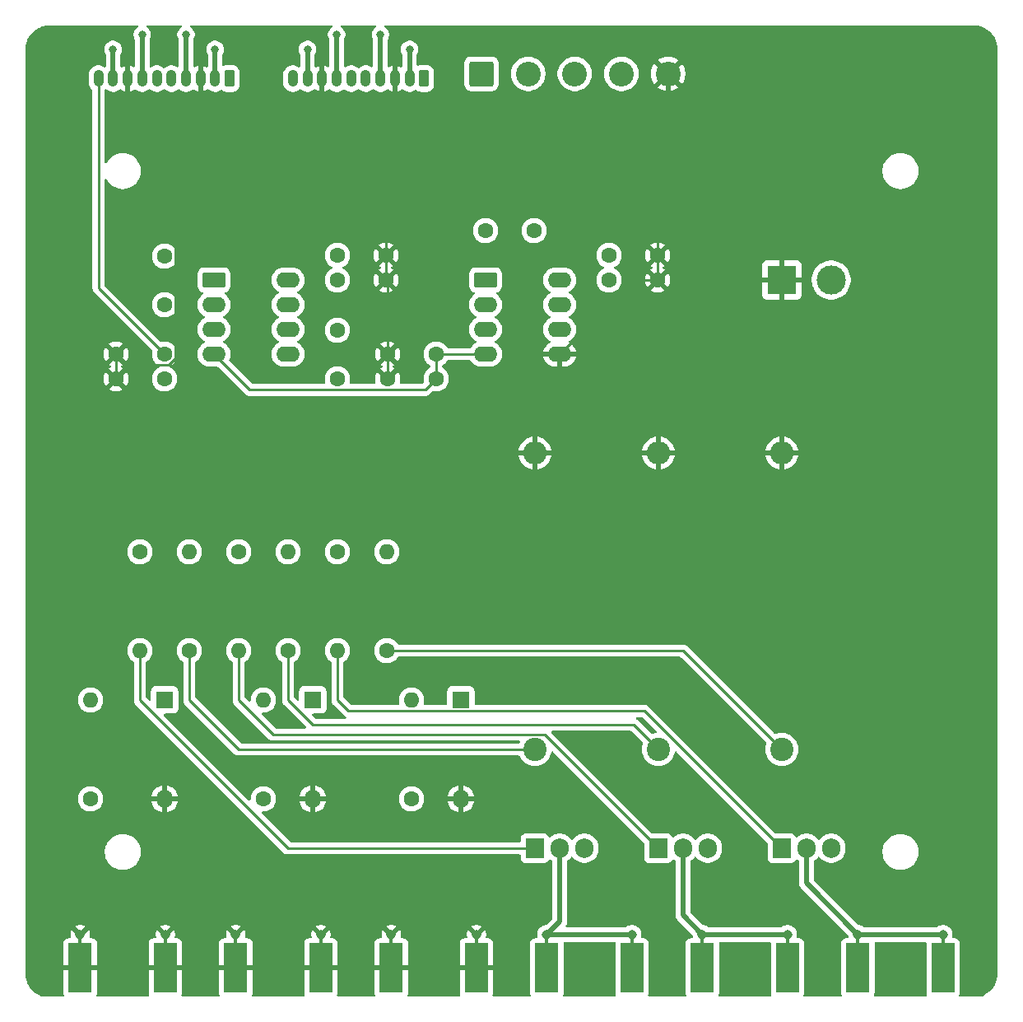
<source format=gbl>
G04 #@! TF.GenerationSoftware,KiCad,Pcbnew,9.0.0*
G04 #@! TF.CreationDate,2025-06-03T11:33:59-07:00*
G04 #@! TF.ProjectId,bias_coil,62696173-5f63-46f6-996c-2e6b69636164,rev?*
G04 #@! TF.SameCoordinates,Original*
G04 #@! TF.FileFunction,Copper,L4,Bot*
G04 #@! TF.FilePolarity,Positive*
%FSLAX46Y46*%
G04 Gerber Fmt 4.6, Leading zero omitted, Abs format (unit mm)*
G04 Created by KiCad (PCBNEW 9.0.0) date 2025-06-03 11:33:59*
%MOMM*%
%LPD*%
G01*
G04 APERTURE LIST*
G04 Aperture macros list*
%AMRoundRect*
0 Rectangle with rounded corners*
0 $1 Rounding radius*
0 $2 $3 $4 $5 $6 $7 $8 $9 X,Y pos of 4 corners*
0 Add a 4 corners polygon primitive as box body*
4,1,4,$2,$3,$4,$5,$6,$7,$8,$9,$2,$3,0*
0 Add four circle primitives for the rounded corners*
1,1,$1+$1,$2,$3*
1,1,$1+$1,$4,$5*
1,1,$1+$1,$6,$7*
1,1,$1+$1,$8,$9*
0 Add four rect primitives between the rounded corners*
20,1,$1+$1,$2,$3,$4,$5,0*
20,1,$1+$1,$4,$5,$6,$7,0*
20,1,$1+$1,$6,$7,$8,$9,0*
20,1,$1+$1,$8,$9,$2,$3,0*%
G04 Aperture macros list end*
G04 #@! TA.AperFunction,ComponentPad*
%ADD10C,1.600000*%
G04 #@! TD*
G04 #@! TA.AperFunction,ComponentPad*
%ADD11O,1.600000X1.600000*%
G04 #@! TD*
G04 #@! TA.AperFunction,ComponentPad*
%ADD12C,2.400000*%
G04 #@! TD*
G04 #@! TA.AperFunction,ComponentPad*
%ADD13O,2.400000X2.400000*%
G04 #@! TD*
G04 #@! TA.AperFunction,ComponentPad*
%ADD14R,1.905000X2.000000*%
G04 #@! TD*
G04 #@! TA.AperFunction,ComponentPad*
%ADD15O,1.905000X2.000000*%
G04 #@! TD*
G04 #@! TA.AperFunction,ComponentPad*
%ADD16R,1.800000X1.800000*%
G04 #@! TD*
G04 #@! TA.AperFunction,ComponentPad*
%ADD17O,1.800000X1.800000*%
G04 #@! TD*
G04 #@! TA.AperFunction,SMDPad,CuDef*
%ADD18R,2.420000X5.080000*%
G04 #@! TD*
G04 #@! TA.AperFunction,SMDPad,CuDef*
%ADD19R,0.460000X0.950000*%
G04 #@! TD*
G04 #@! TA.AperFunction,ComponentPad*
%ADD20C,0.970000*%
G04 #@! TD*
G04 #@! TA.AperFunction,ComponentPad*
%ADD21RoundRect,0.249999X-1.025001X-1.025001X1.025001X-1.025001X1.025001X1.025001X-1.025001X1.025001X0*%
G04 #@! TD*
G04 #@! TA.AperFunction,ComponentPad*
%ADD22C,2.550000*%
G04 #@! TD*
G04 #@! TA.AperFunction,ComponentPad*
%ADD23RoundRect,0.250000X0.265000X0.615000X-0.265000X0.615000X-0.265000X-0.615000X0.265000X-0.615000X0*%
G04 #@! TD*
G04 #@! TA.AperFunction,ComponentPad*
%ADD24O,1.030000X1.730000*%
G04 #@! TD*
G04 #@! TA.AperFunction,ComponentPad*
%ADD25R,3.000000X3.000000*%
G04 #@! TD*
G04 #@! TA.AperFunction,ComponentPad*
%ADD26C,3.000000*%
G04 #@! TD*
G04 #@! TA.AperFunction,ComponentPad*
%ADD27RoundRect,0.250000X-0.950000X-0.550000X0.950000X-0.550000X0.950000X0.550000X-0.950000X0.550000X0*%
G04 #@! TD*
G04 #@! TA.AperFunction,ComponentPad*
%ADD28O,2.400000X1.600000*%
G04 #@! TD*
G04 #@! TA.AperFunction,ViaPad*
%ADD29C,0.800000*%
G04 #@! TD*
G04 #@! TA.AperFunction,Conductor*
%ADD30C,0.250000*%
G04 #@! TD*
G04 #@! TA.AperFunction,Conductor*
%ADD31C,0.500000*%
G04 #@! TD*
G04 APERTURE END LIST*
D10*
X132080000Y-104140000D03*
D11*
X132080000Y-114300000D03*
D12*
X177800000Y-124465000D03*
D13*
X177800000Y-93985000D03*
D14*
X152400000Y-134620000D03*
D15*
X154940000Y-134620000D03*
X157480000Y-134620000D03*
D10*
X124460000Y-129540000D03*
D11*
X124460000Y-119380000D03*
D16*
X144780000Y-119380000D03*
D17*
X144780000Y-129540000D03*
D18*
X185620000Y-146930000D03*
X194380000Y-146930000D03*
D19*
X185620000Y-143940000D03*
X194380000Y-143940000D03*
D20*
X185620000Y-143490000D03*
X194380000Y-143490000D03*
D16*
X114300000Y-119380000D03*
D17*
X114300000Y-129540000D03*
D10*
X132080000Y-86360000D03*
X132080000Y-81360000D03*
D21*
X146900000Y-55000000D03*
D22*
X151700000Y-55000000D03*
X156500000Y-55000000D03*
X161300000Y-55000000D03*
X166100000Y-55000000D03*
D10*
X137080000Y-73660000D03*
X132080000Y-73660000D03*
D23*
X141000000Y-55500000D03*
D24*
X139500000Y-55500000D03*
X138000000Y-55500000D03*
X136500000Y-55500000D03*
X135000000Y-55500000D03*
X133500000Y-55500000D03*
X132000000Y-55500000D03*
X130500000Y-55500000D03*
X129000000Y-55500000D03*
X127500000Y-55500000D03*
D25*
X177800000Y-76200000D03*
D26*
X182880000Y-76200000D03*
D10*
X137240000Y-83820000D03*
X142240000Y-83820000D03*
D27*
X147320000Y-76200000D03*
D28*
X147320000Y-78740000D03*
X147320000Y-81280000D03*
X147320000Y-83820000D03*
X154940000Y-83820000D03*
X154940000Y-81280000D03*
X154940000Y-78740000D03*
X154940000Y-76200000D03*
D18*
X137620000Y-146930000D03*
X146380000Y-146930000D03*
D19*
X137620000Y-143940000D03*
X146380000Y-143940000D03*
D20*
X137620000Y-143490000D03*
X146380000Y-143490000D03*
D12*
X165100000Y-124465000D03*
D13*
X165100000Y-93985000D03*
D10*
X137240000Y-86360000D03*
X142240000Y-86360000D03*
D14*
X177800000Y-134620000D03*
D15*
X180340000Y-134620000D03*
X182880000Y-134620000D03*
D16*
X129540000Y-119380000D03*
D17*
X129540000Y-129540000D03*
D10*
X152320000Y-71120000D03*
X147320000Y-71120000D03*
X137160000Y-114300000D03*
D11*
X137160000Y-104140000D03*
D10*
X109300000Y-83820000D03*
X114300000Y-83820000D03*
X109300000Y-86360000D03*
X114300000Y-86360000D03*
D18*
X121620000Y-146930000D03*
X130380000Y-146930000D03*
D19*
X121620000Y-143940000D03*
X130380000Y-143940000D03*
D20*
X121620000Y-143490000D03*
X130380000Y-143490000D03*
D10*
X139700000Y-129540000D03*
D11*
X139700000Y-119380000D03*
D10*
X111760000Y-104140000D03*
D11*
X111760000Y-114300000D03*
D27*
X119380000Y-76200000D03*
D28*
X119380000Y-78740000D03*
X119380000Y-81280000D03*
X119380000Y-83820000D03*
X127000000Y-83820000D03*
X127000000Y-81280000D03*
X127000000Y-78740000D03*
X127000000Y-76200000D03*
D10*
X121920000Y-104140000D03*
D11*
X121920000Y-114300000D03*
D23*
X121000000Y-55500000D03*
D24*
X119500000Y-55500000D03*
X118000000Y-55500000D03*
X116500000Y-55500000D03*
X115000000Y-55500000D03*
X113500000Y-55500000D03*
X112000000Y-55500000D03*
X110500000Y-55500000D03*
X109000000Y-55500000D03*
X107500000Y-55500000D03*
D10*
X116840000Y-114300000D03*
D11*
X116840000Y-104140000D03*
D10*
X114300000Y-78740000D03*
X114300000Y-73740000D03*
D18*
X153620000Y-146930000D03*
X162380000Y-146930000D03*
D19*
X153620000Y-143940000D03*
X162380000Y-143940000D03*
D20*
X153620000Y-143490000D03*
X162380000Y-143490000D03*
D10*
X165020000Y-76200000D03*
X160020000Y-76200000D03*
D18*
X169620000Y-146930000D03*
X178380000Y-146930000D03*
D19*
X169620000Y-143940000D03*
X178380000Y-143940000D03*
D20*
X169620000Y-143490000D03*
X178380000Y-143490000D03*
D12*
X152400000Y-124460000D03*
D13*
X152400000Y-93980000D03*
D14*
X165100000Y-134620000D03*
D15*
X167640000Y-134620000D03*
X170180000Y-134620000D03*
D10*
X165020000Y-73660000D03*
X160020000Y-73660000D03*
X127000000Y-114300000D03*
D11*
X127000000Y-104140000D03*
D10*
X137080000Y-76200000D03*
X132080000Y-76200000D03*
D18*
X105620000Y-146930000D03*
X114380000Y-146930000D03*
D19*
X105620000Y-143940000D03*
X114380000Y-143940000D03*
D20*
X105620000Y-143490000D03*
X114380000Y-143490000D03*
D10*
X106680000Y-129540000D03*
D11*
X106680000Y-119380000D03*
D29*
X136500000Y-51000000D03*
X112000000Y-51000000D03*
X116500000Y-51000000D03*
X132000000Y-51000000D03*
X129000000Y-52500000D03*
X109000000Y-52500000D03*
X119500000Y-52500000D03*
X139500000Y-52500000D03*
D30*
X109300000Y-86360000D02*
X109300000Y-83820000D01*
D31*
X165500000Y-58000000D02*
X166100000Y-57400000D01*
X118000000Y-57500000D02*
X118500000Y-58000000D01*
D30*
X165020000Y-76200000D02*
X162560000Y-76200000D01*
D31*
X110500000Y-57500000D02*
X111000000Y-58000000D01*
D30*
X137240000Y-76360000D02*
X137080000Y-76200000D01*
D31*
X130500000Y-57500000D02*
X131000000Y-58000000D01*
D30*
X114766405Y-84946000D02*
X115426000Y-84286405D01*
D31*
X117500000Y-58000000D02*
X118000000Y-57500000D01*
X118500000Y-58000000D02*
X130000000Y-58000000D01*
D30*
X137080000Y-58420000D02*
X137500000Y-58000000D01*
D31*
X110500000Y-55500000D02*
X110500000Y-57500000D01*
D30*
X165020000Y-73660000D02*
X165020000Y-76200000D01*
D31*
X138000000Y-57500000D02*
X138500000Y-58000000D01*
X137500000Y-58000000D02*
X138000000Y-57500000D01*
X130500000Y-55500000D02*
X130500000Y-57500000D01*
X130000000Y-58000000D02*
X130500000Y-57500000D01*
D30*
X115426000Y-62426000D02*
X111000000Y-58000000D01*
D31*
X138000000Y-55500000D02*
X138000000Y-57500000D01*
X138500000Y-58000000D02*
X165500000Y-58000000D01*
D30*
X110426000Y-84946000D02*
X114766405Y-84946000D01*
X137080000Y-73660000D02*
X137080000Y-58420000D01*
X165020000Y-73660000D02*
X165020000Y-58480000D01*
D31*
X131000000Y-58000000D02*
X137500000Y-58000000D01*
D30*
X165090000Y-58410000D02*
X165500000Y-58000000D01*
D31*
X166100000Y-57400000D02*
X166100000Y-55000000D01*
D30*
X137240000Y-83820000D02*
X137240000Y-76360000D01*
D31*
X111000000Y-58000000D02*
X117500000Y-58000000D01*
D30*
X165020000Y-58480000D02*
X165090000Y-58410000D01*
D31*
X118000000Y-55500000D02*
X118000000Y-57500000D01*
D30*
X137080000Y-76120000D02*
X137160000Y-76200000D01*
X109300000Y-83820000D02*
X110426000Y-84946000D01*
X137240000Y-83820000D02*
X137240000Y-86360000D01*
X137080000Y-73660000D02*
X137080000Y-76120000D01*
X137160000Y-76200000D02*
X137080000Y-76200000D01*
X162560000Y-76200000D02*
X154940000Y-83820000D01*
X115426000Y-84286405D02*
X115426000Y-62426000D01*
D31*
X116500000Y-51000000D02*
X116500000Y-55500000D01*
X136500000Y-51000000D02*
X136500000Y-55500000D01*
X112000000Y-51000000D02*
X112000000Y-55500000D01*
X132000000Y-51000000D02*
X132000000Y-55500000D01*
X129000000Y-52500000D02*
X129000000Y-55500000D01*
X139500000Y-52500000D02*
X139500000Y-55500000D01*
X119500000Y-52500000D02*
X119500000Y-55500000D01*
X109000000Y-52500000D02*
X109000000Y-55500000D01*
D30*
X142240000Y-83820000D02*
X147320000Y-83820000D01*
X142240000Y-86360000D02*
X142240000Y-83820000D01*
X123046000Y-87486000D02*
X119380000Y-83820000D01*
X114300000Y-83820000D02*
X107500000Y-77020000D01*
X107500000Y-77020000D02*
X107500000Y-55500000D01*
X142240000Y-86360000D02*
X141114000Y-87486000D01*
X141114000Y-87486000D02*
X123046000Y-87486000D01*
D31*
X153620000Y-143490000D02*
X162380000Y-143490000D01*
X154940000Y-142170000D02*
X154940000Y-134620000D01*
X153620000Y-143490000D02*
X154940000Y-142170000D01*
X167640000Y-141510000D02*
X169620000Y-143490000D01*
X169620000Y-143490000D02*
X178380000Y-143490000D01*
X167640000Y-134620000D02*
X167640000Y-141510000D01*
X185620000Y-143490000D02*
X194380000Y-143490000D01*
X180340000Y-138210000D02*
X185620000Y-143490000D01*
X180340000Y-134620000D02*
X180340000Y-138210000D01*
D30*
X111760000Y-119380000D02*
X127000000Y-134620000D01*
X127000000Y-134620000D02*
X152400000Y-134620000D01*
X111760000Y-119380000D02*
X111760000Y-114300000D01*
X153414000Y-122934000D02*
X125474000Y-122934000D01*
X125474000Y-122934000D02*
X121920000Y-119380000D01*
X165100000Y-134620000D02*
X153414000Y-122934000D01*
X121920000Y-119380000D02*
X121920000Y-114300000D01*
X121920000Y-124460000D02*
X116840000Y-119380000D01*
X116840000Y-119380000D02*
X116840000Y-114300000D01*
X152400000Y-124460000D02*
X121920000Y-124460000D01*
X127000000Y-119380000D02*
X129540000Y-121920000D01*
X129540000Y-121920000D02*
X162555000Y-121920000D01*
X162555000Y-121920000D02*
X165100000Y-124465000D01*
X127000000Y-119380000D02*
X127000000Y-114300000D01*
X167635000Y-114300000D02*
X137160000Y-114300000D01*
X177800000Y-124465000D02*
X167635000Y-114300000D01*
X133206000Y-120506000D02*
X132080000Y-119380000D01*
X132080000Y-119380000D02*
X132080000Y-114300000D01*
X163686000Y-120506000D02*
X133206000Y-120506000D01*
X177800000Y-134620000D02*
X163686000Y-120506000D01*
G04 #@! TA.AperFunction,Conductor*
G36*
X111533265Y-50020185D02*
G01*
X111579020Y-50072989D01*
X111588964Y-50142147D01*
X111559939Y-50205703D01*
X111535117Y-50227602D01*
X111425965Y-50300535D01*
X111425961Y-50300538D01*
X111300538Y-50425961D01*
X111300535Y-50425965D01*
X111201990Y-50573446D01*
X111201983Y-50573459D01*
X111134106Y-50737332D01*
X111134103Y-50737341D01*
X111099500Y-50911304D01*
X111099500Y-51088695D01*
X111134103Y-51262658D01*
X111134106Y-51262667D01*
X111201984Y-51426542D01*
X111201985Y-51426543D01*
X111201987Y-51426547D01*
X111228602Y-51466378D01*
X111249480Y-51533055D01*
X111249500Y-51535269D01*
X111249500Y-54198081D01*
X111229815Y-54265120D01*
X111177011Y-54310875D01*
X111107853Y-54320819D01*
X111056610Y-54301184D01*
X110980787Y-54250521D01*
X110980780Y-54250517D01*
X110796065Y-54174006D01*
X110796057Y-54174004D01*
X110750000Y-54164842D01*
X110750000Y-55233811D01*
X110724116Y-55207927D01*
X110640885Y-55159874D01*
X110548053Y-55135000D01*
X110451947Y-55135000D01*
X110359115Y-55159874D01*
X110275884Y-55207927D01*
X110250000Y-55233811D01*
X110250000Y-54164843D01*
X110249999Y-54164842D01*
X110203942Y-54174004D01*
X110203934Y-54174006D01*
X110019219Y-54250517D01*
X110019212Y-54250521D01*
X109943390Y-54301184D01*
X109876713Y-54322061D01*
X109809333Y-54303576D01*
X109762643Y-54251597D01*
X109750500Y-54198081D01*
X109750500Y-53035269D01*
X109770185Y-52968230D01*
X109771398Y-52966378D01*
X109798013Y-52926547D01*
X109865894Y-52762666D01*
X109900500Y-52588691D01*
X109900500Y-52411309D01*
X109900500Y-52411306D01*
X109900499Y-52411304D01*
X109865896Y-52237341D01*
X109865893Y-52237332D01*
X109860133Y-52223427D01*
X109848923Y-52196363D01*
X109798016Y-52073459D01*
X109798009Y-52073446D01*
X109699464Y-51925965D01*
X109699461Y-51925961D01*
X109574038Y-51800538D01*
X109574034Y-51800535D01*
X109426553Y-51701990D01*
X109426540Y-51701983D01*
X109262667Y-51634106D01*
X109262658Y-51634103D01*
X109088694Y-51599500D01*
X109088691Y-51599500D01*
X108911309Y-51599500D01*
X108911306Y-51599500D01*
X108737341Y-51634103D01*
X108737332Y-51634106D01*
X108573459Y-51701983D01*
X108573446Y-51701990D01*
X108425965Y-51800535D01*
X108425961Y-51800538D01*
X108300538Y-51925961D01*
X108300535Y-51925965D01*
X108201990Y-52073446D01*
X108201983Y-52073459D01*
X108134106Y-52237332D01*
X108134103Y-52237341D01*
X108099500Y-52411304D01*
X108099500Y-52588695D01*
X108134103Y-52762658D01*
X108134106Y-52762667D01*
X108201984Y-52926542D01*
X108201985Y-52926543D01*
X108201987Y-52926547D01*
X108228602Y-52966378D01*
X108249480Y-53033055D01*
X108249500Y-53035269D01*
X108249500Y-54197479D01*
X108229815Y-54264518D01*
X108177011Y-54310273D01*
X108107853Y-54320217D01*
X108056610Y-54300581D01*
X107981031Y-54250081D01*
X107981013Y-54250071D01*
X107796215Y-54173526D01*
X107796203Y-54173523D01*
X107600022Y-54134500D01*
X107600018Y-54134500D01*
X107399982Y-54134500D01*
X107399977Y-54134500D01*
X107203796Y-54173523D01*
X107203784Y-54173526D01*
X107018986Y-54250071D01*
X107018973Y-54250078D01*
X106852656Y-54361208D01*
X106852652Y-54361211D01*
X106711211Y-54502652D01*
X106711208Y-54502656D01*
X106600078Y-54668973D01*
X106600071Y-54668986D01*
X106523526Y-54853784D01*
X106523523Y-54853796D01*
X106484500Y-55049977D01*
X106484500Y-55950022D01*
X106523523Y-56146203D01*
X106523526Y-56146215D01*
X106600071Y-56331013D01*
X106600078Y-56331026D01*
X106711207Y-56497342D01*
X106711208Y-56497343D01*
X106711209Y-56497344D01*
X106838182Y-56624317D01*
X106871666Y-56685638D01*
X106874500Y-56711997D01*
X106874500Y-77081611D01*
X106898535Y-77202444D01*
X106898540Y-77202461D01*
X106945685Y-77316281D01*
X106945690Y-77316290D01*
X106959436Y-77336862D01*
X106959440Y-77336867D01*
X106963346Y-77342712D01*
X107014142Y-77418733D01*
X107101267Y-77505858D01*
X107101270Y-77505860D01*
X107109244Y-77513834D01*
X112997781Y-83402371D01*
X113031266Y-83463694D01*
X113030785Y-83510416D01*
X113032285Y-83510654D01*
X112999500Y-83717648D01*
X112999500Y-83922351D01*
X113031522Y-84124534D01*
X113094781Y-84319223D01*
X113135218Y-84398583D01*
X113187585Y-84501359D01*
X113187715Y-84501613D01*
X113308028Y-84667213D01*
X113452786Y-84811971D01*
X113573226Y-84899474D01*
X113618390Y-84932287D01*
X113709840Y-84978883D01*
X113711080Y-84979515D01*
X113761876Y-85027490D01*
X113778671Y-85095311D01*
X113756134Y-85161446D01*
X113711080Y-85200485D01*
X113618386Y-85247715D01*
X113452786Y-85368028D01*
X113308028Y-85512786D01*
X113187715Y-85678386D01*
X113094781Y-85860776D01*
X113031522Y-86055465D01*
X112999500Y-86257648D01*
X112999500Y-86462352D01*
X113002704Y-86482580D01*
X113031522Y-86664534D01*
X113094781Y-86859223D01*
X113158691Y-86984653D01*
X113187585Y-87041359D01*
X113187715Y-87041613D01*
X113308028Y-87207213D01*
X113452786Y-87351971D01*
X113573226Y-87439474D01*
X113618390Y-87472287D01*
X113734607Y-87531503D01*
X113800776Y-87565218D01*
X113800778Y-87565218D01*
X113800781Y-87565220D01*
X113905137Y-87599127D01*
X113995465Y-87628477D01*
X114096557Y-87644488D01*
X114197648Y-87660500D01*
X114197649Y-87660500D01*
X114402351Y-87660500D01*
X114402352Y-87660500D01*
X114604534Y-87628477D01*
X114799219Y-87565220D01*
X114981610Y-87472287D01*
X115074590Y-87404732D01*
X115147213Y-87351971D01*
X115147215Y-87351968D01*
X115147219Y-87351966D01*
X115291966Y-87207219D01*
X115291968Y-87207215D01*
X115291971Y-87207213D01*
X115344732Y-87134590D01*
X115412287Y-87041610D01*
X115505220Y-86859219D01*
X115568477Y-86664534D01*
X115600500Y-86462352D01*
X115600500Y-86257648D01*
X115592257Y-86205606D01*
X115568477Y-86055465D01*
X115537458Y-85960000D01*
X115505220Y-85860781D01*
X115505218Y-85860778D01*
X115505218Y-85860776D01*
X115412419Y-85678650D01*
X115412287Y-85678390D01*
X115380092Y-85634077D01*
X115291971Y-85512786D01*
X115147213Y-85368028D01*
X114981614Y-85247715D01*
X114961758Y-85237598D01*
X114888917Y-85200483D01*
X114838123Y-85152511D01*
X114821328Y-85084690D01*
X114843865Y-85018555D01*
X114888917Y-84979516D01*
X114981610Y-84932287D01*
X115026774Y-84899474D01*
X115147213Y-84811971D01*
X115147215Y-84811968D01*
X115147219Y-84811966D01*
X115291966Y-84667219D01*
X115291968Y-84667215D01*
X115291971Y-84667213D01*
X115344732Y-84594590D01*
X115412287Y-84501610D01*
X115505220Y-84319219D01*
X115568477Y-84124534D01*
X115600500Y-83922352D01*
X115600500Y-83717648D01*
X115592257Y-83665606D01*
X115568477Y-83515465D01*
X115505281Y-83320970D01*
X115505220Y-83320781D01*
X115505218Y-83320778D01*
X115505218Y-83320776D01*
X115471503Y-83254607D01*
X115412287Y-83138390D01*
X115380092Y-83094077D01*
X115291971Y-82972786D01*
X115147213Y-82828028D01*
X114981613Y-82707715D01*
X114981612Y-82707714D01*
X114981610Y-82707713D01*
X114889470Y-82660765D01*
X114799223Y-82614781D01*
X114604534Y-82551522D01*
X114429995Y-82523878D01*
X114402352Y-82519500D01*
X114197648Y-82519500D01*
X114094101Y-82535900D01*
X113990654Y-82552285D01*
X113990333Y-82550262D01*
X113929120Y-82547149D01*
X113882371Y-82517781D01*
X110002238Y-78637648D01*
X112999500Y-78637648D01*
X112999500Y-78842351D01*
X113031522Y-79044534D01*
X113094781Y-79239223D01*
X113187715Y-79421613D01*
X113308028Y-79587213D01*
X113452786Y-79731971D01*
X113607749Y-79844556D01*
X113618390Y-79852287D01*
X113711080Y-79899515D01*
X113800776Y-79945218D01*
X113800778Y-79945218D01*
X113800781Y-79945220D01*
X113905137Y-79979127D01*
X113995465Y-80008477D01*
X114014697Y-80011523D01*
X114197648Y-80040500D01*
X114197649Y-80040500D01*
X114402351Y-80040500D01*
X114402352Y-80040500D01*
X114604534Y-80008477D01*
X114799219Y-79945220D01*
X114981610Y-79852287D01*
X115074590Y-79784732D01*
X115147213Y-79731971D01*
X115147215Y-79731968D01*
X115147219Y-79731966D01*
X115291966Y-79587219D01*
X115291968Y-79587215D01*
X115291971Y-79587213D01*
X115344732Y-79514590D01*
X115412287Y-79421610D01*
X115505220Y-79239219D01*
X115568477Y-79044534D01*
X115600500Y-78842352D01*
X115600500Y-78637648D01*
X115568477Y-78435466D01*
X115505220Y-78240781D01*
X115505218Y-78240778D01*
X115505218Y-78240776D01*
X115455576Y-78143350D01*
X115412287Y-78058390D01*
X115368443Y-77998043D01*
X115291971Y-77892786D01*
X115147213Y-77748028D01*
X114981613Y-77627715D01*
X114981612Y-77627714D01*
X114981610Y-77627713D01*
X114924653Y-77598691D01*
X114799223Y-77534781D01*
X114604534Y-77471522D01*
X114429995Y-77443878D01*
X114402352Y-77439500D01*
X114197648Y-77439500D01*
X114173329Y-77443351D01*
X113995465Y-77471522D01*
X113800776Y-77534781D01*
X113618386Y-77627715D01*
X113452786Y-77748028D01*
X113308028Y-77892786D01*
X113187715Y-78058386D01*
X113094781Y-78240776D01*
X113031522Y-78435465D01*
X112999500Y-78637648D01*
X110002238Y-78637648D01*
X108161819Y-76797229D01*
X108128334Y-76735906D01*
X108125500Y-76709548D01*
X108125500Y-75599983D01*
X117679500Y-75599983D01*
X117679500Y-76800001D01*
X117679501Y-76800018D01*
X117690000Y-76902796D01*
X117690001Y-76902799D01*
X117745185Y-77069331D01*
X117745187Y-77069336D01*
X117755897Y-77086700D01*
X117837288Y-77218656D01*
X117961344Y-77342712D01*
X118110666Y-77434814D01*
X118192570Y-77461954D01*
X118250015Y-77501727D01*
X118276838Y-77566243D01*
X118264523Y-77635018D01*
X118226451Y-77679978D01*
X118132787Y-77748028D01*
X118132782Y-77748032D01*
X117988028Y-77892786D01*
X117867715Y-78058386D01*
X117774781Y-78240776D01*
X117711522Y-78435465D01*
X117679500Y-78637648D01*
X117679500Y-78842351D01*
X117711522Y-79044534D01*
X117774781Y-79239223D01*
X117867715Y-79421613D01*
X117988028Y-79587213D01*
X118132786Y-79731971D01*
X118287749Y-79844556D01*
X118298390Y-79852287D01*
X118389840Y-79898883D01*
X118391080Y-79899515D01*
X118441876Y-79947490D01*
X118458671Y-80015311D01*
X118436134Y-80081446D01*
X118391080Y-80120485D01*
X118298386Y-80167715D01*
X118132786Y-80288028D01*
X117988028Y-80432786D01*
X117867715Y-80598386D01*
X117774781Y-80780776D01*
X117711522Y-80975465D01*
X117679500Y-81177648D01*
X117679500Y-81382351D01*
X117711522Y-81584534D01*
X117774781Y-81779223D01*
X117867715Y-81961613D01*
X117988028Y-82127213D01*
X118132786Y-82271971D01*
X118242892Y-82351966D01*
X118298390Y-82392287D01*
X118389840Y-82438883D01*
X118391080Y-82439515D01*
X118441876Y-82487490D01*
X118458671Y-82555311D01*
X118436134Y-82621446D01*
X118391080Y-82660485D01*
X118298386Y-82707715D01*
X118132786Y-82828028D01*
X117988028Y-82972786D01*
X117867715Y-83138386D01*
X117774781Y-83320776D01*
X117711522Y-83515465D01*
X117679500Y-83717648D01*
X117679500Y-83922351D01*
X117711522Y-84124534D01*
X117774781Y-84319223D01*
X117815218Y-84398583D01*
X117867585Y-84501359D01*
X117867715Y-84501613D01*
X117988028Y-84667213D01*
X118132786Y-84811971D01*
X118253226Y-84899474D01*
X118298390Y-84932287D01*
X118414607Y-84991503D01*
X118480776Y-85025218D01*
X118480778Y-85025218D01*
X118480781Y-85025220D01*
X118585137Y-85059127D01*
X118675465Y-85088477D01*
X118694697Y-85091523D01*
X118877648Y-85120500D01*
X119744548Y-85120500D01*
X119811587Y-85140185D01*
X119832229Y-85156819D01*
X122560139Y-87884729D01*
X122560142Y-87884733D01*
X122647267Y-87971858D01*
X122724190Y-88023256D01*
X122729990Y-88027132D01*
X122729993Y-88027134D01*
X122749710Y-88040309D01*
X122749712Y-88040310D01*
X122749715Y-88040312D01*
X122816396Y-88067931D01*
X122816398Y-88067933D01*
X122856640Y-88084601D01*
X122863548Y-88087463D01*
X122923971Y-88099481D01*
X122984393Y-88111500D01*
X141175607Y-88111500D01*
X141236029Y-88099481D01*
X141296452Y-88087463D01*
X141329792Y-88073652D01*
X141410286Y-88040312D01*
X141461509Y-88006084D01*
X141512733Y-87971858D01*
X141599858Y-87884733D01*
X141599858Y-87884731D01*
X141610066Y-87874524D01*
X141610068Y-87874521D01*
X141822373Y-87662215D01*
X141883694Y-87628732D01*
X141930410Y-87629249D01*
X141930654Y-87627715D01*
X142034101Y-87644099D01*
X142137648Y-87660500D01*
X142137649Y-87660500D01*
X142342351Y-87660500D01*
X142342352Y-87660500D01*
X142544534Y-87628477D01*
X142739219Y-87565220D01*
X142921610Y-87472287D01*
X143014590Y-87404732D01*
X143087213Y-87351971D01*
X143087215Y-87351968D01*
X143087219Y-87351966D01*
X143231966Y-87207219D01*
X143231968Y-87207215D01*
X143231971Y-87207213D01*
X143284732Y-87134590D01*
X143352287Y-87041610D01*
X143445220Y-86859219D01*
X143508477Y-86664534D01*
X143540500Y-86462352D01*
X143540500Y-86257648D01*
X143532257Y-86205606D01*
X143508477Y-86055465D01*
X143477458Y-85960000D01*
X143445220Y-85860781D01*
X143445218Y-85860778D01*
X143445218Y-85860776D01*
X143352419Y-85678650D01*
X143352287Y-85678390D01*
X143320092Y-85634077D01*
X143231971Y-85512786D01*
X143087213Y-85368028D01*
X142917669Y-85244849D01*
X142918884Y-85243176D01*
X142917738Y-85241909D01*
X142908297Y-85237598D01*
X142894700Y-85216441D01*
X142877831Y-85197792D01*
X142875131Y-85185991D01*
X142870523Y-85178820D01*
X142865500Y-85143885D01*
X142865500Y-85036114D01*
X142885185Y-84969075D01*
X142918575Y-84936398D01*
X142917668Y-84935150D01*
X142921605Y-84932289D01*
X142921610Y-84932287D01*
X143087219Y-84811966D01*
X143231966Y-84667219D01*
X143231968Y-84667215D01*
X143231971Y-84667213D01*
X143355151Y-84497669D01*
X143356823Y-84498884D01*
X143402208Y-84457831D01*
X143456115Y-84445500D01*
X145703885Y-84445500D01*
X145770924Y-84465185D01*
X145803606Y-84498571D01*
X145804849Y-84497669D01*
X145928028Y-84667213D01*
X146072786Y-84811971D01*
X146193226Y-84899474D01*
X146238390Y-84932287D01*
X146354607Y-84991503D01*
X146420776Y-85025218D01*
X146420778Y-85025218D01*
X146420781Y-85025220D01*
X146525137Y-85059127D01*
X146615465Y-85088477D01*
X146634697Y-85091523D01*
X146817648Y-85120500D01*
X146817649Y-85120500D01*
X147822351Y-85120500D01*
X147822352Y-85120500D01*
X148024534Y-85088477D01*
X148219219Y-85025220D01*
X148401610Y-84932287D01*
X148494590Y-84864732D01*
X148567213Y-84811971D01*
X148567215Y-84811968D01*
X148567219Y-84811966D01*
X148711966Y-84667219D01*
X148711968Y-84667215D01*
X148711971Y-84667213D01*
X148764732Y-84594590D01*
X148832287Y-84501610D01*
X148925220Y-84319219D01*
X148988477Y-84124534D01*
X149020500Y-83922352D01*
X149020500Y-83717648D01*
X149012257Y-83665606D01*
X148988477Y-83515465D01*
X148925281Y-83320970D01*
X148925220Y-83320781D01*
X148925218Y-83320778D01*
X148925218Y-83320776D01*
X148891503Y-83254607D01*
X148832287Y-83138390D01*
X148800092Y-83094077D01*
X148711971Y-82972786D01*
X148567213Y-82828028D01*
X148401614Y-82707715D01*
X148395006Y-82704348D01*
X148308917Y-82660483D01*
X148258123Y-82612511D01*
X148241328Y-82544690D01*
X148263865Y-82478555D01*
X148308917Y-82439516D01*
X148401610Y-82392287D01*
X148457108Y-82351966D01*
X148567213Y-82271971D01*
X148567215Y-82271968D01*
X148567219Y-82271966D01*
X148711966Y-82127219D01*
X148711968Y-82127215D01*
X148711971Y-82127213D01*
X148774164Y-82041610D01*
X148832287Y-81961610D01*
X148925220Y-81779219D01*
X148988477Y-81584534D01*
X149020500Y-81382352D01*
X149020500Y-81177648D01*
X148988477Y-80975466D01*
X148925220Y-80780781D01*
X148925218Y-80780778D01*
X148925218Y-80780776D01*
X148873047Y-80678386D01*
X148832287Y-80598390D01*
X148770093Y-80512786D01*
X148711971Y-80432786D01*
X148567213Y-80288028D01*
X148401614Y-80167715D01*
X148395006Y-80164348D01*
X148308917Y-80120483D01*
X148258123Y-80072511D01*
X148241328Y-80004690D01*
X148263865Y-79938555D01*
X148308917Y-79899516D01*
X148401610Y-79852287D01*
X148422770Y-79836913D01*
X148567213Y-79731971D01*
X148567215Y-79731968D01*
X148567219Y-79731966D01*
X148711966Y-79587219D01*
X148711968Y-79587215D01*
X148711971Y-79587213D01*
X148764732Y-79514590D01*
X148832287Y-79421610D01*
X148925220Y-79239219D01*
X148988477Y-79044534D01*
X149020500Y-78842352D01*
X149020500Y-78637648D01*
X148988477Y-78435466D01*
X148925220Y-78240781D01*
X148925218Y-78240778D01*
X148925218Y-78240776D01*
X148875576Y-78143350D01*
X148832287Y-78058390D01*
X148788443Y-77998043D01*
X148711971Y-77892786D01*
X148567219Y-77748034D01*
X148511117Y-77707274D01*
X148473547Y-77679978D01*
X148430882Y-77624649D01*
X148424903Y-77555036D01*
X148457508Y-77493240D01*
X148507426Y-77461955D01*
X148589334Y-77434814D01*
X148738656Y-77342712D01*
X148862712Y-77218656D01*
X148954814Y-77069334D01*
X149009999Y-76902797D01*
X149020500Y-76800009D01*
X149020499Y-76097648D01*
X153239500Y-76097648D01*
X153239500Y-76302351D01*
X153271522Y-76504534D01*
X153334781Y-76699223D01*
X153386135Y-76800009D01*
X153427585Y-76881359D01*
X153427715Y-76881613D01*
X153548028Y-77047213D01*
X153692786Y-77191971D01*
X153813226Y-77279474D01*
X153858390Y-77312287D01*
X153949840Y-77358883D01*
X153951080Y-77359515D01*
X154001876Y-77407490D01*
X154018671Y-77475311D01*
X153996134Y-77541446D01*
X153951080Y-77580485D01*
X153858386Y-77627715D01*
X153692786Y-77748028D01*
X153548028Y-77892786D01*
X153427715Y-78058386D01*
X153334781Y-78240776D01*
X153271522Y-78435465D01*
X153239500Y-78637648D01*
X153239500Y-78842351D01*
X153271522Y-79044534D01*
X153334781Y-79239223D01*
X153427715Y-79421613D01*
X153548028Y-79587213D01*
X153692786Y-79731971D01*
X153847749Y-79844556D01*
X153858390Y-79852287D01*
X153949840Y-79898883D01*
X153951080Y-79899515D01*
X154001876Y-79947490D01*
X154018671Y-80015311D01*
X153996134Y-80081446D01*
X153951080Y-80120485D01*
X153858386Y-80167715D01*
X153692786Y-80288028D01*
X153548028Y-80432786D01*
X153427715Y-80598386D01*
X153334781Y-80780776D01*
X153271522Y-80975465D01*
X153239500Y-81177648D01*
X153239500Y-81382351D01*
X153271522Y-81584534D01*
X153334781Y-81779223D01*
X153427715Y-81961613D01*
X153548028Y-82127213D01*
X153692786Y-82271971D01*
X153802892Y-82351966D01*
X153858390Y-82392287D01*
X153930424Y-82428990D01*
X153951629Y-82439795D01*
X154002425Y-82487770D01*
X154019220Y-82555591D01*
X153996682Y-82621726D01*
X153951629Y-82660765D01*
X153858650Y-82708140D01*
X153693105Y-82828417D01*
X153693104Y-82828417D01*
X153548417Y-82973104D01*
X153548417Y-82973105D01*
X153428140Y-83138650D01*
X153335244Y-83320970D01*
X153272009Y-83515586D01*
X153263391Y-83570000D01*
X154624314Y-83570000D01*
X154619920Y-83574394D01*
X154567259Y-83665606D01*
X154540000Y-83767339D01*
X154540000Y-83872661D01*
X154567259Y-83974394D01*
X154619920Y-84065606D01*
X154624314Y-84070000D01*
X153263391Y-84070000D01*
X153272009Y-84124413D01*
X153335244Y-84319029D01*
X153428140Y-84501349D01*
X153548417Y-84666894D01*
X153548417Y-84666895D01*
X153693104Y-84811582D01*
X153858650Y-84931859D01*
X154040968Y-85024755D01*
X154235582Y-85087990D01*
X154437683Y-85120000D01*
X154690000Y-85120000D01*
X154690000Y-84135686D01*
X154694394Y-84140080D01*
X154785606Y-84192741D01*
X154887339Y-84220000D01*
X154992661Y-84220000D01*
X155094394Y-84192741D01*
X155185606Y-84140080D01*
X155190000Y-84135686D01*
X155190000Y-85120000D01*
X155442317Y-85120000D01*
X155644417Y-85087990D01*
X155839031Y-85024755D01*
X156021349Y-84931859D01*
X156186894Y-84811582D01*
X156186895Y-84811582D01*
X156331582Y-84666895D01*
X156331582Y-84666894D01*
X156451859Y-84501349D01*
X156544755Y-84319029D01*
X156607990Y-84124413D01*
X156616609Y-84070000D01*
X155255686Y-84070000D01*
X155260080Y-84065606D01*
X155312741Y-83974394D01*
X155340000Y-83872661D01*
X155340000Y-83767339D01*
X155312741Y-83665606D01*
X155260080Y-83574394D01*
X155255686Y-83570000D01*
X156616609Y-83570000D01*
X156607990Y-83515586D01*
X156544755Y-83320970D01*
X156451859Y-83138650D01*
X156331582Y-82973105D01*
X156331582Y-82973104D01*
X156186895Y-82828417D01*
X156021349Y-82708140D01*
X155928370Y-82660765D01*
X155877574Y-82612790D01*
X155860779Y-82544969D01*
X155883316Y-82478835D01*
X155928370Y-82439795D01*
X155928920Y-82439515D01*
X156021610Y-82392287D01*
X156077108Y-82351966D01*
X156187213Y-82271971D01*
X156187215Y-82271968D01*
X156187219Y-82271966D01*
X156331966Y-82127219D01*
X156331968Y-82127215D01*
X156331971Y-82127213D01*
X156394164Y-82041610D01*
X156452287Y-81961610D01*
X156545220Y-81779219D01*
X156608477Y-81584534D01*
X156640500Y-81382352D01*
X156640500Y-81177648D01*
X156608477Y-80975466D01*
X156545220Y-80780781D01*
X156545218Y-80780778D01*
X156545218Y-80780776D01*
X156493047Y-80678386D01*
X156452287Y-80598390D01*
X156390093Y-80512786D01*
X156331971Y-80432786D01*
X156187213Y-80288028D01*
X156021614Y-80167715D01*
X156015006Y-80164348D01*
X155928917Y-80120483D01*
X155878123Y-80072511D01*
X155861328Y-80004690D01*
X155883865Y-79938555D01*
X155928917Y-79899516D01*
X156021610Y-79852287D01*
X156042770Y-79836913D01*
X156187213Y-79731971D01*
X156187215Y-79731968D01*
X156187219Y-79731966D01*
X156331966Y-79587219D01*
X156331968Y-79587215D01*
X156331971Y-79587213D01*
X156384732Y-79514590D01*
X156452287Y-79421610D01*
X156545220Y-79239219D01*
X156608477Y-79044534D01*
X156640500Y-78842352D01*
X156640500Y-78637648D01*
X156608477Y-78435466D01*
X156545220Y-78240781D01*
X156545218Y-78240778D01*
X156545218Y-78240776D01*
X156495576Y-78143350D01*
X156452287Y-78058390D01*
X156408443Y-77998043D01*
X156331971Y-77892786D01*
X156187213Y-77748028D01*
X156021614Y-77627715D01*
X156015006Y-77624348D01*
X155928917Y-77580483D01*
X155878123Y-77532511D01*
X155861328Y-77464690D01*
X155883865Y-77398555D01*
X155928917Y-77359516D01*
X156021610Y-77312287D01*
X156150482Y-77218657D01*
X156187213Y-77191971D01*
X156187215Y-77191968D01*
X156187219Y-77191966D01*
X156331966Y-77047219D01*
X156331968Y-77047215D01*
X156331971Y-77047213D01*
X156396501Y-76958393D01*
X156452287Y-76881610D01*
X156545220Y-76699219D01*
X156608477Y-76504534D01*
X156640500Y-76302352D01*
X156640500Y-76097648D01*
X156621599Y-75978316D01*
X156608477Y-75895465D01*
X156577458Y-75800000D01*
X156545220Y-75700781D01*
X156545218Y-75700778D01*
X156545218Y-75700776D01*
X156511503Y-75634607D01*
X156452287Y-75518390D01*
X156420092Y-75474077D01*
X156331971Y-75352786D01*
X156187213Y-75208028D01*
X156021613Y-75087715D01*
X156021612Y-75087714D01*
X156021610Y-75087713D01*
X155961898Y-75057288D01*
X155839223Y-74994781D01*
X155644534Y-74931522D01*
X155469995Y-74903878D01*
X155442352Y-74899500D01*
X154437648Y-74899500D01*
X154413329Y-74903351D01*
X154235465Y-74931522D01*
X154040776Y-74994781D01*
X153858386Y-75087715D01*
X153692786Y-75208028D01*
X153548028Y-75352786D01*
X153427715Y-75518386D01*
X153334781Y-75700776D01*
X153271522Y-75895465D01*
X153239500Y-76097648D01*
X149020499Y-76097648D01*
X149020499Y-75599992D01*
X149009999Y-75497203D01*
X148954814Y-75330666D01*
X148862712Y-75181344D01*
X148738656Y-75057288D01*
X148589334Y-74965186D01*
X148422797Y-74910001D01*
X148422795Y-74910000D01*
X148320010Y-74899500D01*
X146319998Y-74899500D01*
X146319981Y-74899501D01*
X146217203Y-74910000D01*
X146217200Y-74910001D01*
X146050668Y-74965185D01*
X146050663Y-74965187D01*
X145901342Y-75057289D01*
X145777289Y-75181342D01*
X145685187Y-75330663D01*
X145685186Y-75330666D01*
X145630001Y-75497203D01*
X145630001Y-75497204D01*
X145630000Y-75497204D01*
X145619500Y-75599983D01*
X145619500Y-76800001D01*
X145619501Y-76800018D01*
X145630000Y-76902796D01*
X145630001Y-76902799D01*
X145685185Y-77069331D01*
X145685187Y-77069336D01*
X145695897Y-77086700D01*
X145777288Y-77218656D01*
X145901344Y-77342712D01*
X146050666Y-77434814D01*
X146132570Y-77461954D01*
X146190015Y-77501727D01*
X146216838Y-77566243D01*
X146204523Y-77635018D01*
X146166451Y-77679978D01*
X146072787Y-77748028D01*
X146072782Y-77748032D01*
X145928028Y-77892786D01*
X145807715Y-78058386D01*
X145714781Y-78240776D01*
X145651522Y-78435465D01*
X145619500Y-78637648D01*
X145619500Y-78842351D01*
X145651522Y-79044534D01*
X145714781Y-79239223D01*
X145807715Y-79421613D01*
X145928028Y-79587213D01*
X146072786Y-79731971D01*
X146227749Y-79844556D01*
X146238390Y-79852287D01*
X146329840Y-79898883D01*
X146331080Y-79899515D01*
X146381876Y-79947490D01*
X146398671Y-80015311D01*
X146376134Y-80081446D01*
X146331080Y-80120485D01*
X146238386Y-80167715D01*
X146072786Y-80288028D01*
X145928028Y-80432786D01*
X145807715Y-80598386D01*
X145714781Y-80780776D01*
X145651522Y-80975465D01*
X145619500Y-81177648D01*
X145619500Y-81382351D01*
X145651522Y-81584534D01*
X145714781Y-81779223D01*
X145807715Y-81961613D01*
X145928028Y-82127213D01*
X146072786Y-82271971D01*
X146182892Y-82351966D01*
X146238390Y-82392287D01*
X146329840Y-82438883D01*
X146331080Y-82439515D01*
X146381876Y-82487490D01*
X146398671Y-82555311D01*
X146376134Y-82621446D01*
X146331080Y-82660485D01*
X146238386Y-82707715D01*
X146072786Y-82828028D01*
X145928028Y-82972786D01*
X145804849Y-83142331D01*
X145803176Y-83141115D01*
X145757792Y-83182169D01*
X145703885Y-83194500D01*
X143456115Y-83194500D01*
X143389076Y-83174815D01*
X143356393Y-83141428D01*
X143355151Y-83142331D01*
X143231971Y-82972786D01*
X143087213Y-82828028D01*
X142921613Y-82707715D01*
X142921612Y-82707714D01*
X142921610Y-82707713D01*
X142829470Y-82660765D01*
X142739223Y-82614781D01*
X142544534Y-82551522D01*
X142369995Y-82523878D01*
X142342352Y-82519500D01*
X142137648Y-82519500D01*
X142113329Y-82523351D01*
X141935465Y-82551522D01*
X141740776Y-82614781D01*
X141558386Y-82707715D01*
X141392786Y-82828028D01*
X141248028Y-82972786D01*
X141127715Y-83138386D01*
X141034781Y-83320776D01*
X140971522Y-83515465D01*
X140939500Y-83717648D01*
X140939500Y-83922351D01*
X140971522Y-84124534D01*
X141034781Y-84319223D01*
X141075218Y-84398583D01*
X141127585Y-84501359D01*
X141127715Y-84501613D01*
X141248028Y-84667213D01*
X141248034Y-84667219D01*
X141392781Y-84811966D01*
X141558390Y-84932287D01*
X141558394Y-84932289D01*
X141562332Y-84935150D01*
X141561111Y-84936829D01*
X141562245Y-84938081D01*
X141571703Y-84942401D01*
X141585290Y-84963544D01*
X141602155Y-84982177D01*
X141604859Y-84993994D01*
X141609477Y-85001179D01*
X141614500Y-85036114D01*
X141614500Y-85143885D01*
X141594815Y-85210924D01*
X141561428Y-85243606D01*
X141562331Y-85244849D01*
X141392786Y-85368028D01*
X141248028Y-85512786D01*
X141127715Y-85678386D01*
X141034781Y-85860776D01*
X140971522Y-86055465D01*
X140939500Y-86257648D01*
X140939500Y-86462352D01*
X140942704Y-86482580D01*
X140972285Y-86669346D01*
X140970246Y-86669668D01*
X140970160Y-86671381D01*
X140973784Y-86681096D01*
X140968435Y-86705684D01*
X140967172Y-86730811D01*
X140960742Y-86741052D01*
X140958933Y-86749370D01*
X140937783Y-86777624D01*
X140891230Y-86824179D01*
X140829908Y-86857666D01*
X140803547Y-86860500D01*
X138614951Y-86860500D01*
X138547912Y-86840815D01*
X138502157Y-86788011D01*
X138492213Y-86718853D01*
X138497020Y-86698183D01*
X138507988Y-86664425D01*
X138507989Y-86664418D01*
X138540000Y-86462317D01*
X138540000Y-86257682D01*
X138507990Y-86055582D01*
X138444755Y-85860968D01*
X138351859Y-85678650D01*
X138319474Y-85634077D01*
X138319474Y-85634076D01*
X137640000Y-86313551D01*
X137640000Y-86307339D01*
X137612741Y-86205606D01*
X137560080Y-86114394D01*
X137485606Y-86039920D01*
X137394394Y-85987259D01*
X137292661Y-85960000D01*
X137286446Y-85960000D01*
X137965922Y-85280524D01*
X137965921Y-85280523D01*
X137921359Y-85248147D01*
X137921350Y-85248141D01*
X137827819Y-85200485D01*
X137777023Y-85152511D01*
X137760228Y-85084690D01*
X137782765Y-85018555D01*
X137827820Y-84979515D01*
X137921346Y-84931861D01*
X137921347Y-84931861D01*
X137965921Y-84899474D01*
X137286447Y-84220000D01*
X137292661Y-84220000D01*
X137394394Y-84192741D01*
X137485606Y-84140080D01*
X137560080Y-84065606D01*
X137612741Y-83974394D01*
X137640000Y-83872661D01*
X137640000Y-83866447D01*
X138319474Y-84545921D01*
X138351859Y-84501349D01*
X138444755Y-84319031D01*
X138507990Y-84124417D01*
X138540000Y-83922317D01*
X138540000Y-83717682D01*
X138507990Y-83515582D01*
X138444755Y-83320968D01*
X138351859Y-83138650D01*
X138319474Y-83094077D01*
X138319474Y-83094076D01*
X137640000Y-83773551D01*
X137640000Y-83767339D01*
X137612741Y-83665606D01*
X137560080Y-83574394D01*
X137485606Y-83499920D01*
X137394394Y-83447259D01*
X137292661Y-83420000D01*
X137286446Y-83420000D01*
X137965922Y-82740524D01*
X137965921Y-82740523D01*
X137921359Y-82708147D01*
X137921350Y-82708141D01*
X137739031Y-82615244D01*
X137544417Y-82552009D01*
X137342317Y-82520000D01*
X137137683Y-82520000D01*
X136935582Y-82552009D01*
X136740968Y-82615244D01*
X136558644Y-82708143D01*
X136514077Y-82740523D01*
X136514077Y-82740524D01*
X137193554Y-83420000D01*
X137187339Y-83420000D01*
X137085606Y-83447259D01*
X136994394Y-83499920D01*
X136919920Y-83574394D01*
X136867259Y-83665606D01*
X136840000Y-83767339D01*
X136840000Y-83773553D01*
X136160524Y-83094077D01*
X136160523Y-83094077D01*
X136128143Y-83138644D01*
X136035244Y-83320968D01*
X135972009Y-83515582D01*
X135940000Y-83717682D01*
X135940000Y-83922317D01*
X135972009Y-84124417D01*
X136035244Y-84319031D01*
X136128141Y-84501350D01*
X136128147Y-84501359D01*
X136160523Y-84545921D01*
X136160524Y-84545922D01*
X136840000Y-83866446D01*
X136840000Y-83872661D01*
X136867259Y-83974394D01*
X136919920Y-84065606D01*
X136994394Y-84140080D01*
X137085606Y-84192741D01*
X137187339Y-84220000D01*
X137193553Y-84220000D01*
X136514076Y-84899474D01*
X136558650Y-84931859D01*
X136652180Y-84979515D01*
X136702976Y-85027489D01*
X136719771Y-85095310D01*
X136697234Y-85161445D01*
X136652180Y-85200485D01*
X136558644Y-85248143D01*
X136514077Y-85280523D01*
X136514077Y-85280524D01*
X137193554Y-85960000D01*
X137187339Y-85960000D01*
X137085606Y-85987259D01*
X136994394Y-86039920D01*
X136919920Y-86114394D01*
X136867259Y-86205606D01*
X136840000Y-86307339D01*
X136840000Y-86313553D01*
X136160524Y-85634077D01*
X136160523Y-85634077D01*
X136128143Y-85678644D01*
X136035244Y-85860968D01*
X135972009Y-86055582D01*
X135940000Y-86257682D01*
X135940000Y-86462317D01*
X135972010Y-86664418D01*
X135972011Y-86664425D01*
X135982980Y-86698183D01*
X135984975Y-86768024D01*
X135948894Y-86827856D01*
X135886193Y-86858684D01*
X135865049Y-86860500D01*
X133455476Y-86860500D01*
X133388437Y-86840815D01*
X133342682Y-86788011D01*
X133332738Y-86718853D01*
X133337545Y-86698183D01*
X133348475Y-86664542D01*
X133348475Y-86664538D01*
X133348477Y-86664534D01*
X133380500Y-86462352D01*
X133380500Y-86257648D01*
X133372257Y-86205606D01*
X133348477Y-86055465D01*
X133317458Y-85960000D01*
X133285220Y-85860781D01*
X133285218Y-85860778D01*
X133285218Y-85860776D01*
X133192419Y-85678650D01*
X133192287Y-85678390D01*
X133160092Y-85634077D01*
X133071971Y-85512786D01*
X132927213Y-85368028D01*
X132761613Y-85247715D01*
X132761612Y-85247714D01*
X132761610Y-85247713D01*
X132689408Y-85210924D01*
X132579223Y-85154781D01*
X132384534Y-85091522D01*
X132209995Y-85063878D01*
X132182352Y-85059500D01*
X131977648Y-85059500D01*
X131953329Y-85063351D01*
X131775465Y-85091522D01*
X131580776Y-85154781D01*
X131398386Y-85247715D01*
X131232786Y-85368028D01*
X131088028Y-85512786D01*
X130967715Y-85678386D01*
X130874781Y-85860776D01*
X130811522Y-86055465D01*
X130779500Y-86257648D01*
X130779500Y-86462352D01*
X130782704Y-86482580D01*
X130811523Y-86664535D01*
X130811524Y-86664542D01*
X130822455Y-86698183D01*
X130824450Y-86768024D01*
X130788369Y-86827856D01*
X130725668Y-86858684D01*
X130704524Y-86860500D01*
X123356452Y-86860500D01*
X123289413Y-86840815D01*
X123268771Y-86824181D01*
X120974188Y-84529598D01*
X120940703Y-84468275D01*
X120945687Y-84398583D01*
X120951379Y-84385633D01*
X120985220Y-84319219D01*
X121048477Y-84124534D01*
X121080500Y-83922352D01*
X121080500Y-83717648D01*
X121072257Y-83665606D01*
X121048477Y-83515465D01*
X120985281Y-83320970D01*
X120985220Y-83320781D01*
X120985218Y-83320778D01*
X120985218Y-83320776D01*
X120951503Y-83254607D01*
X120892287Y-83138390D01*
X120860092Y-83094077D01*
X120771971Y-82972786D01*
X120627213Y-82828028D01*
X120461614Y-82707715D01*
X120455006Y-82704348D01*
X120368917Y-82660483D01*
X120318123Y-82612511D01*
X120301328Y-82544690D01*
X120323865Y-82478555D01*
X120368917Y-82439516D01*
X120461610Y-82392287D01*
X120517108Y-82351966D01*
X120627213Y-82271971D01*
X120627215Y-82271968D01*
X120627219Y-82271966D01*
X120771966Y-82127219D01*
X120771968Y-82127215D01*
X120771971Y-82127213D01*
X120834164Y-82041610D01*
X120892287Y-81961610D01*
X120985220Y-81779219D01*
X121048477Y-81584534D01*
X121080500Y-81382352D01*
X121080500Y-81177648D01*
X121048477Y-80975466D01*
X120985220Y-80780781D01*
X120985218Y-80780778D01*
X120985218Y-80780776D01*
X120933047Y-80678386D01*
X120892287Y-80598390D01*
X120830093Y-80512786D01*
X120771971Y-80432786D01*
X120627213Y-80288028D01*
X120461614Y-80167715D01*
X120455006Y-80164348D01*
X120368917Y-80120483D01*
X120318123Y-80072511D01*
X120301328Y-80004690D01*
X120323865Y-79938555D01*
X120368917Y-79899516D01*
X120461610Y-79852287D01*
X120482770Y-79836913D01*
X120627213Y-79731971D01*
X120627215Y-79731968D01*
X120627219Y-79731966D01*
X120771966Y-79587219D01*
X120771968Y-79587215D01*
X120771971Y-79587213D01*
X120824732Y-79514590D01*
X120892287Y-79421610D01*
X120985220Y-79239219D01*
X121048477Y-79044534D01*
X121080500Y-78842352D01*
X121080500Y-78637648D01*
X121048477Y-78435466D01*
X120985220Y-78240781D01*
X120985218Y-78240778D01*
X120985218Y-78240776D01*
X120935576Y-78143350D01*
X120892287Y-78058390D01*
X120848443Y-77998043D01*
X120771971Y-77892786D01*
X120627219Y-77748034D01*
X120571117Y-77707274D01*
X120533547Y-77679978D01*
X120490882Y-77624649D01*
X120484903Y-77555036D01*
X120517508Y-77493240D01*
X120567426Y-77461955D01*
X120649334Y-77434814D01*
X120798656Y-77342712D01*
X120922712Y-77218656D01*
X121014814Y-77069334D01*
X121069999Y-76902797D01*
X121080500Y-76800009D01*
X121080499Y-76097648D01*
X125299500Y-76097648D01*
X125299500Y-76302351D01*
X125331522Y-76504534D01*
X125394781Y-76699223D01*
X125446135Y-76800009D01*
X125487585Y-76881359D01*
X125487715Y-76881613D01*
X125608028Y-77047213D01*
X125752786Y-77191971D01*
X125873226Y-77279474D01*
X125918390Y-77312287D01*
X126009840Y-77358883D01*
X126011080Y-77359515D01*
X126061876Y-77407490D01*
X126078671Y-77475311D01*
X126056134Y-77541446D01*
X126011080Y-77580485D01*
X125918386Y-77627715D01*
X125752786Y-77748028D01*
X125608028Y-77892786D01*
X125487715Y-78058386D01*
X125394781Y-78240776D01*
X125331522Y-78435465D01*
X125299500Y-78637648D01*
X125299500Y-78842351D01*
X125331522Y-79044534D01*
X125394781Y-79239223D01*
X125487715Y-79421613D01*
X125608028Y-79587213D01*
X125752786Y-79731971D01*
X125907749Y-79844556D01*
X125918390Y-79852287D01*
X126009840Y-79898883D01*
X126011080Y-79899515D01*
X126061876Y-79947490D01*
X126078671Y-80015311D01*
X126056134Y-80081446D01*
X126011080Y-80120485D01*
X125918386Y-80167715D01*
X125752786Y-80288028D01*
X125608028Y-80432786D01*
X125487715Y-80598386D01*
X125394781Y-80780776D01*
X125331522Y-80975465D01*
X125299500Y-81177648D01*
X125299500Y-81382351D01*
X125331522Y-81584534D01*
X125394781Y-81779223D01*
X125487715Y-81961613D01*
X125608028Y-82127213D01*
X125752786Y-82271971D01*
X125862892Y-82351966D01*
X125918390Y-82392287D01*
X126009840Y-82438883D01*
X126011080Y-82439515D01*
X126061876Y-82487490D01*
X126078671Y-82555311D01*
X126056134Y-82621446D01*
X126011080Y-82660485D01*
X125918386Y-82707715D01*
X125752786Y-82828028D01*
X125608028Y-82972786D01*
X125487715Y-83138386D01*
X125394781Y-83320776D01*
X125331522Y-83515465D01*
X125299500Y-83717648D01*
X125299500Y-83922351D01*
X125331522Y-84124534D01*
X125394781Y-84319223D01*
X125435218Y-84398583D01*
X125487585Y-84501359D01*
X125487715Y-84501613D01*
X125608028Y-84667213D01*
X125752786Y-84811971D01*
X125873226Y-84899474D01*
X125918390Y-84932287D01*
X126034607Y-84991503D01*
X126100776Y-85025218D01*
X126100778Y-85025218D01*
X126100781Y-85025220D01*
X126205137Y-85059127D01*
X126295465Y-85088477D01*
X126314697Y-85091523D01*
X126497648Y-85120500D01*
X126497649Y-85120500D01*
X127502351Y-85120500D01*
X127502352Y-85120500D01*
X127704534Y-85088477D01*
X127899219Y-85025220D01*
X128081610Y-84932287D01*
X128174590Y-84864732D01*
X128247213Y-84811971D01*
X128247215Y-84811968D01*
X128247219Y-84811966D01*
X128391966Y-84667219D01*
X128391968Y-84667215D01*
X128391971Y-84667213D01*
X128444732Y-84594590D01*
X128512287Y-84501610D01*
X128605220Y-84319219D01*
X128668477Y-84124534D01*
X128700500Y-83922352D01*
X128700500Y-83717648D01*
X128692257Y-83665606D01*
X128668477Y-83515465D01*
X128605281Y-83320970D01*
X128605220Y-83320781D01*
X128605218Y-83320778D01*
X128605218Y-83320776D01*
X128571503Y-83254607D01*
X128512287Y-83138390D01*
X128480092Y-83094077D01*
X128391971Y-82972786D01*
X128247213Y-82828028D01*
X128081614Y-82707715D01*
X128075006Y-82704348D01*
X127988917Y-82660483D01*
X127938123Y-82612511D01*
X127921328Y-82544690D01*
X127943865Y-82478555D01*
X127988917Y-82439516D01*
X128081610Y-82392287D01*
X128137108Y-82351966D01*
X128247213Y-82271971D01*
X128247215Y-82271968D01*
X128247219Y-82271966D01*
X128391966Y-82127219D01*
X128391968Y-82127215D01*
X128391971Y-82127213D01*
X128454164Y-82041610D01*
X128512287Y-81961610D01*
X128605220Y-81779219D01*
X128668477Y-81584534D01*
X128700500Y-81382352D01*
X128700500Y-81257648D01*
X130779500Y-81257648D01*
X130779500Y-81462351D01*
X130811522Y-81664534D01*
X130874781Y-81859223D01*
X130967715Y-82041613D01*
X131088028Y-82207213D01*
X131232786Y-82351971D01*
X131353668Y-82439795D01*
X131398390Y-82472287D01*
X131487677Y-82517781D01*
X131580776Y-82565218D01*
X131580778Y-82565218D01*
X131580781Y-82565220D01*
X131685137Y-82599127D01*
X131775465Y-82628477D01*
X131876557Y-82644488D01*
X131977648Y-82660500D01*
X131977649Y-82660500D01*
X132182351Y-82660500D01*
X132182352Y-82660500D01*
X132384534Y-82628477D01*
X132579219Y-82565220D01*
X132761610Y-82472287D01*
X132854590Y-82404732D01*
X132927213Y-82351971D01*
X132927215Y-82351968D01*
X132927219Y-82351966D01*
X133071966Y-82207219D01*
X133071968Y-82207215D01*
X133071971Y-82207213D01*
X133130093Y-82127213D01*
X133192287Y-82041610D01*
X133285220Y-81859219D01*
X133348477Y-81664534D01*
X133380500Y-81462352D01*
X133380500Y-81257648D01*
X133348477Y-81055466D01*
X133285220Y-80860781D01*
X133285218Y-80860778D01*
X133285218Y-80860776D01*
X133244455Y-80780776D01*
X133192287Y-80678390D01*
X133184556Y-80667749D01*
X133071971Y-80512786D01*
X132927213Y-80368028D01*
X132761613Y-80247715D01*
X132761612Y-80247714D01*
X132761610Y-80247713D01*
X132704653Y-80218691D01*
X132579223Y-80154781D01*
X132384534Y-80091522D01*
X132209995Y-80063878D01*
X132182352Y-80059500D01*
X131977648Y-80059500D01*
X131953329Y-80063351D01*
X131775465Y-80091522D01*
X131580776Y-80154781D01*
X131398386Y-80247715D01*
X131232786Y-80368028D01*
X131088028Y-80512786D01*
X130967715Y-80678386D01*
X130874781Y-80860776D01*
X130811522Y-81055465D01*
X130779500Y-81257648D01*
X128700500Y-81257648D01*
X128700500Y-81177648D01*
X128668477Y-80975466D01*
X128605220Y-80780781D01*
X128605218Y-80780778D01*
X128605218Y-80780776D01*
X128553047Y-80678386D01*
X128512287Y-80598390D01*
X128450093Y-80512786D01*
X128391971Y-80432786D01*
X128247213Y-80288028D01*
X128081614Y-80167715D01*
X128075006Y-80164348D01*
X127988917Y-80120483D01*
X127938123Y-80072511D01*
X127921328Y-80004690D01*
X127943865Y-79938555D01*
X127988917Y-79899516D01*
X128081610Y-79852287D01*
X128102770Y-79836913D01*
X128247213Y-79731971D01*
X128247215Y-79731968D01*
X128247219Y-79731966D01*
X128391966Y-79587219D01*
X128391968Y-79587215D01*
X128391971Y-79587213D01*
X128444732Y-79514590D01*
X128512287Y-79421610D01*
X128605220Y-79239219D01*
X128668477Y-79044534D01*
X128700500Y-78842352D01*
X128700500Y-78637648D01*
X128668477Y-78435466D01*
X128605220Y-78240781D01*
X128605218Y-78240778D01*
X128605218Y-78240776D01*
X128555576Y-78143350D01*
X128512287Y-78058390D01*
X128468443Y-77998043D01*
X128391971Y-77892786D01*
X128247213Y-77748028D01*
X128081614Y-77627715D01*
X128075006Y-77624348D01*
X127988917Y-77580483D01*
X127938123Y-77532511D01*
X127921328Y-77464690D01*
X127943865Y-77398555D01*
X127988917Y-77359516D01*
X128081610Y-77312287D01*
X128210482Y-77218657D01*
X128247213Y-77191971D01*
X128247215Y-77191968D01*
X128247219Y-77191966D01*
X128391966Y-77047219D01*
X128391968Y-77047215D01*
X128391971Y-77047213D01*
X128456501Y-76958393D01*
X128512287Y-76881610D01*
X128605220Y-76699219D01*
X128668477Y-76504534D01*
X128700500Y-76302352D01*
X128700500Y-76097648D01*
X128681599Y-75978316D01*
X128668477Y-75895465D01*
X128637458Y-75800000D01*
X128605220Y-75700781D01*
X128605218Y-75700778D01*
X128605218Y-75700776D01*
X128571503Y-75634607D01*
X128512287Y-75518390D01*
X128480092Y-75474077D01*
X128391971Y-75352786D01*
X128247213Y-75208028D01*
X128081613Y-75087715D01*
X128081612Y-75087714D01*
X128081610Y-75087713D01*
X128021898Y-75057288D01*
X127899223Y-74994781D01*
X127704534Y-74931522D01*
X127529995Y-74903878D01*
X127502352Y-74899500D01*
X126497648Y-74899500D01*
X126473329Y-74903351D01*
X126295465Y-74931522D01*
X126100776Y-74994781D01*
X125918386Y-75087715D01*
X125752786Y-75208028D01*
X125608028Y-75352786D01*
X125487715Y-75518386D01*
X125394781Y-75700776D01*
X125331522Y-75895465D01*
X125299500Y-76097648D01*
X121080499Y-76097648D01*
X121080499Y-75599992D01*
X121069999Y-75497203D01*
X121014814Y-75330666D01*
X120922712Y-75181344D01*
X120798656Y-75057288D01*
X120649334Y-74965186D01*
X120482797Y-74910001D01*
X120482795Y-74910000D01*
X120380010Y-74899500D01*
X118379998Y-74899500D01*
X118379981Y-74899501D01*
X118277203Y-74910000D01*
X118277200Y-74910001D01*
X118110668Y-74965185D01*
X118110663Y-74965187D01*
X117961342Y-75057289D01*
X117837289Y-75181342D01*
X117745187Y-75330663D01*
X117745186Y-75330666D01*
X117690001Y-75497203D01*
X117690001Y-75497204D01*
X117690000Y-75497204D01*
X117679500Y-75599983D01*
X108125500Y-75599983D01*
X108125500Y-73637648D01*
X112999500Y-73637648D01*
X112999500Y-73842351D01*
X113031522Y-74044534D01*
X113094781Y-74239223D01*
X113126567Y-74301605D01*
X113177699Y-74401957D01*
X113187715Y-74421613D01*
X113308028Y-74587213D01*
X113452786Y-74731971D01*
X113607749Y-74844556D01*
X113618390Y-74852287D01*
X113711051Y-74899500D01*
X113800776Y-74945218D01*
X113800778Y-74945218D01*
X113800781Y-74945220D01*
X113905137Y-74979127D01*
X113995465Y-75008477D01*
X114096557Y-75024488D01*
X114197648Y-75040500D01*
X114197649Y-75040500D01*
X114402351Y-75040500D01*
X114402352Y-75040500D01*
X114604534Y-75008477D01*
X114799219Y-74945220D01*
X114981610Y-74852287D01*
X115074590Y-74784732D01*
X115147213Y-74731971D01*
X115147215Y-74731968D01*
X115147219Y-74731966D01*
X115291966Y-74587219D01*
X115291968Y-74587215D01*
X115291971Y-74587213D01*
X115350093Y-74507213D01*
X115412287Y-74421610D01*
X115505220Y-74239219D01*
X115568477Y-74044534D01*
X115600500Y-73842352D01*
X115600500Y-73637648D01*
X115590130Y-73572174D01*
X115587829Y-73557648D01*
X130779500Y-73557648D01*
X130779500Y-73762351D01*
X130811522Y-73964534D01*
X130874781Y-74159223D01*
X130898820Y-74206401D01*
X130967585Y-74341359D01*
X130967715Y-74341613D01*
X131088028Y-74507213D01*
X131232786Y-74651971D01*
X131342892Y-74731966D01*
X131398390Y-74772287D01*
X131489840Y-74818883D01*
X131491080Y-74819515D01*
X131541876Y-74867490D01*
X131558671Y-74935311D01*
X131536134Y-75001446D01*
X131491080Y-75040485D01*
X131398386Y-75087715D01*
X131232786Y-75208028D01*
X131088028Y-75352786D01*
X130967715Y-75518386D01*
X130874781Y-75700776D01*
X130811522Y-75895465D01*
X130779500Y-76097648D01*
X130779500Y-76302351D01*
X130811522Y-76504534D01*
X130874781Y-76699223D01*
X130926135Y-76800009D01*
X130967585Y-76881359D01*
X130967715Y-76881613D01*
X131088028Y-77047213D01*
X131232786Y-77191971D01*
X131353226Y-77279474D01*
X131398390Y-77312287D01*
X131491080Y-77359515D01*
X131580776Y-77405218D01*
X131580778Y-77405218D01*
X131580781Y-77405220D01*
X131622370Y-77418733D01*
X131775465Y-77468477D01*
X131794697Y-77471523D01*
X131977648Y-77500500D01*
X131977649Y-77500500D01*
X132182351Y-77500500D01*
X132182352Y-77500500D01*
X132384534Y-77468477D01*
X132579219Y-77405220D01*
X132761610Y-77312287D01*
X132890482Y-77218657D01*
X132927213Y-77191971D01*
X132927215Y-77191968D01*
X132927219Y-77191966D01*
X133071966Y-77047219D01*
X133071968Y-77047215D01*
X133071971Y-77047213D01*
X133136501Y-76958393D01*
X133192287Y-76881610D01*
X133285220Y-76699219D01*
X133348477Y-76504534D01*
X133380500Y-76302352D01*
X133380500Y-76097648D01*
X133361599Y-75978316D01*
X133348477Y-75895465D01*
X133317458Y-75800000D01*
X133285220Y-75700781D01*
X133285218Y-75700778D01*
X133285218Y-75700776D01*
X133251503Y-75634607D01*
X133192287Y-75518390D01*
X133160092Y-75474077D01*
X133071971Y-75352786D01*
X132927213Y-75208028D01*
X132761614Y-75087715D01*
X132755006Y-75084348D01*
X132668917Y-75040483D01*
X132618123Y-74992511D01*
X132601328Y-74924690D01*
X132623865Y-74858555D01*
X132668917Y-74819516D01*
X132761610Y-74772287D01*
X132817108Y-74731966D01*
X132927213Y-74651971D01*
X132927215Y-74651968D01*
X132927219Y-74651966D01*
X133071966Y-74507219D01*
X133071968Y-74507215D01*
X133071971Y-74507213D01*
X133148442Y-74401958D01*
X133192287Y-74341610D01*
X133285220Y-74159219D01*
X133348477Y-73964534D01*
X133380500Y-73762352D01*
X133380500Y-73557682D01*
X135780000Y-73557682D01*
X135780000Y-73762317D01*
X135812009Y-73964417D01*
X135875244Y-74159031D01*
X135968141Y-74341350D01*
X135968147Y-74341359D01*
X136000523Y-74385921D01*
X136000524Y-74385922D01*
X136680000Y-73706446D01*
X136680000Y-73712661D01*
X136707259Y-73814394D01*
X136759920Y-73905606D01*
X136834394Y-73980080D01*
X136925606Y-74032741D01*
X137027339Y-74060000D01*
X137033553Y-74060000D01*
X136354076Y-74739474D01*
X136398650Y-74771859D01*
X136492180Y-74819515D01*
X136542976Y-74867489D01*
X136559771Y-74935310D01*
X136537234Y-75001445D01*
X136492180Y-75040485D01*
X136398644Y-75088143D01*
X136354077Y-75120523D01*
X136354077Y-75120524D01*
X137033554Y-75800000D01*
X137027339Y-75800000D01*
X136925606Y-75827259D01*
X136834394Y-75879920D01*
X136759920Y-75954394D01*
X136707259Y-76045606D01*
X136680000Y-76147339D01*
X136680000Y-76153553D01*
X136000524Y-75474077D01*
X136000523Y-75474077D01*
X135968143Y-75518644D01*
X135875244Y-75700968D01*
X135812009Y-75895582D01*
X135780000Y-76097682D01*
X135780000Y-76302317D01*
X135812009Y-76504417D01*
X135875244Y-76699031D01*
X135968141Y-76881350D01*
X135968147Y-76881359D01*
X136000523Y-76925921D01*
X136000524Y-76925922D01*
X136680000Y-76246446D01*
X136680000Y-76252661D01*
X136707259Y-76354394D01*
X136759920Y-76445606D01*
X136834394Y-76520080D01*
X136925606Y-76572741D01*
X137027339Y-76600000D01*
X137033553Y-76600000D01*
X136354076Y-77279474D01*
X136398650Y-77311859D01*
X136580968Y-77404755D01*
X136775582Y-77467990D01*
X136977683Y-77500000D01*
X137182317Y-77500000D01*
X137384417Y-77467990D01*
X137579031Y-77404755D01*
X137761349Y-77311859D01*
X137805921Y-77279474D01*
X137126447Y-76600000D01*
X137132661Y-76600000D01*
X137234394Y-76572741D01*
X137325606Y-76520080D01*
X137400080Y-76445606D01*
X137452741Y-76354394D01*
X137480000Y-76252661D01*
X137480000Y-76246447D01*
X138159474Y-76925921D01*
X138191859Y-76881349D01*
X138284755Y-76699031D01*
X138347990Y-76504417D01*
X138380000Y-76302317D01*
X138380000Y-76097682D01*
X138347990Y-75895582D01*
X138284755Y-75700968D01*
X138191859Y-75518650D01*
X138159474Y-75474077D01*
X138159474Y-75474076D01*
X137480000Y-76153551D01*
X137480000Y-76147339D01*
X137452741Y-76045606D01*
X137400080Y-75954394D01*
X137325606Y-75879920D01*
X137234394Y-75827259D01*
X137132661Y-75800000D01*
X137126446Y-75800000D01*
X137805922Y-75120524D01*
X137805921Y-75120523D01*
X137761359Y-75088147D01*
X137761350Y-75088141D01*
X137667819Y-75040485D01*
X137617023Y-74992511D01*
X137600228Y-74924690D01*
X137622765Y-74858555D01*
X137667820Y-74819515D01*
X137761346Y-74771861D01*
X137761347Y-74771861D01*
X137805921Y-74739474D01*
X137126447Y-74060000D01*
X137132661Y-74060000D01*
X137234394Y-74032741D01*
X137325606Y-73980080D01*
X137400080Y-73905606D01*
X137452741Y-73814394D01*
X137480000Y-73712661D01*
X137480000Y-73706447D01*
X138159474Y-74385921D01*
X138191859Y-74341349D01*
X138284755Y-74159031D01*
X138347990Y-73964417D01*
X138380000Y-73762317D01*
X138380000Y-73557682D01*
X138379995Y-73557648D01*
X158719500Y-73557648D01*
X158719500Y-73762351D01*
X158751522Y-73964534D01*
X158814781Y-74159223D01*
X158838820Y-74206401D01*
X158907585Y-74341359D01*
X158907715Y-74341613D01*
X159028028Y-74507213D01*
X159172786Y-74651971D01*
X159282892Y-74731966D01*
X159338390Y-74772287D01*
X159429840Y-74818883D01*
X159431080Y-74819515D01*
X159481876Y-74867490D01*
X159498671Y-74935311D01*
X159476134Y-75001446D01*
X159431080Y-75040485D01*
X159338386Y-75087715D01*
X159172786Y-75208028D01*
X159028028Y-75352786D01*
X158907715Y-75518386D01*
X158814781Y-75700776D01*
X158751522Y-75895465D01*
X158719500Y-76097648D01*
X158719500Y-76302351D01*
X158751522Y-76504534D01*
X158814781Y-76699223D01*
X158866135Y-76800009D01*
X158907585Y-76881359D01*
X158907715Y-76881613D01*
X159028028Y-77047213D01*
X159172786Y-77191971D01*
X159293226Y-77279474D01*
X159338390Y-77312287D01*
X159431080Y-77359515D01*
X159520776Y-77405218D01*
X159520778Y-77405218D01*
X159520781Y-77405220D01*
X159562370Y-77418733D01*
X159715465Y-77468477D01*
X159734697Y-77471523D01*
X159917648Y-77500500D01*
X159917649Y-77500500D01*
X160122351Y-77500500D01*
X160122352Y-77500500D01*
X160324534Y-77468477D01*
X160519219Y-77405220D01*
X160701610Y-77312287D01*
X160830482Y-77218657D01*
X160867213Y-77191971D01*
X160867215Y-77191968D01*
X160867219Y-77191966D01*
X161011966Y-77047219D01*
X161011968Y-77047215D01*
X161011971Y-77047213D01*
X161076501Y-76958393D01*
X161132287Y-76881610D01*
X161225220Y-76699219D01*
X161288477Y-76504534D01*
X161320500Y-76302352D01*
X161320500Y-76097648D01*
X161301599Y-75978316D01*
X161288477Y-75895465D01*
X161257458Y-75800000D01*
X161225220Y-75700781D01*
X161225218Y-75700778D01*
X161225218Y-75700776D01*
X161191503Y-75634607D01*
X161132287Y-75518390D01*
X161100092Y-75474077D01*
X161011971Y-75352786D01*
X160867213Y-75208028D01*
X160701614Y-75087715D01*
X160695006Y-75084348D01*
X160608917Y-75040483D01*
X160558123Y-74992511D01*
X160541328Y-74924690D01*
X160563865Y-74858555D01*
X160608917Y-74819516D01*
X160701610Y-74772287D01*
X160757108Y-74731966D01*
X160867213Y-74651971D01*
X160867215Y-74651968D01*
X160867219Y-74651966D01*
X161011966Y-74507219D01*
X161011968Y-74507215D01*
X161011971Y-74507213D01*
X161088442Y-74401958D01*
X161132287Y-74341610D01*
X161225220Y-74159219D01*
X161288477Y-73964534D01*
X161320500Y-73762352D01*
X161320500Y-73557682D01*
X163720000Y-73557682D01*
X163720000Y-73762317D01*
X163752009Y-73964417D01*
X163815244Y-74159031D01*
X163908141Y-74341350D01*
X163908147Y-74341359D01*
X163940523Y-74385921D01*
X163940524Y-74385922D01*
X164620000Y-73706446D01*
X164620000Y-73712661D01*
X164647259Y-73814394D01*
X164699920Y-73905606D01*
X164774394Y-73980080D01*
X164865606Y-74032741D01*
X164967339Y-74060000D01*
X164973553Y-74060000D01*
X164294076Y-74739474D01*
X164338650Y-74771859D01*
X164432180Y-74819515D01*
X164482976Y-74867489D01*
X164499771Y-74935310D01*
X164477234Y-75001445D01*
X164432180Y-75040485D01*
X164338644Y-75088143D01*
X164294077Y-75120523D01*
X164294077Y-75120524D01*
X164973554Y-75800000D01*
X164967339Y-75800000D01*
X164865606Y-75827259D01*
X164774394Y-75879920D01*
X164699920Y-75954394D01*
X164647259Y-76045606D01*
X164620000Y-76147339D01*
X164620000Y-76153553D01*
X163940524Y-75474077D01*
X163940523Y-75474077D01*
X163908143Y-75518644D01*
X163815244Y-75700968D01*
X163752009Y-75895582D01*
X163720000Y-76097682D01*
X163720000Y-76302317D01*
X163752009Y-76504417D01*
X163815244Y-76699031D01*
X163908141Y-76881350D01*
X163908147Y-76881359D01*
X163940523Y-76925921D01*
X163940524Y-76925922D01*
X164620000Y-76246446D01*
X164620000Y-76252661D01*
X164647259Y-76354394D01*
X164699920Y-76445606D01*
X164774394Y-76520080D01*
X164865606Y-76572741D01*
X164967339Y-76600000D01*
X164973553Y-76600000D01*
X164294076Y-77279474D01*
X164338650Y-77311859D01*
X164520968Y-77404755D01*
X164715582Y-77467990D01*
X164917683Y-77500000D01*
X165122317Y-77500000D01*
X165324417Y-77467990D01*
X165519031Y-77404755D01*
X165701349Y-77311859D01*
X165745921Y-77279474D01*
X165066447Y-76600000D01*
X165072661Y-76600000D01*
X165174394Y-76572741D01*
X165265606Y-76520080D01*
X165340080Y-76445606D01*
X165392741Y-76354394D01*
X165420000Y-76252661D01*
X165420000Y-76246448D01*
X166099474Y-76925922D01*
X166099474Y-76925921D01*
X166131859Y-76881349D01*
X166224755Y-76699031D01*
X166287989Y-76504417D01*
X166307816Y-76379240D01*
X166307816Y-76379239D01*
X166320000Y-76302316D01*
X166320000Y-76097682D01*
X166287990Y-75895582D01*
X166224755Y-75700968D01*
X166131859Y-75518650D01*
X166099474Y-75474077D01*
X166099474Y-75474076D01*
X165420000Y-76153551D01*
X165420000Y-76147339D01*
X165392741Y-76045606D01*
X165340080Y-75954394D01*
X165265606Y-75879920D01*
X165174394Y-75827259D01*
X165072661Y-75800000D01*
X165066446Y-75800000D01*
X165745922Y-75120524D01*
X165745921Y-75120523D01*
X165701359Y-75088147D01*
X165701350Y-75088141D01*
X165607819Y-75040485D01*
X165557023Y-74992511D01*
X165540228Y-74924690D01*
X165562765Y-74858555D01*
X165607820Y-74819515D01*
X165701346Y-74771861D01*
X165701347Y-74771861D01*
X165745921Y-74739474D01*
X165745922Y-74739474D01*
X165742980Y-74736532D01*
X165658603Y-74652155D01*
X175800000Y-74652155D01*
X175800000Y-75950000D01*
X177080936Y-75950000D01*
X177069207Y-75978316D01*
X177040000Y-76125147D01*
X177040000Y-76274853D01*
X177069207Y-76421684D01*
X177080936Y-76450000D01*
X175800000Y-76450000D01*
X175800000Y-77747844D01*
X175806401Y-77807372D01*
X175806403Y-77807379D01*
X175856645Y-77942086D01*
X175856649Y-77942093D01*
X175942809Y-78057187D01*
X175942812Y-78057190D01*
X176057906Y-78143350D01*
X176057913Y-78143354D01*
X176192620Y-78193596D01*
X176192627Y-78193598D01*
X176252155Y-78199999D01*
X176252172Y-78200000D01*
X177550000Y-78200000D01*
X177550000Y-76919064D01*
X177578316Y-76930793D01*
X177725147Y-76960000D01*
X177874853Y-76960000D01*
X178021684Y-76930793D01*
X178050000Y-76919064D01*
X178050000Y-78200000D01*
X179347828Y-78200000D01*
X179347844Y-78199999D01*
X179407372Y-78193598D01*
X179407379Y-78193596D01*
X179542086Y-78143354D01*
X179542093Y-78143350D01*
X179657187Y-78057190D01*
X179657190Y-78057187D01*
X179743350Y-77942093D01*
X179743354Y-77942086D01*
X179793596Y-77807379D01*
X179793598Y-77807372D01*
X179799999Y-77747844D01*
X179800000Y-77747827D01*
X179800000Y-76450000D01*
X178519064Y-76450000D01*
X178530793Y-76421684D01*
X178560000Y-76274853D01*
X178560000Y-76125147D01*
X178548806Y-76068872D01*
X180879500Y-76068872D01*
X180879500Y-76331127D01*
X180902331Y-76504534D01*
X180913730Y-76591116D01*
X180969705Y-76800018D01*
X180981602Y-76844418D01*
X180981605Y-76844428D01*
X181081953Y-77086690D01*
X181081958Y-77086700D01*
X181213075Y-77313803D01*
X181372718Y-77521851D01*
X181372726Y-77521860D01*
X181558140Y-77707274D01*
X181558148Y-77707281D01*
X181766196Y-77866924D01*
X181993299Y-77998041D01*
X181993309Y-77998046D01*
X182138993Y-78058390D01*
X182235581Y-78098398D01*
X182488884Y-78166270D01*
X182737188Y-78198960D01*
X182745074Y-78199999D01*
X182748880Y-78200500D01*
X182748887Y-78200500D01*
X183011113Y-78200500D01*
X183011120Y-78200500D01*
X183271116Y-78166270D01*
X183524419Y-78098398D01*
X183766697Y-77998043D01*
X183993803Y-77866924D01*
X184201851Y-77707282D01*
X184201855Y-77707277D01*
X184201860Y-77707274D01*
X184387274Y-77521860D01*
X184387277Y-77521855D01*
X184387282Y-77521851D01*
X184546924Y-77313803D01*
X184678043Y-77086697D01*
X184778398Y-76844419D01*
X184846270Y-76591116D01*
X184880500Y-76331120D01*
X184880500Y-76068880D01*
X184846270Y-75808884D01*
X184778398Y-75555581D01*
X184762993Y-75518390D01*
X184678046Y-75313309D01*
X184678041Y-75313299D01*
X184546924Y-75086196D01*
X184387281Y-74878148D01*
X184387274Y-74878140D01*
X184201860Y-74692726D01*
X184201851Y-74692718D01*
X183993803Y-74533075D01*
X183766700Y-74401958D01*
X183766690Y-74401953D01*
X183524428Y-74301605D01*
X183524421Y-74301603D01*
X183524419Y-74301602D01*
X183271116Y-74233730D01*
X183213339Y-74226123D01*
X183011127Y-74199500D01*
X183011120Y-74199500D01*
X182748880Y-74199500D01*
X182748872Y-74199500D01*
X182517772Y-74229926D01*
X182488884Y-74233730D01*
X182403364Y-74256645D01*
X182235581Y-74301602D01*
X182235571Y-74301605D01*
X181993309Y-74401953D01*
X181993299Y-74401958D01*
X181766196Y-74533075D01*
X181558148Y-74692718D01*
X181372718Y-74878148D01*
X181213075Y-75086196D01*
X181081958Y-75313299D01*
X181081953Y-75313309D01*
X180981605Y-75555571D01*
X180981602Y-75555581D01*
X180916111Y-75800000D01*
X180913730Y-75808885D01*
X180879500Y-76068872D01*
X178548806Y-76068872D01*
X178530793Y-75978316D01*
X178519064Y-75950000D01*
X179800000Y-75950000D01*
X179800000Y-74652172D01*
X179799999Y-74652155D01*
X179793598Y-74592627D01*
X179793596Y-74592620D01*
X179743354Y-74457913D01*
X179743350Y-74457906D01*
X179657190Y-74342812D01*
X179657187Y-74342809D01*
X179542093Y-74256649D01*
X179542086Y-74256645D01*
X179407379Y-74206403D01*
X179407372Y-74206401D01*
X179347844Y-74200000D01*
X178050000Y-74200000D01*
X178050000Y-75480935D01*
X178021684Y-75469207D01*
X177874853Y-75440000D01*
X177725147Y-75440000D01*
X177578316Y-75469207D01*
X177550000Y-75480935D01*
X177550000Y-74200000D01*
X176252155Y-74200000D01*
X176192627Y-74206401D01*
X176192620Y-74206403D01*
X176057913Y-74256645D01*
X176057906Y-74256649D01*
X175942812Y-74342809D01*
X175942809Y-74342812D01*
X175856649Y-74457906D01*
X175856645Y-74457913D01*
X175806403Y-74592620D01*
X175806401Y-74592627D01*
X175800000Y-74652155D01*
X165658603Y-74652155D01*
X165066447Y-74060000D01*
X165072661Y-74060000D01*
X165174394Y-74032741D01*
X165265606Y-73980080D01*
X165340080Y-73905606D01*
X165392741Y-73814394D01*
X165420000Y-73712661D01*
X165420000Y-73706448D01*
X166099474Y-74385922D01*
X166099474Y-74385921D01*
X166131859Y-74341349D01*
X166224755Y-74159031D01*
X166287990Y-73964417D01*
X166320000Y-73762317D01*
X166320000Y-73557682D01*
X166287990Y-73355582D01*
X166224755Y-73160968D01*
X166131859Y-72978650D01*
X166099474Y-72934077D01*
X166099474Y-72934076D01*
X165420000Y-73613551D01*
X165420000Y-73607339D01*
X165392741Y-73505606D01*
X165340080Y-73414394D01*
X165265606Y-73339920D01*
X165174394Y-73287259D01*
X165072661Y-73260000D01*
X165066446Y-73260000D01*
X165745922Y-72580524D01*
X165745921Y-72580523D01*
X165701359Y-72548147D01*
X165701350Y-72548141D01*
X165519031Y-72455244D01*
X165324417Y-72392009D01*
X165122317Y-72360000D01*
X164917683Y-72360000D01*
X164715582Y-72392009D01*
X164520968Y-72455244D01*
X164338644Y-72548143D01*
X164294077Y-72580523D01*
X164294077Y-72580524D01*
X164973554Y-73260000D01*
X164967339Y-73260000D01*
X164865606Y-73287259D01*
X164774394Y-73339920D01*
X164699920Y-73414394D01*
X164647259Y-73505606D01*
X164620000Y-73607339D01*
X164620000Y-73613553D01*
X163940524Y-72934077D01*
X163940523Y-72934077D01*
X163908143Y-72978644D01*
X163815244Y-73160968D01*
X163752009Y-73355582D01*
X163720000Y-73557682D01*
X161320500Y-73557682D01*
X161320500Y-73557648D01*
X161301148Y-73435465D01*
X161288477Y-73355465D01*
X161257458Y-73260000D01*
X161225220Y-73160781D01*
X161225218Y-73160778D01*
X161225218Y-73160776D01*
X161132419Y-72978650D01*
X161132287Y-72978390D01*
X161100092Y-72934077D01*
X161011971Y-72812786D01*
X160867213Y-72668028D01*
X160701613Y-72547715D01*
X160701612Y-72547714D01*
X160701610Y-72547713D01*
X160644653Y-72518691D01*
X160519223Y-72454781D01*
X160324534Y-72391522D01*
X160149995Y-72363878D01*
X160122352Y-72359500D01*
X159917648Y-72359500D01*
X159893329Y-72363351D01*
X159715465Y-72391522D01*
X159520776Y-72454781D01*
X159338386Y-72547715D01*
X159172786Y-72668028D01*
X159028028Y-72812786D01*
X158907715Y-72978386D01*
X158814781Y-73160776D01*
X158751522Y-73355465D01*
X158719500Y-73557648D01*
X138379995Y-73557648D01*
X138347990Y-73355582D01*
X138284755Y-73160968D01*
X138191859Y-72978650D01*
X138159474Y-72934077D01*
X138159474Y-72934076D01*
X137480000Y-73613551D01*
X137480000Y-73607339D01*
X137452741Y-73505606D01*
X137400080Y-73414394D01*
X137325606Y-73339920D01*
X137234394Y-73287259D01*
X137132661Y-73260000D01*
X137126446Y-73260000D01*
X137805922Y-72580524D01*
X137805921Y-72580523D01*
X137761359Y-72548147D01*
X137761350Y-72548141D01*
X137579031Y-72455244D01*
X137384417Y-72392009D01*
X137182317Y-72360000D01*
X136977683Y-72360000D01*
X136775582Y-72392009D01*
X136580968Y-72455244D01*
X136398644Y-72548143D01*
X136354077Y-72580523D01*
X136354077Y-72580524D01*
X137033554Y-73260000D01*
X137027339Y-73260000D01*
X136925606Y-73287259D01*
X136834394Y-73339920D01*
X136759920Y-73414394D01*
X136707259Y-73505606D01*
X136680000Y-73607339D01*
X136680000Y-73613553D01*
X136000524Y-72934077D01*
X136000523Y-72934077D01*
X135968143Y-72978644D01*
X135875244Y-73160968D01*
X135812009Y-73355582D01*
X135780000Y-73557682D01*
X133380500Y-73557682D01*
X133380500Y-73557648D01*
X133361148Y-73435465D01*
X133348477Y-73355465D01*
X133317458Y-73260000D01*
X133285220Y-73160781D01*
X133285218Y-73160778D01*
X133285218Y-73160776D01*
X133192419Y-72978650D01*
X133192287Y-72978390D01*
X133160092Y-72934077D01*
X133071971Y-72812786D01*
X132927213Y-72668028D01*
X132761613Y-72547715D01*
X132761612Y-72547714D01*
X132761610Y-72547713D01*
X132704653Y-72518691D01*
X132579223Y-72454781D01*
X132384534Y-72391522D01*
X132209995Y-72363878D01*
X132182352Y-72359500D01*
X131977648Y-72359500D01*
X131953329Y-72363351D01*
X131775465Y-72391522D01*
X131580776Y-72454781D01*
X131398386Y-72547715D01*
X131232786Y-72668028D01*
X131088028Y-72812786D01*
X130967715Y-72978386D01*
X130874781Y-73160776D01*
X130811522Y-73355465D01*
X130779500Y-73557648D01*
X115587829Y-73557648D01*
X115568477Y-73435465D01*
X115526556Y-73306446D01*
X115505220Y-73240781D01*
X115505218Y-73240778D01*
X115505218Y-73240776D01*
X115464455Y-73160776D01*
X115412287Y-73058390D01*
X115404556Y-73047749D01*
X115291971Y-72892786D01*
X115147213Y-72748028D01*
X114981613Y-72627715D01*
X114981612Y-72627714D01*
X114981610Y-72627713D01*
X114888995Y-72580523D01*
X114799223Y-72534781D01*
X114604534Y-72471522D01*
X114429995Y-72443878D01*
X114402352Y-72439500D01*
X114197648Y-72439500D01*
X114173329Y-72443351D01*
X113995465Y-72471522D01*
X113800776Y-72534781D01*
X113618386Y-72627715D01*
X113452786Y-72748028D01*
X113308028Y-72892786D01*
X113187715Y-73058386D01*
X113094781Y-73240776D01*
X113031522Y-73435465D01*
X112999500Y-73637648D01*
X108125500Y-73637648D01*
X108125500Y-71017648D01*
X146019500Y-71017648D01*
X146019500Y-71222351D01*
X146051522Y-71424534D01*
X146114781Y-71619223D01*
X146207715Y-71801613D01*
X146328028Y-71967213D01*
X146472786Y-72111971D01*
X146627749Y-72224556D01*
X146638390Y-72232287D01*
X146754607Y-72291503D01*
X146820776Y-72325218D01*
X146820778Y-72325218D01*
X146820781Y-72325220D01*
X146925137Y-72359127D01*
X147015465Y-72388477D01*
X147116557Y-72404488D01*
X147217648Y-72420500D01*
X147217649Y-72420500D01*
X147422351Y-72420500D01*
X147422352Y-72420500D01*
X147624534Y-72388477D01*
X147819219Y-72325220D01*
X148001610Y-72232287D01*
X148094590Y-72164732D01*
X148167213Y-72111971D01*
X148167215Y-72111968D01*
X148167219Y-72111966D01*
X148311966Y-71967219D01*
X148311968Y-71967215D01*
X148311971Y-71967213D01*
X148364732Y-71894590D01*
X148432287Y-71801610D01*
X148525220Y-71619219D01*
X148588477Y-71424534D01*
X148620500Y-71222352D01*
X148620500Y-71017648D01*
X151019500Y-71017648D01*
X151019500Y-71222351D01*
X151051522Y-71424534D01*
X151114781Y-71619223D01*
X151207715Y-71801613D01*
X151328028Y-71967213D01*
X151472786Y-72111971D01*
X151627749Y-72224556D01*
X151638390Y-72232287D01*
X151754607Y-72291503D01*
X151820776Y-72325218D01*
X151820778Y-72325218D01*
X151820781Y-72325220D01*
X151925137Y-72359127D01*
X152015465Y-72388477D01*
X152116557Y-72404488D01*
X152217648Y-72420500D01*
X152217649Y-72420500D01*
X152422351Y-72420500D01*
X152422352Y-72420500D01*
X152624534Y-72388477D01*
X152819219Y-72325220D01*
X153001610Y-72232287D01*
X153094590Y-72164732D01*
X153167213Y-72111971D01*
X153167215Y-72111968D01*
X153167219Y-72111966D01*
X153311966Y-71967219D01*
X153311968Y-71967215D01*
X153311971Y-71967213D01*
X153364732Y-71894590D01*
X153432287Y-71801610D01*
X153525220Y-71619219D01*
X153588477Y-71424534D01*
X153620500Y-71222352D01*
X153620500Y-71017648D01*
X153588477Y-70815466D01*
X153525220Y-70620781D01*
X153525218Y-70620778D01*
X153525218Y-70620776D01*
X153491503Y-70554607D01*
X153432287Y-70438390D01*
X153424556Y-70427749D01*
X153311971Y-70272786D01*
X153167213Y-70128028D01*
X153001613Y-70007715D01*
X153001612Y-70007714D01*
X153001610Y-70007713D01*
X152944653Y-69978691D01*
X152819223Y-69914781D01*
X152624534Y-69851522D01*
X152449995Y-69823878D01*
X152422352Y-69819500D01*
X152217648Y-69819500D01*
X152193329Y-69823351D01*
X152015465Y-69851522D01*
X151820776Y-69914781D01*
X151638386Y-70007715D01*
X151472786Y-70128028D01*
X151328028Y-70272786D01*
X151207715Y-70438386D01*
X151114781Y-70620776D01*
X151051522Y-70815465D01*
X151019500Y-71017648D01*
X148620500Y-71017648D01*
X148588477Y-70815466D01*
X148525220Y-70620781D01*
X148525218Y-70620778D01*
X148525218Y-70620776D01*
X148491503Y-70554607D01*
X148432287Y-70438390D01*
X148424556Y-70427749D01*
X148311971Y-70272786D01*
X148167213Y-70128028D01*
X148001613Y-70007715D01*
X148001612Y-70007714D01*
X148001610Y-70007713D01*
X147944653Y-69978691D01*
X147819223Y-69914781D01*
X147624534Y-69851522D01*
X147449995Y-69823878D01*
X147422352Y-69819500D01*
X147217648Y-69819500D01*
X147193329Y-69823351D01*
X147015465Y-69851522D01*
X146820776Y-69914781D01*
X146638386Y-70007715D01*
X146472786Y-70128028D01*
X146328028Y-70272786D01*
X146207715Y-70438386D01*
X146114781Y-70620776D01*
X146051522Y-70815465D01*
X146019500Y-71017648D01*
X108125500Y-71017648D01*
X108125500Y-65917045D01*
X108145185Y-65850006D01*
X108197989Y-65804251D01*
X108267147Y-65794307D01*
X108330703Y-65823332D01*
X108356886Y-65855044D01*
X108458064Y-66030289D01*
X108458066Y-66030292D01*
X108458067Y-66030293D01*
X108605733Y-66222736D01*
X108605739Y-66222743D01*
X108777256Y-66394260D01*
X108777262Y-66394265D01*
X108969711Y-66541936D01*
X109179788Y-66663224D01*
X109403900Y-66756054D01*
X109638211Y-66818838D01*
X109818586Y-66842584D01*
X109878711Y-66850500D01*
X109878712Y-66850500D01*
X110121289Y-66850500D01*
X110169388Y-66844167D01*
X110361789Y-66818838D01*
X110596100Y-66756054D01*
X110820212Y-66663224D01*
X111030289Y-66541936D01*
X111222738Y-66394265D01*
X111394265Y-66222738D01*
X111541936Y-66030289D01*
X111663224Y-65820212D01*
X111756054Y-65596100D01*
X111818838Y-65361789D01*
X111850500Y-65121288D01*
X111850500Y-64878712D01*
X111850500Y-64878711D01*
X188149500Y-64878711D01*
X188149500Y-65121288D01*
X188181161Y-65361785D01*
X188243947Y-65596104D01*
X188326046Y-65794307D01*
X188336776Y-65820212D01*
X188458064Y-66030289D01*
X188458066Y-66030292D01*
X188458067Y-66030293D01*
X188605733Y-66222736D01*
X188605739Y-66222743D01*
X188777256Y-66394260D01*
X188777262Y-66394265D01*
X188969711Y-66541936D01*
X189179788Y-66663224D01*
X189403900Y-66756054D01*
X189638211Y-66818838D01*
X189818586Y-66842584D01*
X189878711Y-66850500D01*
X189878712Y-66850500D01*
X190121289Y-66850500D01*
X190169388Y-66844167D01*
X190361789Y-66818838D01*
X190596100Y-66756054D01*
X190820212Y-66663224D01*
X191030289Y-66541936D01*
X191222738Y-66394265D01*
X191394265Y-66222738D01*
X191541936Y-66030289D01*
X191663224Y-65820212D01*
X191756054Y-65596100D01*
X191818838Y-65361789D01*
X191850500Y-65121288D01*
X191850500Y-64878712D01*
X191818838Y-64638211D01*
X191756054Y-64403900D01*
X191663224Y-64179788D01*
X191541936Y-63969711D01*
X191394265Y-63777262D01*
X191394260Y-63777256D01*
X191222743Y-63605739D01*
X191222736Y-63605733D01*
X191030293Y-63458067D01*
X191030292Y-63458066D01*
X191030289Y-63458064D01*
X190820212Y-63336776D01*
X190820205Y-63336773D01*
X190596104Y-63243947D01*
X190361785Y-63181161D01*
X190121289Y-63149500D01*
X190121288Y-63149500D01*
X189878712Y-63149500D01*
X189878711Y-63149500D01*
X189638214Y-63181161D01*
X189403895Y-63243947D01*
X189179794Y-63336773D01*
X189179785Y-63336777D01*
X188969706Y-63458067D01*
X188777263Y-63605733D01*
X188777256Y-63605739D01*
X188605739Y-63777256D01*
X188605733Y-63777263D01*
X188458067Y-63969706D01*
X188336777Y-64179785D01*
X188336773Y-64179794D01*
X188243947Y-64403895D01*
X188181161Y-64638214D01*
X188149500Y-64878711D01*
X111850500Y-64878711D01*
X111818838Y-64638211D01*
X111756054Y-64403900D01*
X111663224Y-64179788D01*
X111541936Y-63969711D01*
X111394265Y-63777262D01*
X111394260Y-63777256D01*
X111222743Y-63605739D01*
X111222736Y-63605733D01*
X111030293Y-63458067D01*
X111030292Y-63458066D01*
X111030289Y-63458064D01*
X110820212Y-63336776D01*
X110820205Y-63336773D01*
X110596104Y-63243947D01*
X110361785Y-63181161D01*
X110121289Y-63149500D01*
X110121288Y-63149500D01*
X109878712Y-63149500D01*
X109878711Y-63149500D01*
X109638214Y-63181161D01*
X109403895Y-63243947D01*
X109179794Y-63336773D01*
X109179785Y-63336777D01*
X108969706Y-63458067D01*
X108777263Y-63605733D01*
X108777256Y-63605739D01*
X108605739Y-63777256D01*
X108605733Y-63777263D01*
X108458067Y-63969706D01*
X108356887Y-64144954D01*
X108306320Y-64193170D01*
X108237713Y-64206392D01*
X108172848Y-64180424D01*
X108132320Y-64123510D01*
X108125500Y-64082954D01*
X108125500Y-56711997D01*
X108134127Y-56682616D01*
X108140608Y-56652679D01*
X108144413Y-56647584D01*
X108145185Y-56644958D01*
X108161731Y-56624404D01*
X108161820Y-56624315D01*
X108162232Y-56623902D01*
X108223520Y-56590357D01*
X108293216Y-56595272D01*
X108337680Y-56623816D01*
X108352652Y-56638788D01*
X108352656Y-56638791D01*
X108518973Y-56749921D01*
X108518986Y-56749928D01*
X108702625Y-56825993D01*
X108703789Y-56826475D01*
X108847185Y-56854998D01*
X108899977Y-56865499D01*
X108899981Y-56865500D01*
X108899982Y-56865500D01*
X109100019Y-56865500D01*
X109100020Y-56865499D01*
X109296211Y-56826475D01*
X109481020Y-56749925D01*
X109647344Y-56638791D01*
X109662671Y-56623463D01*
X109723989Y-56589978D01*
X109793681Y-56594959D01*
X109838034Y-56623462D01*
X109852971Y-56638399D01*
X109852975Y-56638402D01*
X110019210Y-56749477D01*
X110019223Y-56749484D01*
X110203929Y-56825991D01*
X110203936Y-56825993D01*
X110250000Y-56835155D01*
X110250000Y-55766189D01*
X110275884Y-55792073D01*
X110359115Y-55840126D01*
X110451947Y-55865000D01*
X110548053Y-55865000D01*
X110640885Y-55840126D01*
X110724116Y-55792073D01*
X110750000Y-55766189D01*
X110750000Y-56835154D01*
X110796063Y-56825993D01*
X110796070Y-56825991D01*
X110980776Y-56749484D01*
X110980789Y-56749477D01*
X111147023Y-56638403D01*
X111161962Y-56623464D01*
X111223285Y-56589977D01*
X111292977Y-56594960D01*
X111337329Y-56623464D01*
X111352653Y-56638789D01*
X111352656Y-56638791D01*
X111518973Y-56749921D01*
X111518986Y-56749928D01*
X111702625Y-56825993D01*
X111703789Y-56826475D01*
X111847185Y-56854998D01*
X111899977Y-56865499D01*
X111899981Y-56865500D01*
X111899982Y-56865500D01*
X112100019Y-56865500D01*
X112100020Y-56865499D01*
X112296211Y-56826475D01*
X112481020Y-56749925D01*
X112647344Y-56638791D01*
X112662318Y-56623816D01*
X112723639Y-56590331D01*
X112793331Y-56595314D01*
X112837681Y-56623816D01*
X112852264Y-56638399D01*
X112852657Y-56638792D01*
X113018973Y-56749921D01*
X113018986Y-56749928D01*
X113202625Y-56825993D01*
X113203789Y-56826475D01*
X113347185Y-56854998D01*
X113399977Y-56865499D01*
X113399981Y-56865500D01*
X113399982Y-56865500D01*
X113600019Y-56865500D01*
X113600020Y-56865499D01*
X113796211Y-56826475D01*
X113981020Y-56749925D01*
X114147344Y-56638791D01*
X114162318Y-56623816D01*
X114223639Y-56590331D01*
X114293331Y-56595314D01*
X114337681Y-56623816D01*
X114352264Y-56638399D01*
X114352657Y-56638792D01*
X114518973Y-56749921D01*
X114518986Y-56749928D01*
X114702625Y-56825993D01*
X114703789Y-56826475D01*
X114847185Y-56854998D01*
X114899977Y-56865499D01*
X114899981Y-56865500D01*
X114899982Y-56865500D01*
X115100019Y-56865500D01*
X115100020Y-56865499D01*
X115296211Y-56826475D01*
X115481020Y-56749925D01*
X115647344Y-56638791D01*
X115662318Y-56623816D01*
X115723639Y-56590331D01*
X115793331Y-56595314D01*
X115837681Y-56623816D01*
X115852264Y-56638399D01*
X115852657Y-56638792D01*
X116018973Y-56749921D01*
X116018986Y-56749928D01*
X116202625Y-56825993D01*
X116203789Y-56826475D01*
X116347185Y-56854998D01*
X116399977Y-56865499D01*
X116399981Y-56865500D01*
X116399982Y-56865500D01*
X116600019Y-56865500D01*
X116600020Y-56865499D01*
X116796211Y-56826475D01*
X116981020Y-56749925D01*
X117147344Y-56638791D01*
X117162671Y-56623463D01*
X117223989Y-56589978D01*
X117293681Y-56594959D01*
X117338034Y-56623462D01*
X117352971Y-56638399D01*
X117352975Y-56638402D01*
X117519210Y-56749477D01*
X117519223Y-56749484D01*
X117703929Y-56825991D01*
X117703936Y-56825993D01*
X117750000Y-56835155D01*
X117750000Y-55766189D01*
X117775884Y-55792073D01*
X117859115Y-55840126D01*
X117951947Y-55865000D01*
X118048053Y-55865000D01*
X118140885Y-55840126D01*
X118224116Y-55792073D01*
X118250000Y-55766189D01*
X118250000Y-56835154D01*
X118296063Y-56825993D01*
X118296070Y-56825991D01*
X118480776Y-56749484D01*
X118480789Y-56749477D01*
X118647023Y-56638403D01*
X118661962Y-56623464D01*
X118723285Y-56589977D01*
X118792977Y-56594960D01*
X118837329Y-56623464D01*
X118852653Y-56638789D01*
X118852656Y-56638791D01*
X119018973Y-56749921D01*
X119018986Y-56749928D01*
X119202625Y-56825993D01*
X119203789Y-56826475D01*
X119347185Y-56854998D01*
X119399977Y-56865499D01*
X119399981Y-56865500D01*
X119399982Y-56865500D01*
X119600019Y-56865500D01*
X119600020Y-56865499D01*
X119796211Y-56826475D01*
X119981020Y-56749925D01*
X120092751Y-56675268D01*
X120159427Y-56654391D01*
X120226807Y-56672875D01*
X120249322Y-56690690D01*
X120266344Y-56707712D01*
X120415666Y-56799814D01*
X120582203Y-56854999D01*
X120684991Y-56865500D01*
X121315008Y-56865499D01*
X121315016Y-56865498D01*
X121315019Y-56865498D01*
X121371302Y-56859748D01*
X121417797Y-56854999D01*
X121584334Y-56799814D01*
X121733656Y-56707712D01*
X121857712Y-56583656D01*
X121949814Y-56434334D01*
X122004999Y-56267797D01*
X122015500Y-56165009D01*
X122015499Y-54834992D01*
X122004999Y-54732203D01*
X121949814Y-54565666D01*
X121857712Y-54416344D01*
X121733656Y-54292288D01*
X121589389Y-54203304D01*
X121584336Y-54200187D01*
X121584331Y-54200185D01*
X121582862Y-54199698D01*
X121417797Y-54145001D01*
X121417795Y-54145000D01*
X121315010Y-54134500D01*
X120684998Y-54134500D01*
X120684980Y-54134501D01*
X120582203Y-54145000D01*
X120582200Y-54145001D01*
X120413504Y-54200902D01*
X120343676Y-54203304D01*
X120283634Y-54167572D01*
X120252441Y-54105052D01*
X120250500Y-54083196D01*
X120250500Y-53035269D01*
X120270185Y-52968230D01*
X120271398Y-52966378D01*
X120298013Y-52926547D01*
X120365894Y-52762666D01*
X120400500Y-52588691D01*
X120400500Y-52411309D01*
X120400500Y-52411306D01*
X120400499Y-52411304D01*
X120365896Y-52237341D01*
X120365893Y-52237332D01*
X120360133Y-52223427D01*
X120348923Y-52196363D01*
X120298016Y-52073459D01*
X120298009Y-52073446D01*
X120199464Y-51925965D01*
X120199461Y-51925961D01*
X120074038Y-51800538D01*
X120074034Y-51800535D01*
X119926553Y-51701990D01*
X119926540Y-51701983D01*
X119762667Y-51634106D01*
X119762658Y-51634103D01*
X119588694Y-51599500D01*
X119588691Y-51599500D01*
X119411309Y-51599500D01*
X119411306Y-51599500D01*
X119237341Y-51634103D01*
X119237332Y-51634106D01*
X119073459Y-51701983D01*
X119073446Y-51701990D01*
X118925965Y-51800535D01*
X118925961Y-51800538D01*
X118800538Y-51925961D01*
X118800535Y-51925965D01*
X118701990Y-52073446D01*
X118701983Y-52073459D01*
X118634106Y-52237332D01*
X118634103Y-52237341D01*
X118599500Y-52411304D01*
X118599500Y-52588695D01*
X118634103Y-52762658D01*
X118634106Y-52762667D01*
X118701984Y-52926542D01*
X118701985Y-52926543D01*
X118701987Y-52926547D01*
X118728602Y-52966378D01*
X118749480Y-53033055D01*
X118749500Y-53035269D01*
X118749500Y-54198081D01*
X118729815Y-54265120D01*
X118677011Y-54310875D01*
X118607853Y-54320819D01*
X118556610Y-54301184D01*
X118480787Y-54250521D01*
X118480780Y-54250517D01*
X118296065Y-54174006D01*
X118296057Y-54174004D01*
X118250000Y-54164842D01*
X118250000Y-55233811D01*
X118224116Y-55207927D01*
X118140885Y-55159874D01*
X118048053Y-55135000D01*
X117951947Y-55135000D01*
X117859115Y-55159874D01*
X117775884Y-55207927D01*
X117750000Y-55233811D01*
X117750000Y-54164843D01*
X117749999Y-54164842D01*
X117703942Y-54174004D01*
X117703934Y-54174006D01*
X117519219Y-54250517D01*
X117519212Y-54250521D01*
X117443390Y-54301184D01*
X117376713Y-54322061D01*
X117309333Y-54303576D01*
X117262643Y-54251597D01*
X117250500Y-54198081D01*
X117250500Y-51535269D01*
X117270185Y-51468230D01*
X117271398Y-51466378D01*
X117298013Y-51426547D01*
X117365894Y-51262666D01*
X117400500Y-51088691D01*
X117400500Y-50911309D01*
X117400500Y-50911306D01*
X117400499Y-50911304D01*
X117365896Y-50737341D01*
X117365893Y-50737332D01*
X117298016Y-50573459D01*
X117298009Y-50573446D01*
X117199464Y-50425965D01*
X117199461Y-50425961D01*
X117074038Y-50300538D01*
X117074034Y-50300535D01*
X116964883Y-50227602D01*
X116920078Y-50173990D01*
X116911371Y-50104665D01*
X116941526Y-50041637D01*
X117000969Y-50004918D01*
X117033774Y-50000500D01*
X131466226Y-50000500D01*
X131533265Y-50020185D01*
X131579020Y-50072989D01*
X131588964Y-50142147D01*
X131559939Y-50205703D01*
X131535117Y-50227602D01*
X131425965Y-50300535D01*
X131425961Y-50300538D01*
X131300538Y-50425961D01*
X131300535Y-50425965D01*
X131201990Y-50573446D01*
X131201983Y-50573459D01*
X131134106Y-50737332D01*
X131134103Y-50737341D01*
X131099500Y-50911304D01*
X131099500Y-51088695D01*
X131134103Y-51262658D01*
X131134106Y-51262667D01*
X131201984Y-51426542D01*
X131201985Y-51426543D01*
X131201987Y-51426547D01*
X131228602Y-51466378D01*
X131249480Y-51533055D01*
X131249500Y-51535269D01*
X131249500Y-54198081D01*
X131229815Y-54265120D01*
X131177011Y-54310875D01*
X131107853Y-54320819D01*
X131056610Y-54301184D01*
X130980787Y-54250521D01*
X130980780Y-54250517D01*
X130796065Y-54174006D01*
X130796057Y-54174004D01*
X130750000Y-54164842D01*
X130750000Y-55233811D01*
X130724116Y-55207927D01*
X130640885Y-55159874D01*
X130548053Y-55135000D01*
X130451947Y-55135000D01*
X130359115Y-55159874D01*
X130275884Y-55207927D01*
X130250000Y-55233811D01*
X130250000Y-54164843D01*
X130249999Y-54164842D01*
X130203942Y-54174004D01*
X130203934Y-54174006D01*
X130019219Y-54250517D01*
X130019212Y-54250521D01*
X129943390Y-54301184D01*
X129876713Y-54322061D01*
X129809333Y-54303576D01*
X129762643Y-54251597D01*
X129750500Y-54198081D01*
X129750500Y-53035269D01*
X129770185Y-52968230D01*
X129771398Y-52966378D01*
X129798013Y-52926547D01*
X129865894Y-52762666D01*
X129900500Y-52588691D01*
X129900500Y-52411309D01*
X129900500Y-52411306D01*
X129900499Y-52411304D01*
X129865896Y-52237341D01*
X129865893Y-52237332D01*
X129860133Y-52223427D01*
X129848923Y-52196363D01*
X129798016Y-52073459D01*
X129798009Y-52073446D01*
X129699464Y-51925965D01*
X129699461Y-51925961D01*
X129574038Y-51800538D01*
X129574034Y-51800535D01*
X129426553Y-51701990D01*
X129426540Y-51701983D01*
X129262667Y-51634106D01*
X129262658Y-51634103D01*
X129088694Y-51599500D01*
X129088691Y-51599500D01*
X128911309Y-51599500D01*
X128911306Y-51599500D01*
X128737341Y-51634103D01*
X128737332Y-51634106D01*
X128573459Y-51701983D01*
X128573446Y-51701990D01*
X128425965Y-51800535D01*
X128425961Y-51800538D01*
X128300538Y-51925961D01*
X128300535Y-51925965D01*
X128201990Y-52073446D01*
X128201983Y-52073459D01*
X128134106Y-52237332D01*
X128134103Y-52237341D01*
X128099500Y-52411304D01*
X128099500Y-52588695D01*
X128134103Y-52762658D01*
X128134106Y-52762667D01*
X128201984Y-52926542D01*
X128201985Y-52926543D01*
X128201987Y-52926547D01*
X128228602Y-52966378D01*
X128249480Y-53033055D01*
X128249500Y-53035269D01*
X128249500Y-54197479D01*
X128229815Y-54264518D01*
X128177011Y-54310273D01*
X128107853Y-54320217D01*
X128056610Y-54300581D01*
X127981031Y-54250081D01*
X127981013Y-54250071D01*
X127796215Y-54173526D01*
X127796203Y-54173523D01*
X127600022Y-54134500D01*
X127600018Y-54134500D01*
X127399982Y-54134500D01*
X127399977Y-54134500D01*
X127203796Y-54173523D01*
X127203784Y-54173526D01*
X127018986Y-54250071D01*
X127018973Y-54250078D01*
X126852656Y-54361208D01*
X126852652Y-54361211D01*
X126711211Y-54502652D01*
X126711208Y-54502656D01*
X126600078Y-54668973D01*
X126600071Y-54668986D01*
X126523526Y-54853784D01*
X126523523Y-54853796D01*
X126484500Y-55049977D01*
X126484500Y-55950022D01*
X126523523Y-56146203D01*
X126523526Y-56146215D01*
X126600071Y-56331013D01*
X126600078Y-56331026D01*
X126711208Y-56497343D01*
X126711211Y-56497347D01*
X126852652Y-56638788D01*
X126852656Y-56638791D01*
X127018973Y-56749921D01*
X127018986Y-56749928D01*
X127202625Y-56825993D01*
X127203789Y-56826475D01*
X127347185Y-56854998D01*
X127399977Y-56865499D01*
X127399981Y-56865500D01*
X127399982Y-56865500D01*
X127600019Y-56865500D01*
X127600020Y-56865499D01*
X127796211Y-56826475D01*
X127981020Y-56749925D01*
X128147344Y-56638791D01*
X128162318Y-56623816D01*
X128223639Y-56590331D01*
X128293331Y-56595314D01*
X128337681Y-56623816D01*
X128352264Y-56638399D01*
X128352657Y-56638792D01*
X128518973Y-56749921D01*
X128518986Y-56749928D01*
X128702625Y-56825993D01*
X128703789Y-56826475D01*
X128847185Y-56854998D01*
X128899977Y-56865499D01*
X128899981Y-56865500D01*
X128899982Y-56865500D01*
X129100019Y-56865500D01*
X129100020Y-56865499D01*
X129296211Y-56826475D01*
X129481020Y-56749925D01*
X129647344Y-56638791D01*
X129662671Y-56623463D01*
X129723989Y-56589978D01*
X129793681Y-56594959D01*
X129838034Y-56623462D01*
X129852971Y-56638399D01*
X129852975Y-56638402D01*
X130019210Y-56749477D01*
X130019223Y-56749484D01*
X130203929Y-56825991D01*
X130203936Y-56825993D01*
X130250000Y-56835155D01*
X130250000Y-55766189D01*
X130275884Y-55792073D01*
X130359115Y-55840126D01*
X130451947Y-55865000D01*
X130548053Y-55865000D01*
X130640885Y-55840126D01*
X130724116Y-55792073D01*
X130750000Y-55766189D01*
X130750000Y-56835154D01*
X130796063Y-56825993D01*
X130796070Y-56825991D01*
X130980776Y-56749484D01*
X130980789Y-56749477D01*
X131147023Y-56638403D01*
X131161962Y-56623464D01*
X131223285Y-56589977D01*
X131292977Y-56594960D01*
X131337329Y-56623464D01*
X131352653Y-56638789D01*
X131352656Y-56638791D01*
X131518973Y-56749921D01*
X131518986Y-56749928D01*
X131702625Y-56825993D01*
X131703789Y-56826475D01*
X131847185Y-56854998D01*
X131899977Y-56865499D01*
X131899981Y-56865500D01*
X131899982Y-56865500D01*
X132100019Y-56865500D01*
X132100020Y-56865499D01*
X132296211Y-56826475D01*
X132481020Y-56749925D01*
X132647344Y-56638791D01*
X132662318Y-56623816D01*
X132723639Y-56590331D01*
X132793331Y-56595314D01*
X132837681Y-56623816D01*
X132852264Y-56638399D01*
X132852657Y-56638792D01*
X133018973Y-56749921D01*
X133018986Y-56749928D01*
X133202625Y-56825993D01*
X133203789Y-56826475D01*
X133347185Y-56854998D01*
X133399977Y-56865499D01*
X133399981Y-56865500D01*
X133399982Y-56865500D01*
X133600019Y-56865500D01*
X133600020Y-56865499D01*
X133796211Y-56826475D01*
X133981020Y-56749925D01*
X134147344Y-56638791D01*
X134162318Y-56623816D01*
X134223639Y-56590331D01*
X134293331Y-56595314D01*
X134337681Y-56623816D01*
X134352264Y-56638399D01*
X134352657Y-56638792D01*
X134518973Y-56749921D01*
X134518986Y-56749928D01*
X134702625Y-56825993D01*
X134703789Y-56826475D01*
X134847185Y-56854998D01*
X134899977Y-56865499D01*
X134899981Y-56865500D01*
X134899982Y-56865500D01*
X135100019Y-56865500D01*
X135100020Y-56865499D01*
X135296211Y-56826475D01*
X135481020Y-56749925D01*
X135647344Y-56638791D01*
X135662318Y-56623816D01*
X135723639Y-56590331D01*
X135793331Y-56595314D01*
X135837681Y-56623816D01*
X135852264Y-56638399D01*
X135852657Y-56638792D01*
X136018973Y-56749921D01*
X136018986Y-56749928D01*
X136202625Y-56825993D01*
X136203789Y-56826475D01*
X136347185Y-56854998D01*
X136399977Y-56865499D01*
X136399981Y-56865500D01*
X136399982Y-56865500D01*
X136600019Y-56865500D01*
X136600020Y-56865499D01*
X136796211Y-56826475D01*
X136981020Y-56749925D01*
X137147344Y-56638791D01*
X137162671Y-56623463D01*
X137223989Y-56589978D01*
X137293681Y-56594959D01*
X137338034Y-56623462D01*
X137352971Y-56638399D01*
X137352975Y-56638402D01*
X137519210Y-56749477D01*
X137519223Y-56749484D01*
X137703929Y-56825991D01*
X137703936Y-56825993D01*
X137750000Y-56835155D01*
X137750000Y-55766189D01*
X137775884Y-55792073D01*
X137859115Y-55840126D01*
X137951947Y-55865000D01*
X138048053Y-55865000D01*
X138140885Y-55840126D01*
X138224116Y-55792073D01*
X138250000Y-55766189D01*
X138250000Y-56835154D01*
X138296063Y-56825993D01*
X138296070Y-56825991D01*
X138480776Y-56749484D01*
X138480789Y-56749477D01*
X138647023Y-56638403D01*
X138661962Y-56623464D01*
X138723285Y-56589977D01*
X138792977Y-56594960D01*
X138837329Y-56623464D01*
X138852653Y-56638789D01*
X138852656Y-56638791D01*
X139018973Y-56749921D01*
X139018986Y-56749928D01*
X139202625Y-56825993D01*
X139203789Y-56826475D01*
X139347185Y-56854998D01*
X139399977Y-56865499D01*
X139399981Y-56865500D01*
X139399982Y-56865500D01*
X139600019Y-56865500D01*
X139600020Y-56865499D01*
X139796211Y-56826475D01*
X139981020Y-56749925D01*
X140092751Y-56675268D01*
X140159427Y-56654391D01*
X140226807Y-56672875D01*
X140249322Y-56690690D01*
X140266344Y-56707712D01*
X140415666Y-56799814D01*
X140582203Y-56854999D01*
X140684991Y-56865500D01*
X141315008Y-56865499D01*
X141315016Y-56865498D01*
X141315019Y-56865498D01*
X141371302Y-56859748D01*
X141417797Y-56854999D01*
X141584334Y-56799814D01*
X141733656Y-56707712D01*
X141857712Y-56583656D01*
X141949814Y-56434334D01*
X142004999Y-56267797D01*
X142015500Y-56165009D01*
X142015499Y-54834992D01*
X142004999Y-54732203D01*
X141949814Y-54565666D01*
X141857712Y-54416344D01*
X141733656Y-54292288D01*
X141589389Y-54203304D01*
X141584336Y-54200187D01*
X141584331Y-54200185D01*
X141582862Y-54199698D01*
X141417797Y-54145001D01*
X141417795Y-54145000D01*
X141315010Y-54134500D01*
X140684998Y-54134500D01*
X140684980Y-54134501D01*
X140582203Y-54145000D01*
X140582200Y-54145001D01*
X140413504Y-54200902D01*
X140385039Y-54201881D01*
X140356853Y-54205934D01*
X140350574Y-54203066D01*
X140343676Y-54203304D01*
X140319204Y-54188740D01*
X140293297Y-54176909D01*
X140289564Y-54171101D01*
X140283634Y-54167572D01*
X140270920Y-54142089D01*
X140255523Y-54118131D01*
X140254128Y-54108435D01*
X140252441Y-54105052D01*
X140250500Y-54083196D01*
X140250500Y-53924982D01*
X145124500Y-53924982D01*
X145124500Y-56075017D01*
X145135000Y-56177796D01*
X145185774Y-56331020D01*
X145190186Y-56344335D01*
X145282288Y-56493656D01*
X145406344Y-56617712D01*
X145555665Y-56709814D01*
X145722202Y-56764999D01*
X145824990Y-56775500D01*
X145824995Y-56775500D01*
X147975005Y-56775500D01*
X147975010Y-56775500D01*
X148077798Y-56764999D01*
X148244335Y-56709814D01*
X148393656Y-56617712D01*
X148517712Y-56493656D01*
X148609814Y-56344335D01*
X148664999Y-56177798D01*
X148675500Y-56075010D01*
X148675500Y-54883634D01*
X149924500Y-54883634D01*
X149924500Y-55116365D01*
X149924501Y-55116382D01*
X149954865Y-55347024D01*
X149954879Y-55347126D01*
X150008717Y-55548053D01*
X150015120Y-55571947D01*
X150104180Y-55786960D01*
X150104188Y-55786976D01*
X150220553Y-55988524D01*
X150220564Y-55988540D01*
X150362242Y-56173179D01*
X150362248Y-56173186D01*
X150526813Y-56337751D01*
X150526820Y-56337757D01*
X150633280Y-56419446D01*
X150711468Y-56479442D01*
X150711475Y-56479446D01*
X150913023Y-56595811D01*
X150913039Y-56595819D01*
X151128052Y-56684879D01*
X151128054Y-56684879D01*
X151128060Y-56684882D01*
X151352874Y-56745121D01*
X151583628Y-56775500D01*
X151583635Y-56775500D01*
X151816365Y-56775500D01*
X151816372Y-56775500D01*
X152047126Y-56745121D01*
X152271940Y-56684882D01*
X152383222Y-56638788D01*
X152486960Y-56595819D01*
X152486963Y-56595817D01*
X152486969Y-56595815D01*
X152487910Y-56595272D01*
X152590337Y-56536135D01*
X152688532Y-56479442D01*
X152873181Y-56337756D01*
X153037756Y-56173181D01*
X153179442Y-55988532D01*
X153295815Y-55786969D01*
X153384882Y-55571940D01*
X153445121Y-55347126D01*
X153475500Y-55116372D01*
X153475500Y-54883634D01*
X154724500Y-54883634D01*
X154724500Y-55116365D01*
X154724501Y-55116382D01*
X154754865Y-55347024D01*
X154754879Y-55347126D01*
X154808717Y-55548053D01*
X154815120Y-55571947D01*
X154904180Y-55786960D01*
X154904188Y-55786976D01*
X155020553Y-55988524D01*
X155020564Y-55988540D01*
X155162242Y-56173179D01*
X155162248Y-56173186D01*
X155326813Y-56337751D01*
X155326820Y-56337757D01*
X155433280Y-56419446D01*
X155511468Y-56479442D01*
X155511475Y-56479446D01*
X155713023Y-56595811D01*
X155713039Y-56595819D01*
X155928052Y-56684879D01*
X155928054Y-56684879D01*
X155928060Y-56684882D01*
X156152874Y-56745121D01*
X156383628Y-56775500D01*
X156383635Y-56775500D01*
X156616365Y-56775500D01*
X156616372Y-56775500D01*
X156847126Y-56745121D01*
X157071940Y-56684882D01*
X157183222Y-56638788D01*
X157286960Y-56595819D01*
X157286963Y-56595817D01*
X157286969Y-56595815D01*
X157287910Y-56595272D01*
X157390337Y-56536135D01*
X157488532Y-56479442D01*
X157673181Y-56337756D01*
X157837756Y-56173181D01*
X157979442Y-55988532D01*
X158095815Y-55786969D01*
X158184882Y-55571940D01*
X158245121Y-55347126D01*
X158275500Y-55116372D01*
X158275500Y-54883634D01*
X159524500Y-54883634D01*
X159524500Y-55116365D01*
X159524501Y-55116382D01*
X159554865Y-55347024D01*
X159554879Y-55347126D01*
X159608717Y-55548053D01*
X159615120Y-55571947D01*
X159704180Y-55786960D01*
X159704188Y-55786976D01*
X159820553Y-55988524D01*
X159820564Y-55988540D01*
X159962242Y-56173179D01*
X159962248Y-56173186D01*
X160126813Y-56337751D01*
X160126820Y-56337757D01*
X160233280Y-56419446D01*
X160311468Y-56479442D01*
X160311475Y-56479446D01*
X160513023Y-56595811D01*
X160513039Y-56595819D01*
X160728052Y-56684879D01*
X160728054Y-56684879D01*
X160728060Y-56684882D01*
X160952874Y-56745121D01*
X161183628Y-56775500D01*
X161183635Y-56775500D01*
X161416365Y-56775500D01*
X161416372Y-56775500D01*
X161647126Y-56745121D01*
X161871940Y-56684882D01*
X161983222Y-56638788D01*
X162086960Y-56595819D01*
X162086963Y-56595817D01*
X162086969Y-56595815D01*
X162087910Y-56595272D01*
X162190337Y-56536135D01*
X162288532Y-56479442D01*
X162473181Y-56337756D01*
X162479924Y-56331013D01*
X162527125Y-56283813D01*
X162637751Y-56173186D01*
X162637756Y-56173181D01*
X162779442Y-55988532D01*
X162895815Y-55786969D01*
X162984882Y-55571940D01*
X163045121Y-55347126D01*
X163075500Y-55116372D01*
X163075500Y-54883659D01*
X164325000Y-54883659D01*
X164325000Y-55116340D01*
X164355369Y-55347024D01*
X164415592Y-55571779D01*
X164504632Y-55786740D01*
X164504636Y-55786750D01*
X164620970Y-55988248D01*
X164680551Y-56065894D01*
X165403287Y-55343158D01*
X165413204Y-55367100D01*
X165498018Y-55494034D01*
X165605966Y-55601982D01*
X165732900Y-55686796D01*
X165756839Y-55696712D01*
X165034104Y-56419446D01*
X165034104Y-56419447D01*
X165111752Y-56479029D01*
X165313249Y-56595363D01*
X165313259Y-56595367D01*
X165528220Y-56684407D01*
X165752975Y-56744630D01*
X165983659Y-56775000D01*
X166216341Y-56775000D01*
X166447024Y-56744630D01*
X166671779Y-56684407D01*
X166886740Y-56595367D01*
X166886750Y-56595363D01*
X167088255Y-56479024D01*
X167165894Y-56419447D01*
X167165894Y-56419446D01*
X166443159Y-55696712D01*
X166467100Y-55686796D01*
X166594034Y-55601982D01*
X166701982Y-55494034D01*
X166786796Y-55367100D01*
X166796712Y-55343159D01*
X167519446Y-56065894D01*
X167519447Y-56065894D01*
X167579024Y-55988255D01*
X167695363Y-55786750D01*
X167695367Y-55786740D01*
X167784407Y-55571779D01*
X167844630Y-55347024D01*
X167875000Y-55116340D01*
X167875000Y-54883659D01*
X167844630Y-54652975D01*
X167784407Y-54428220D01*
X167695367Y-54213259D01*
X167695363Y-54213249D01*
X167579029Y-54011752D01*
X167519447Y-53934104D01*
X167519446Y-53934104D01*
X166796711Y-54656839D01*
X166786796Y-54632900D01*
X166701982Y-54505966D01*
X166594034Y-54398018D01*
X166467100Y-54313204D01*
X166443158Y-54303286D01*
X167165894Y-53580551D01*
X167088248Y-53520970D01*
X166886750Y-53404636D01*
X166886740Y-53404632D01*
X166671779Y-53315592D01*
X166447024Y-53255369D01*
X166216341Y-53225000D01*
X165983659Y-53225000D01*
X165752975Y-53255369D01*
X165528220Y-53315592D01*
X165313259Y-53404632D01*
X165313249Y-53404636D01*
X165111747Y-53520973D01*
X165034104Y-53580550D01*
X165034104Y-53580551D01*
X165756840Y-54303287D01*
X165732900Y-54313204D01*
X165605966Y-54398018D01*
X165498018Y-54505966D01*
X165413204Y-54632900D01*
X165403287Y-54656840D01*
X164680551Y-53934104D01*
X164680550Y-53934104D01*
X164620973Y-54011747D01*
X164504636Y-54213249D01*
X164504632Y-54213259D01*
X164415592Y-54428220D01*
X164355369Y-54652975D01*
X164325000Y-54883659D01*
X163075500Y-54883659D01*
X163075500Y-54883628D01*
X163045121Y-54652874D01*
X162984882Y-54428060D01*
X162980029Y-54416344D01*
X162895819Y-54213039D01*
X162895811Y-54213023D01*
X162779446Y-54011475D01*
X162779442Y-54011468D01*
X162637756Y-53826819D01*
X162637751Y-53826813D01*
X162473186Y-53662248D01*
X162473179Y-53662242D01*
X162288540Y-53520564D01*
X162288538Y-53520562D01*
X162288532Y-53520558D01*
X162288527Y-53520555D01*
X162288524Y-53520553D01*
X162086976Y-53404188D01*
X162086960Y-53404180D01*
X161871947Y-53315120D01*
X161778896Y-53290187D01*
X161647126Y-53254879D01*
X161647125Y-53254878D01*
X161647122Y-53254878D01*
X161416382Y-53224501D01*
X161416377Y-53224500D01*
X161416372Y-53224500D01*
X161183628Y-53224500D01*
X161183622Y-53224500D01*
X161183617Y-53224501D01*
X160952877Y-53254878D01*
X160728052Y-53315120D01*
X160513039Y-53404180D01*
X160513023Y-53404188D01*
X160311475Y-53520553D01*
X160311459Y-53520564D01*
X160126820Y-53662242D01*
X160126813Y-53662248D01*
X159962248Y-53826813D01*
X159962242Y-53826820D01*
X159820564Y-54011459D01*
X159820553Y-54011475D01*
X159704188Y-54213023D01*
X159704180Y-54213039D01*
X159615120Y-54428052D01*
X159554878Y-54652877D01*
X159524501Y-54883617D01*
X159524500Y-54883634D01*
X158275500Y-54883634D01*
X158275500Y-54883628D01*
X158245121Y-54652874D01*
X158184882Y-54428060D01*
X158180029Y-54416344D01*
X158095819Y-54213039D01*
X158095811Y-54213023D01*
X157979446Y-54011475D01*
X157979442Y-54011468D01*
X157837756Y-53826819D01*
X157837751Y-53826813D01*
X157673186Y-53662248D01*
X157673179Y-53662242D01*
X157488540Y-53520564D01*
X157488538Y-53520562D01*
X157488532Y-53520558D01*
X157488527Y-53520555D01*
X157488524Y-53520553D01*
X157286976Y-53404188D01*
X157286960Y-53404180D01*
X157071947Y-53315120D01*
X156978896Y-53290187D01*
X156847126Y-53254879D01*
X156847125Y-53254878D01*
X156847122Y-53254878D01*
X156616382Y-53224501D01*
X156616377Y-53224500D01*
X156616372Y-53224500D01*
X156383628Y-53224500D01*
X156383622Y-53224500D01*
X156383617Y-53224501D01*
X156152877Y-53254878D01*
X155928052Y-53315120D01*
X155713039Y-53404180D01*
X155713023Y-53404188D01*
X155511475Y-53520553D01*
X155511459Y-53520564D01*
X155326820Y-53662242D01*
X155326813Y-53662248D01*
X155162248Y-53826813D01*
X155162242Y-53826820D01*
X155020564Y-54011459D01*
X155020553Y-54011475D01*
X154904188Y-54213023D01*
X154904180Y-54213039D01*
X154815120Y-54428052D01*
X154754878Y-54652877D01*
X154724501Y-54883617D01*
X154724500Y-54883634D01*
X153475500Y-54883634D01*
X153475500Y-54883628D01*
X153445121Y-54652874D01*
X153384882Y-54428060D01*
X153380029Y-54416344D01*
X153295819Y-54213039D01*
X153295811Y-54213023D01*
X153179446Y-54011475D01*
X153179442Y-54011468D01*
X153037756Y-53826819D01*
X153037751Y-53826813D01*
X152873186Y-53662248D01*
X152873179Y-53662242D01*
X152688540Y-53520564D01*
X152688538Y-53520562D01*
X152688532Y-53520558D01*
X152688527Y-53520555D01*
X152688524Y-53520553D01*
X152486976Y-53404188D01*
X152486960Y-53404180D01*
X152271947Y-53315120D01*
X152178896Y-53290187D01*
X152047126Y-53254879D01*
X152047125Y-53254878D01*
X152047122Y-53254878D01*
X151816382Y-53224501D01*
X151816377Y-53224500D01*
X151816372Y-53224500D01*
X151583628Y-53224500D01*
X151583622Y-53224500D01*
X151583617Y-53224501D01*
X151352877Y-53254878D01*
X151128052Y-53315120D01*
X150913039Y-53404180D01*
X150913023Y-53404188D01*
X150711475Y-53520553D01*
X150711459Y-53520564D01*
X150526820Y-53662242D01*
X150526813Y-53662248D01*
X150362248Y-53826813D01*
X150362242Y-53826820D01*
X150220564Y-54011459D01*
X150220553Y-54011475D01*
X150104188Y-54213023D01*
X150104180Y-54213039D01*
X150015120Y-54428052D01*
X149954878Y-54652877D01*
X149924501Y-54883617D01*
X149924500Y-54883634D01*
X148675500Y-54883634D01*
X148675500Y-53924990D01*
X148664999Y-53822202D01*
X148609814Y-53655665D01*
X148517712Y-53506344D01*
X148393656Y-53382288D01*
X148285525Y-53315592D01*
X148244337Y-53290187D01*
X148244332Y-53290185D01*
X148242863Y-53289698D01*
X148077798Y-53235001D01*
X148077796Y-53235000D01*
X147975017Y-53224500D01*
X147975010Y-53224500D01*
X145824990Y-53224500D01*
X145824982Y-53224500D01*
X145722203Y-53235000D01*
X145722202Y-53235001D01*
X145660736Y-53255369D01*
X145555667Y-53290185D01*
X145555662Y-53290187D01*
X145406342Y-53382289D01*
X145282289Y-53506342D01*
X145190187Y-53655662D01*
X145190185Y-53655667D01*
X145162349Y-53739669D01*
X145135001Y-53822202D01*
X145135001Y-53822203D01*
X145135000Y-53822203D01*
X145124500Y-53924982D01*
X140250500Y-53924982D01*
X140250500Y-53035269D01*
X140270185Y-52968230D01*
X140271398Y-52966378D01*
X140298013Y-52926547D01*
X140365894Y-52762666D01*
X140400500Y-52588691D01*
X140400500Y-52411309D01*
X140400500Y-52411306D01*
X140400499Y-52411304D01*
X140365896Y-52237341D01*
X140365893Y-52237332D01*
X140360133Y-52223427D01*
X140348923Y-52196363D01*
X140298016Y-52073459D01*
X140298009Y-52073446D01*
X140199464Y-51925965D01*
X140199461Y-51925961D01*
X140074038Y-51800538D01*
X140074034Y-51800535D01*
X139926553Y-51701990D01*
X139926540Y-51701983D01*
X139762667Y-51634106D01*
X139762658Y-51634103D01*
X139588694Y-51599500D01*
X139588691Y-51599500D01*
X139411309Y-51599500D01*
X139411306Y-51599500D01*
X139237341Y-51634103D01*
X139237332Y-51634106D01*
X139073459Y-51701983D01*
X139073446Y-51701990D01*
X138925965Y-51800535D01*
X138925961Y-51800538D01*
X138800538Y-51925961D01*
X138800535Y-51925965D01*
X138701990Y-52073446D01*
X138701983Y-52073459D01*
X138634106Y-52237332D01*
X138634103Y-52237341D01*
X138599500Y-52411304D01*
X138599500Y-52588695D01*
X138634103Y-52762658D01*
X138634106Y-52762667D01*
X138701984Y-52926542D01*
X138701985Y-52926543D01*
X138701987Y-52926547D01*
X138728602Y-52966378D01*
X138749480Y-53033055D01*
X138749500Y-53035269D01*
X138749500Y-54198081D01*
X138729815Y-54265120D01*
X138677011Y-54310875D01*
X138607853Y-54320819D01*
X138556610Y-54301184D01*
X138480787Y-54250521D01*
X138480780Y-54250517D01*
X138296065Y-54174006D01*
X138296057Y-54174004D01*
X138250000Y-54164842D01*
X138250000Y-55233811D01*
X138224116Y-55207927D01*
X138140885Y-55159874D01*
X138048053Y-55135000D01*
X137951947Y-55135000D01*
X137859115Y-55159874D01*
X137775884Y-55207927D01*
X137750000Y-55233811D01*
X137750000Y-54164843D01*
X137749999Y-54164842D01*
X137703942Y-54174004D01*
X137703934Y-54174006D01*
X137519219Y-54250517D01*
X137519212Y-54250521D01*
X137443390Y-54301184D01*
X137376713Y-54322061D01*
X137309333Y-54303576D01*
X137262643Y-54251597D01*
X137250500Y-54198081D01*
X137250500Y-51535269D01*
X137270185Y-51468230D01*
X137271398Y-51466378D01*
X137298013Y-51426547D01*
X137365894Y-51262666D01*
X137400500Y-51088691D01*
X137400500Y-50911309D01*
X137400500Y-50911306D01*
X137400499Y-50911304D01*
X137365896Y-50737341D01*
X137365893Y-50737332D01*
X137298016Y-50573459D01*
X137298009Y-50573446D01*
X137199464Y-50425965D01*
X137199461Y-50425961D01*
X137074038Y-50300538D01*
X137074034Y-50300535D01*
X136964883Y-50227602D01*
X136920078Y-50173990D01*
X136911371Y-50104665D01*
X136941526Y-50041637D01*
X137000969Y-50004918D01*
X137033774Y-50000500D01*
X197496250Y-50000500D01*
X197503736Y-50000726D01*
X197767901Y-50016704D01*
X197776547Y-50017534D01*
X197838283Y-50025662D01*
X197844348Y-50026616D01*
X198072866Y-50068494D01*
X198082569Y-50070679D01*
X198135375Y-50084828D01*
X198140127Y-50086205D01*
X198319650Y-50142147D01*
X198370039Y-50157849D01*
X198380596Y-50161671D01*
X198415944Y-50176312D01*
X198419265Y-50177747D01*
X198654497Y-50283617D01*
X198654517Y-50283626D01*
X198665603Y-50289301D01*
X198666842Y-50290016D01*
X198668983Y-50291280D01*
X198913465Y-50439075D01*
X198925776Y-50447573D01*
X199028498Y-50528050D01*
X199151573Y-50624473D01*
X199162781Y-50634403D01*
X199365596Y-50837218D01*
X199375526Y-50848426D01*
X199552422Y-51074217D01*
X199560926Y-51086537D01*
X199562231Y-51088695D01*
X199708699Y-51330984D01*
X199709982Y-51333156D01*
X199710697Y-51334395D01*
X199716372Y-51345481D01*
X199822221Y-51580665D01*
X199823708Y-51584107D01*
X199838326Y-51619400D01*
X199842149Y-51629959D01*
X199913788Y-51859855D01*
X199915178Y-51864652D01*
X199929314Y-51917407D01*
X199931508Y-51927149D01*
X199973373Y-52155595D01*
X199974343Y-52161762D01*
X199982461Y-52223427D01*
X199983296Y-52232125D01*
X199999274Y-52496263D01*
X199999500Y-52503750D01*
X199999500Y-147496249D01*
X199999274Y-147503736D01*
X199983296Y-147767873D01*
X199982461Y-147776569D01*
X199982461Y-147776571D01*
X199974343Y-147838236D01*
X199973373Y-147844403D01*
X199931508Y-148072849D01*
X199929314Y-148082591D01*
X199915178Y-148135346D01*
X199913788Y-148140143D01*
X199842149Y-148370039D01*
X199838326Y-148380598D01*
X199823708Y-148415891D01*
X199822221Y-148419333D01*
X199716372Y-148654517D01*
X199710697Y-148665603D01*
X199709982Y-148666842D01*
X199708699Y-148669014D01*
X199560928Y-148913459D01*
X199552422Y-148925782D01*
X199375526Y-149151573D01*
X199365596Y-149162781D01*
X199162781Y-149365596D01*
X199151573Y-149375526D01*
X198925782Y-149552422D01*
X198913459Y-149560928D01*
X198669014Y-149708699D01*
X198666882Y-149709959D01*
X198665651Y-149710670D01*
X198654524Y-149716369D01*
X198419310Y-149822230D01*
X198415875Y-149823714D01*
X198380599Y-149838327D01*
X198370035Y-149842152D01*
X198351596Y-149847897D01*
X198330777Y-149854385D01*
X198293888Y-149860000D01*
X196157313Y-149860000D01*
X196090274Y-149840315D01*
X196044519Y-149787511D01*
X196034575Y-149718353D01*
X196041131Y-149692667D01*
X196084091Y-149577483D01*
X196086785Y-149552422D01*
X196090500Y-149517873D01*
X196090499Y-144342128D01*
X196084091Y-144282517D01*
X196072599Y-144251706D01*
X196033797Y-144147671D01*
X196033793Y-144147664D01*
X195947547Y-144032455D01*
X195947544Y-144032452D01*
X195832335Y-143946206D01*
X195832328Y-143946202D01*
X195697482Y-143895908D01*
X195697483Y-143895908D01*
X195637883Y-143889501D01*
X195637881Y-143889500D01*
X195637873Y-143889500D01*
X195637865Y-143889500D01*
X195456436Y-143889500D01*
X195389397Y-143869815D01*
X195343642Y-143817011D01*
X195333698Y-143747853D01*
X195334819Y-143741309D01*
X195365499Y-143587067D01*
X195365500Y-143587065D01*
X195365500Y-143392934D01*
X195327628Y-143202545D01*
X195327627Y-143202544D01*
X195327627Y-143202540D01*
X195253338Y-143023191D01*
X195145488Y-142861781D01*
X195145486Y-142861778D01*
X195008221Y-142724513D01*
X194922162Y-142667011D01*
X194846809Y-142616662D01*
X194667460Y-142542373D01*
X194667454Y-142542371D01*
X194477065Y-142504500D01*
X194477063Y-142504500D01*
X194282937Y-142504500D01*
X194282935Y-142504500D01*
X194092545Y-142542371D01*
X194092539Y-142542373D01*
X193913189Y-142616662D01*
X193760625Y-142718602D01*
X193693948Y-142739480D01*
X193691735Y-142739500D01*
X186308265Y-142739500D01*
X186241226Y-142719815D01*
X186239375Y-142718602D01*
X186086810Y-142616662D01*
X186086811Y-142616662D01*
X185907460Y-142542373D01*
X185907454Y-142542371D01*
X185727494Y-142506574D01*
X185665583Y-142474189D01*
X185664005Y-142472638D01*
X181126819Y-137935451D01*
X181093334Y-137874128D01*
X181090500Y-137847770D01*
X181090500Y-135981417D01*
X181110185Y-135914378D01*
X181141615Y-135881099D01*
X181286566Y-135775786D01*
X181448286Y-135614066D01*
X181509683Y-135529559D01*
X181565012Y-135486896D01*
X181634625Y-135480917D01*
X181696420Y-135513523D01*
X181710314Y-135529556D01*
X181771714Y-135614066D01*
X181933434Y-135775786D01*
X182118462Y-135910217D01*
X182250599Y-135977544D01*
X182322244Y-136014049D01*
X182539751Y-136084721D01*
X182539752Y-136084721D01*
X182539755Y-136084722D01*
X182765646Y-136120500D01*
X182765647Y-136120500D01*
X182994353Y-136120500D01*
X182994354Y-136120500D01*
X183220245Y-136084722D01*
X183220248Y-136084721D01*
X183220249Y-136084721D01*
X183437755Y-136014049D01*
X183437755Y-136014048D01*
X183437758Y-136014048D01*
X183641538Y-135910217D01*
X183826566Y-135775786D01*
X183988286Y-135614066D01*
X184122717Y-135429038D01*
X184226548Y-135225258D01*
X184297222Y-135007745D01*
X184317659Y-134878711D01*
X188149500Y-134878711D01*
X188149500Y-135121288D01*
X188175395Y-135317989D01*
X188181162Y-135361789D01*
X188212554Y-135478944D01*
X188243947Y-135596104D01*
X188322805Y-135786484D01*
X188336776Y-135820212D01*
X188458064Y-136030289D01*
X188458066Y-136030292D01*
X188458067Y-136030293D01*
X188605733Y-136222736D01*
X188605739Y-136222743D01*
X188777256Y-136394260D01*
X188777262Y-136394265D01*
X188969711Y-136541936D01*
X189179788Y-136663224D01*
X189403900Y-136756054D01*
X189638211Y-136818838D01*
X189818586Y-136842584D01*
X189878711Y-136850500D01*
X189878712Y-136850500D01*
X190121289Y-136850500D01*
X190169388Y-136844167D01*
X190361789Y-136818838D01*
X190596100Y-136756054D01*
X190820212Y-136663224D01*
X191030289Y-136541936D01*
X191222738Y-136394265D01*
X191394265Y-136222738D01*
X191541936Y-136030289D01*
X191663224Y-135820212D01*
X191756054Y-135596100D01*
X191818838Y-135361789D01*
X191850500Y-135121288D01*
X191850500Y-134878712D01*
X191818838Y-134638211D01*
X191756054Y-134403900D01*
X191663224Y-134179788D01*
X191541936Y-133969711D01*
X191394265Y-133777262D01*
X191394260Y-133777256D01*
X191222743Y-133605739D01*
X191222736Y-133605733D01*
X191030293Y-133458067D01*
X191030292Y-133458066D01*
X191030289Y-133458064D01*
X190820212Y-133336776D01*
X190820205Y-133336773D01*
X190596104Y-133243947D01*
X190361785Y-133181161D01*
X190121289Y-133149500D01*
X190121288Y-133149500D01*
X189878712Y-133149500D01*
X189878711Y-133149500D01*
X189638214Y-133181161D01*
X189403895Y-133243947D01*
X189179794Y-133336773D01*
X189179785Y-133336777D01*
X188969706Y-133458067D01*
X188777263Y-133605733D01*
X188777256Y-133605739D01*
X188605739Y-133777256D01*
X188605733Y-133777263D01*
X188458067Y-133969706D01*
X188336777Y-134179785D01*
X188336773Y-134179794D01*
X188243947Y-134403895D01*
X188181161Y-134638214D01*
X188149500Y-134878711D01*
X184317659Y-134878711D01*
X184333000Y-134781854D01*
X184333000Y-134458146D01*
X184297222Y-134232255D01*
X184297221Y-134232251D01*
X184297221Y-134232250D01*
X184226549Y-134014744D01*
X184206204Y-133974815D01*
X184122717Y-133810962D01*
X183988286Y-133625934D01*
X183826566Y-133464214D01*
X183641538Y-133329783D01*
X183437755Y-133225950D01*
X183220248Y-133155278D01*
X183034812Y-133125908D01*
X182994354Y-133119500D01*
X182765646Y-133119500D01*
X182725188Y-133125908D01*
X182539753Y-133155278D01*
X182539750Y-133155278D01*
X182322244Y-133225950D01*
X182118461Y-133329783D01*
X182052550Y-133377671D01*
X181933434Y-133464214D01*
X181933432Y-133464216D01*
X181933431Y-133464216D01*
X181771715Y-133625932D01*
X181710318Y-133710438D01*
X181654987Y-133753103D01*
X181585374Y-133759082D01*
X181523579Y-133726476D01*
X181509682Y-133710438D01*
X181498773Y-133695423D01*
X181448286Y-133625934D01*
X181286566Y-133464214D01*
X181101538Y-133329783D01*
X180897755Y-133225950D01*
X180680248Y-133155278D01*
X180494812Y-133125908D01*
X180454354Y-133119500D01*
X180225646Y-133119500D01*
X180185188Y-133125908D01*
X179999753Y-133155278D01*
X179999750Y-133155278D01*
X179782244Y-133225950D01*
X179578461Y-133329783D01*
X179395759Y-133462525D01*
X179329952Y-133486005D01*
X179261898Y-133470180D01*
X179213203Y-133420074D01*
X179206690Y-133405538D01*
X179196296Y-133377669D01*
X179196293Y-133377664D01*
X179110047Y-133262455D01*
X179110044Y-133262452D01*
X178994835Y-133176206D01*
X178994828Y-133176202D01*
X178859982Y-133125908D01*
X178859983Y-133125908D01*
X178800383Y-133119501D01*
X178800381Y-133119500D01*
X178800373Y-133119500D01*
X178800365Y-133119500D01*
X177235452Y-133119500D01*
X177168413Y-133099815D01*
X177147771Y-133083181D01*
X164179351Y-120114761D01*
X164171860Y-120107270D01*
X164171858Y-120107267D01*
X164084733Y-120020142D01*
X164026846Y-119981463D01*
X163982286Y-119951688D01*
X163982287Y-119951688D01*
X163982285Y-119951687D01*
X163942822Y-119935342D01*
X163901792Y-119918347D01*
X163868452Y-119904537D01*
X163808029Y-119892518D01*
X163803306Y-119891578D01*
X163803304Y-119891578D01*
X163747610Y-119880500D01*
X163747607Y-119880500D01*
X163747606Y-119880500D01*
X146304500Y-119880500D01*
X146237461Y-119860815D01*
X146191706Y-119808011D01*
X146180500Y-119756500D01*
X146180499Y-118432129D01*
X146180498Y-118432123D01*
X146180497Y-118432116D01*
X146174091Y-118372517D01*
X146135002Y-118267715D01*
X146123797Y-118237671D01*
X146123793Y-118237664D01*
X146037547Y-118122455D01*
X146037544Y-118122452D01*
X145922335Y-118036206D01*
X145922328Y-118036202D01*
X145787482Y-117985908D01*
X145787483Y-117985908D01*
X145727883Y-117979501D01*
X145727881Y-117979500D01*
X145727873Y-117979500D01*
X145727864Y-117979500D01*
X143832129Y-117979500D01*
X143832123Y-117979501D01*
X143772516Y-117985908D01*
X143637671Y-118036202D01*
X143637664Y-118036206D01*
X143522455Y-118122452D01*
X143522452Y-118122455D01*
X143436206Y-118237664D01*
X143436202Y-118237671D01*
X143385908Y-118372517D01*
X143379501Y-118432116D01*
X143379500Y-118432127D01*
X143379500Y-119120910D01*
X143379501Y-119756500D01*
X143359816Y-119823539D01*
X143307013Y-119869294D01*
X143255501Y-119880500D01*
X141075476Y-119880500D01*
X141008437Y-119860815D01*
X140962682Y-119808011D01*
X140952738Y-119738853D01*
X140957545Y-119718183D01*
X140968475Y-119684542D01*
X140968475Y-119684538D01*
X140968477Y-119684534D01*
X141000500Y-119482352D01*
X141000500Y-119277648D01*
X140975675Y-119120909D01*
X140968477Y-119075465D01*
X140905218Y-118880776D01*
X140871503Y-118814607D01*
X140812287Y-118698390D01*
X140804556Y-118687749D01*
X140691971Y-118532786D01*
X140547213Y-118388028D01*
X140381613Y-118267715D01*
X140381612Y-118267714D01*
X140381610Y-118267713D01*
X140322636Y-118237664D01*
X140199223Y-118174781D01*
X140004534Y-118111522D01*
X139829995Y-118083878D01*
X139802352Y-118079500D01*
X139597648Y-118079500D01*
X139573329Y-118083351D01*
X139395465Y-118111522D01*
X139200776Y-118174781D01*
X139018386Y-118267715D01*
X138852786Y-118388028D01*
X138708028Y-118532786D01*
X138587715Y-118698386D01*
X138494781Y-118880776D01*
X138431522Y-119075465D01*
X138399500Y-119277648D01*
X138399500Y-119482351D01*
X138431523Y-119684535D01*
X138431524Y-119684542D01*
X138442455Y-119718183D01*
X138444450Y-119788024D01*
X138408369Y-119847856D01*
X138345668Y-119878684D01*
X138324524Y-119880500D01*
X133516453Y-119880500D01*
X133449414Y-119860815D01*
X133428772Y-119844181D01*
X132741819Y-119157228D01*
X132708334Y-119095905D01*
X132705500Y-119069547D01*
X132705500Y-115516114D01*
X132725185Y-115449075D01*
X132758575Y-115416398D01*
X132757668Y-115415150D01*
X132761605Y-115412289D01*
X132761610Y-115412287D01*
X132927219Y-115291966D01*
X133071966Y-115147219D01*
X133071968Y-115147215D01*
X133071971Y-115147213D01*
X133124732Y-115074590D01*
X133192287Y-114981610D01*
X133285220Y-114799219D01*
X133348477Y-114604534D01*
X133380500Y-114402352D01*
X133380500Y-114197648D01*
X135859500Y-114197648D01*
X135859500Y-114402351D01*
X135891522Y-114604534D01*
X135954781Y-114799223D01*
X136018691Y-114924653D01*
X136025406Y-114937831D01*
X136047715Y-114981613D01*
X136168028Y-115147213D01*
X136312786Y-115291971D01*
X136467749Y-115404556D01*
X136478390Y-115412287D01*
X136594607Y-115471503D01*
X136660776Y-115505218D01*
X136660778Y-115505218D01*
X136660781Y-115505220D01*
X136765137Y-115539127D01*
X136855465Y-115568477D01*
X136956557Y-115584488D01*
X137057648Y-115600500D01*
X137057649Y-115600500D01*
X137262351Y-115600500D01*
X137262352Y-115600500D01*
X137464534Y-115568477D01*
X137659219Y-115505220D01*
X137841610Y-115412287D01*
X137934590Y-115344732D01*
X138007213Y-115291971D01*
X138007215Y-115291968D01*
X138007219Y-115291966D01*
X138151966Y-115147219D01*
X138151968Y-115147215D01*
X138151971Y-115147213D01*
X138275151Y-114977669D01*
X138276823Y-114978884D01*
X138322208Y-114937831D01*
X138376115Y-114925500D01*
X167324548Y-114925500D01*
X167391587Y-114945185D01*
X167412229Y-114961819D01*
X176180815Y-123730405D01*
X176214300Y-123791728D01*
X176209316Y-123861420D01*
X176207696Y-123865537D01*
X176186293Y-123917210D01*
X176186290Y-123917219D01*
X176128597Y-124132534D01*
X176128594Y-124132547D01*
X176099501Y-124353533D01*
X176099500Y-124353549D01*
X176099500Y-124576450D01*
X176099501Y-124576466D01*
X176128594Y-124797452D01*
X176128595Y-124797457D01*
X176128596Y-124797463D01*
X176184953Y-125007790D01*
X176186290Y-125012780D01*
X176186293Y-125012790D01*
X176246437Y-125157989D01*
X176271595Y-125218726D01*
X176383052Y-125411774D01*
X176383057Y-125411780D01*
X176383058Y-125411782D01*
X176518751Y-125588622D01*
X176518757Y-125588629D01*
X176676370Y-125746242D01*
X176676376Y-125746247D01*
X176853226Y-125881948D01*
X177046274Y-125993405D01*
X177252219Y-126078710D01*
X177467537Y-126136404D01*
X177688543Y-126165500D01*
X177688550Y-126165500D01*
X177911450Y-126165500D01*
X177911457Y-126165500D01*
X178132463Y-126136404D01*
X178347781Y-126078710D01*
X178553726Y-125993405D01*
X178746774Y-125881948D01*
X178923624Y-125746247D01*
X179081247Y-125588624D01*
X179216948Y-125411774D01*
X179328405Y-125218726D01*
X179413710Y-125012781D01*
X179471404Y-124797463D01*
X179500500Y-124576457D01*
X179500500Y-124353543D01*
X179471404Y-124132537D01*
X179413710Y-123917219D01*
X179328405Y-123711274D01*
X179216948Y-123518226D01*
X179081247Y-123341376D01*
X179081242Y-123341370D01*
X178923629Y-123183757D01*
X178923622Y-123183751D01*
X178746782Y-123048058D01*
X178746780Y-123048057D01*
X178746774Y-123048052D01*
X178553726Y-122936595D01*
X178553722Y-122936593D01*
X178347790Y-122851293D01*
X178347783Y-122851291D01*
X178347781Y-122851290D01*
X178132463Y-122793596D01*
X178132457Y-122793595D01*
X178132452Y-122793594D01*
X177911466Y-122764501D01*
X177911463Y-122764500D01*
X177911457Y-122764500D01*
X177688543Y-122764500D01*
X177688537Y-122764500D01*
X177688533Y-122764501D01*
X177467547Y-122793594D01*
X177467540Y-122793595D01*
X177467537Y-122793596D01*
X177272652Y-122845815D01*
X177252219Y-122851290D01*
X177252210Y-122851293D01*
X177200537Y-122872696D01*
X177131067Y-122880163D01*
X177068588Y-122848887D01*
X177065405Y-122845815D01*
X168128150Y-113908560D01*
X168120860Y-113901270D01*
X168120858Y-113901267D01*
X168033733Y-113814142D01*
X167982509Y-113779915D01*
X167931286Y-113745688D01*
X167931283Y-113745686D01*
X167931280Y-113745685D01*
X167857603Y-113715168D01*
X167857601Y-113715167D01*
X167850792Y-113712347D01*
X167817452Y-113698537D01*
X167757029Y-113686518D01*
X167752306Y-113685578D01*
X167752304Y-113685578D01*
X167696610Y-113674500D01*
X167696607Y-113674500D01*
X167696606Y-113674500D01*
X138376115Y-113674500D01*
X138309076Y-113654815D01*
X138276393Y-113621428D01*
X138275151Y-113622331D01*
X138151971Y-113452786D01*
X138007213Y-113308028D01*
X137841613Y-113187715D01*
X137841612Y-113187714D01*
X137841610Y-113187713D01*
X137784653Y-113158691D01*
X137659223Y-113094781D01*
X137464534Y-113031522D01*
X137289995Y-113003878D01*
X137262352Y-112999500D01*
X137057648Y-112999500D01*
X137033329Y-113003351D01*
X136855465Y-113031522D01*
X136660776Y-113094781D01*
X136478386Y-113187715D01*
X136312786Y-113308028D01*
X136168028Y-113452786D01*
X136047715Y-113618386D01*
X135954781Y-113800776D01*
X135891522Y-113995465D01*
X135859500Y-114197648D01*
X133380500Y-114197648D01*
X133348477Y-113995466D01*
X133285220Y-113800781D01*
X133285218Y-113800778D01*
X133285218Y-113800776D01*
X133241598Y-113715168D01*
X133192287Y-113618390D01*
X133184556Y-113607749D01*
X133071971Y-113452786D01*
X132927213Y-113308028D01*
X132761613Y-113187715D01*
X132761612Y-113187714D01*
X132761610Y-113187713D01*
X132704653Y-113158691D01*
X132579223Y-113094781D01*
X132384534Y-113031522D01*
X132209995Y-113003878D01*
X132182352Y-112999500D01*
X131977648Y-112999500D01*
X131953329Y-113003351D01*
X131775465Y-113031522D01*
X131580776Y-113094781D01*
X131398386Y-113187715D01*
X131232786Y-113308028D01*
X131088028Y-113452786D01*
X130967715Y-113618386D01*
X130874781Y-113800776D01*
X130811522Y-113995465D01*
X130779500Y-114197648D01*
X130779500Y-114402351D01*
X130811522Y-114604534D01*
X130874781Y-114799223D01*
X130938691Y-114924653D01*
X130945406Y-114937831D01*
X130967715Y-114981613D01*
X131088028Y-115147213D01*
X131088034Y-115147219D01*
X131232781Y-115291966D01*
X131398390Y-115412287D01*
X131398394Y-115412289D01*
X131402332Y-115415150D01*
X131401111Y-115416829D01*
X131442155Y-115462177D01*
X131454500Y-115516114D01*
X131454500Y-119441611D01*
X131478535Y-119562444D01*
X131478540Y-119562461D01*
X131525685Y-119676280D01*
X131525687Y-119676283D01*
X131525688Y-119676286D01*
X131559915Y-119727509D01*
X131594142Y-119778733D01*
X131681267Y-119865858D01*
X131681269Y-119865859D01*
X131691232Y-119875822D01*
X132807262Y-120991854D01*
X132807265Y-120991857D01*
X132875411Y-121037390D01*
X132909714Y-121060311D01*
X132909715Y-121060311D01*
X132909716Y-121060312D01*
X132911274Y-121061145D01*
X132911936Y-121061795D01*
X132914779Y-121063695D01*
X132914418Y-121064234D01*
X132961115Y-121110110D01*
X132976573Y-121178248D01*
X132952738Y-121243926D01*
X132897178Y-121286293D01*
X132852815Y-121294500D01*
X129850453Y-121294500D01*
X129783414Y-121274815D01*
X129762772Y-121258181D01*
X129496771Y-120992180D01*
X129463286Y-120930857D01*
X129468270Y-120861165D01*
X129510142Y-120805232D01*
X129575606Y-120780815D01*
X129584452Y-120780499D01*
X130487871Y-120780499D01*
X130487872Y-120780499D01*
X130547483Y-120774091D01*
X130682331Y-120723796D01*
X130797546Y-120637546D01*
X130883796Y-120522331D01*
X130934091Y-120387483D01*
X130940500Y-120327873D01*
X130940499Y-118432128D01*
X130934091Y-118372517D01*
X130895002Y-118267715D01*
X130883797Y-118237671D01*
X130883793Y-118237664D01*
X130797547Y-118122455D01*
X130797544Y-118122452D01*
X130682335Y-118036206D01*
X130682328Y-118036202D01*
X130547482Y-117985908D01*
X130547483Y-117985908D01*
X130487883Y-117979501D01*
X130487881Y-117979500D01*
X130487873Y-117979500D01*
X130487864Y-117979500D01*
X128592129Y-117979500D01*
X128592123Y-117979501D01*
X128532516Y-117985908D01*
X128397671Y-118036202D01*
X128397664Y-118036206D01*
X128282455Y-118122452D01*
X128282452Y-118122455D01*
X128196206Y-118237664D01*
X128196202Y-118237671D01*
X128145908Y-118372517D01*
X128139501Y-118432116D01*
X128139501Y-118432123D01*
X128139500Y-118432135D01*
X128139500Y-119335547D01*
X128119815Y-119402586D01*
X128067011Y-119448341D01*
X127997853Y-119458285D01*
X127934297Y-119429260D01*
X127927819Y-119423228D01*
X127661819Y-119157228D01*
X127628334Y-119095905D01*
X127625500Y-119069547D01*
X127625500Y-115516114D01*
X127645185Y-115449075D01*
X127678575Y-115416398D01*
X127677668Y-115415150D01*
X127681605Y-115412289D01*
X127681610Y-115412287D01*
X127847219Y-115291966D01*
X127991966Y-115147219D01*
X127991968Y-115147215D01*
X127991971Y-115147213D01*
X128044732Y-115074590D01*
X128112287Y-114981610D01*
X128205220Y-114799219D01*
X128268477Y-114604534D01*
X128300500Y-114402352D01*
X128300500Y-114197648D01*
X128268477Y-113995466D01*
X128205220Y-113800781D01*
X128205218Y-113800778D01*
X128205218Y-113800776D01*
X128161598Y-113715168D01*
X128112287Y-113618390D01*
X128104556Y-113607749D01*
X127991971Y-113452786D01*
X127847213Y-113308028D01*
X127681613Y-113187715D01*
X127681612Y-113187714D01*
X127681610Y-113187713D01*
X127624653Y-113158691D01*
X127499223Y-113094781D01*
X127304534Y-113031522D01*
X127129995Y-113003878D01*
X127102352Y-112999500D01*
X126897648Y-112999500D01*
X126873329Y-113003351D01*
X126695465Y-113031522D01*
X126500776Y-113094781D01*
X126318386Y-113187715D01*
X126152786Y-113308028D01*
X126008028Y-113452786D01*
X125887715Y-113618386D01*
X125794781Y-113800776D01*
X125731522Y-113995465D01*
X125699500Y-114197648D01*
X125699500Y-114402351D01*
X125731522Y-114604534D01*
X125794781Y-114799223D01*
X125858691Y-114924653D01*
X125865406Y-114937831D01*
X125887715Y-114981613D01*
X126008028Y-115147213D01*
X126008034Y-115147219D01*
X126152781Y-115291966D01*
X126318390Y-115412287D01*
X126318394Y-115412289D01*
X126322332Y-115415150D01*
X126321111Y-115416829D01*
X126362155Y-115462177D01*
X126374500Y-115516114D01*
X126374500Y-119441611D01*
X126398535Y-119562444D01*
X126398540Y-119562461D01*
X126445685Y-119676280D01*
X126445687Y-119676283D01*
X126445688Y-119676286D01*
X126479915Y-119727509D01*
X126514142Y-119778733D01*
X126601267Y-119865858D01*
X126601269Y-119865859D01*
X126611232Y-119875822D01*
X128832228Y-122096819D01*
X128865713Y-122158142D01*
X128860729Y-122227834D01*
X128818857Y-122283767D01*
X128753393Y-122308184D01*
X128744547Y-122308500D01*
X125784452Y-122308500D01*
X125717413Y-122288815D01*
X125696771Y-122272181D01*
X124316771Y-120892181D01*
X124283286Y-120830858D01*
X124288270Y-120761166D01*
X124330142Y-120705233D01*
X124395606Y-120680816D01*
X124404452Y-120680500D01*
X124562351Y-120680500D01*
X124562352Y-120680500D01*
X124764534Y-120648477D01*
X124959219Y-120585220D01*
X125141610Y-120492287D01*
X125285862Y-120387483D01*
X125307213Y-120371971D01*
X125307215Y-120371968D01*
X125307219Y-120371966D01*
X125451966Y-120227219D01*
X125451968Y-120227215D01*
X125451971Y-120227213D01*
X125539113Y-120107270D01*
X125572287Y-120061610D01*
X125665220Y-119879219D01*
X125728477Y-119684534D01*
X125760500Y-119482352D01*
X125760500Y-119277648D01*
X125735675Y-119120909D01*
X125728477Y-119075465D01*
X125665218Y-118880776D01*
X125631503Y-118814607D01*
X125572287Y-118698390D01*
X125564556Y-118687749D01*
X125451971Y-118532786D01*
X125307213Y-118388028D01*
X125141613Y-118267715D01*
X125141612Y-118267714D01*
X125141610Y-118267713D01*
X125082636Y-118237664D01*
X124959223Y-118174781D01*
X124764534Y-118111522D01*
X124589995Y-118083878D01*
X124562352Y-118079500D01*
X124357648Y-118079500D01*
X124333329Y-118083351D01*
X124155465Y-118111522D01*
X123960776Y-118174781D01*
X123778386Y-118267715D01*
X123612786Y-118388028D01*
X123468028Y-118532786D01*
X123347715Y-118698386D01*
X123254781Y-118880776D01*
X123191522Y-119075465D01*
X123159500Y-119277648D01*
X123159500Y-119435548D01*
X123139815Y-119502587D01*
X123087011Y-119548342D01*
X123017853Y-119558286D01*
X122954297Y-119529261D01*
X122947819Y-119523229D01*
X122581819Y-119157229D01*
X122548334Y-119095906D01*
X122545500Y-119069548D01*
X122545500Y-115516114D01*
X122565185Y-115449075D01*
X122598575Y-115416398D01*
X122597668Y-115415150D01*
X122601605Y-115412289D01*
X122601610Y-115412287D01*
X122767219Y-115291966D01*
X122911966Y-115147219D01*
X122911968Y-115147215D01*
X122911971Y-115147213D01*
X122964732Y-115074590D01*
X123032287Y-114981610D01*
X123125220Y-114799219D01*
X123188477Y-114604534D01*
X123220500Y-114402352D01*
X123220500Y-114197648D01*
X123188477Y-113995466D01*
X123125220Y-113800781D01*
X123125218Y-113800778D01*
X123125218Y-113800776D01*
X123081598Y-113715168D01*
X123032287Y-113618390D01*
X123024556Y-113607749D01*
X122911971Y-113452786D01*
X122767213Y-113308028D01*
X122601613Y-113187715D01*
X122601612Y-113187714D01*
X122601610Y-113187713D01*
X122544653Y-113158691D01*
X122419223Y-113094781D01*
X122224534Y-113031522D01*
X122049995Y-113003878D01*
X122022352Y-112999500D01*
X121817648Y-112999500D01*
X121793329Y-113003351D01*
X121615465Y-113031522D01*
X121420776Y-113094781D01*
X121238386Y-113187715D01*
X121072786Y-113308028D01*
X120928028Y-113452786D01*
X120807715Y-113618386D01*
X120714781Y-113800776D01*
X120651522Y-113995465D01*
X120619500Y-114197648D01*
X120619500Y-114402351D01*
X120651522Y-114604534D01*
X120714781Y-114799223D01*
X120778691Y-114924653D01*
X120785406Y-114937831D01*
X120807715Y-114981613D01*
X120928028Y-115147213D01*
X120928034Y-115147219D01*
X121072781Y-115291966D01*
X121238390Y-115412287D01*
X121238394Y-115412289D01*
X121242332Y-115415150D01*
X121241111Y-115416829D01*
X121282155Y-115462177D01*
X121294500Y-115516114D01*
X121294500Y-119441611D01*
X121318535Y-119562444D01*
X121318540Y-119562461D01*
X121365685Y-119676280D01*
X121365687Y-119676283D01*
X121365688Y-119676286D01*
X121399915Y-119727509D01*
X121434142Y-119778733D01*
X121521267Y-119865858D01*
X121521270Y-119865860D01*
X121528554Y-119873144D01*
X124985016Y-123329606D01*
X124985045Y-123329637D01*
X125075261Y-123419853D01*
X125075264Y-123419855D01*
X125075267Y-123419858D01*
X125105602Y-123440127D01*
X125177714Y-123488312D01*
X125251243Y-123518768D01*
X125291548Y-123535463D01*
X125351971Y-123547481D01*
X125412393Y-123559500D01*
X125412394Y-123559500D01*
X150746811Y-123559500D01*
X150778287Y-123568742D01*
X150810082Y-123576857D01*
X150811647Y-123578538D01*
X150813850Y-123579185D01*
X150835324Y-123603967D01*
X150857694Y-123627993D01*
X150858102Y-123630254D01*
X150859605Y-123631989D01*
X150864272Y-123664452D01*
X150870101Y-123696752D01*
X150869343Y-123699719D01*
X150869549Y-123701147D01*
X150861373Y-123730950D01*
X150850190Y-123757950D01*
X150806350Y-123812354D01*
X150740057Y-123834421D01*
X150735628Y-123834500D01*
X122230452Y-123834500D01*
X122163413Y-123814815D01*
X122142771Y-123798181D01*
X117501819Y-119157229D01*
X117468334Y-119095906D01*
X117465500Y-119069548D01*
X117465500Y-115516114D01*
X117485185Y-115449075D01*
X117518575Y-115416398D01*
X117517668Y-115415150D01*
X117521605Y-115412289D01*
X117521610Y-115412287D01*
X117687219Y-115291966D01*
X117831966Y-115147219D01*
X117831968Y-115147215D01*
X117831971Y-115147213D01*
X117884732Y-115074590D01*
X117952287Y-114981610D01*
X118045220Y-114799219D01*
X118108477Y-114604534D01*
X118140500Y-114402352D01*
X118140500Y-114197648D01*
X118108477Y-113995466D01*
X118045220Y-113800781D01*
X118045218Y-113800778D01*
X118045218Y-113800776D01*
X118001598Y-113715168D01*
X117952287Y-113618390D01*
X117944556Y-113607749D01*
X117831971Y-113452786D01*
X117687213Y-113308028D01*
X117521613Y-113187715D01*
X117521612Y-113187714D01*
X117521610Y-113187713D01*
X117464653Y-113158691D01*
X117339223Y-113094781D01*
X117144534Y-113031522D01*
X116969995Y-113003878D01*
X116942352Y-112999500D01*
X116737648Y-112999500D01*
X116713329Y-113003351D01*
X116535465Y-113031522D01*
X116340776Y-113094781D01*
X116158386Y-113187715D01*
X115992786Y-113308028D01*
X115848028Y-113452786D01*
X115727715Y-113618386D01*
X115634781Y-113800776D01*
X115571522Y-113995465D01*
X115539500Y-114197648D01*
X115539500Y-114402351D01*
X115571522Y-114604534D01*
X115634781Y-114799223D01*
X115698691Y-114924653D01*
X115705406Y-114937831D01*
X115727715Y-114981613D01*
X115848028Y-115147213D01*
X115848034Y-115147219D01*
X115992781Y-115291966D01*
X116158390Y-115412287D01*
X116158394Y-115412289D01*
X116162332Y-115415150D01*
X116161111Y-115416829D01*
X116202155Y-115462177D01*
X116214500Y-115516114D01*
X116214500Y-119441611D01*
X116238535Y-119562444D01*
X116238540Y-119562461D01*
X116285685Y-119676280D01*
X116285687Y-119676283D01*
X116285688Y-119676286D01*
X116319915Y-119727509D01*
X116354142Y-119778733D01*
X116441267Y-119865858D01*
X116441270Y-119865860D01*
X116448554Y-119873144D01*
X121431016Y-124855606D01*
X121431045Y-124855637D01*
X121521264Y-124945856D01*
X121521267Y-124945858D01*
X121598190Y-124997256D01*
X121623715Y-125014312D01*
X121677978Y-125036788D01*
X121737548Y-125061463D01*
X121797971Y-125073481D01*
X121858393Y-125085500D01*
X121858394Y-125085500D01*
X150735628Y-125085500D01*
X150802667Y-125105185D01*
X150848422Y-125157989D01*
X150850189Y-125162048D01*
X150871590Y-125213717D01*
X150871593Y-125213722D01*
X150871595Y-125213726D01*
X150983052Y-125406774D01*
X150983057Y-125406780D01*
X150983058Y-125406782D01*
X151118751Y-125583622D01*
X151118757Y-125583629D01*
X151276370Y-125741242D01*
X151276377Y-125741248D01*
X151282892Y-125746247D01*
X151453226Y-125876948D01*
X151646274Y-125988405D01*
X151852219Y-126073710D01*
X152067537Y-126131404D01*
X152288543Y-126160500D01*
X152288550Y-126160500D01*
X152511450Y-126160500D01*
X152511457Y-126160500D01*
X152732463Y-126131404D01*
X152947781Y-126073710D01*
X153153726Y-125988405D01*
X153346774Y-125876948D01*
X153523624Y-125741247D01*
X153681247Y-125583624D01*
X153816948Y-125406774D01*
X153928405Y-125213726D01*
X154013710Y-125007781D01*
X154071404Y-124792463D01*
X154075400Y-124762105D01*
X154103665Y-124698210D01*
X154161989Y-124659739D01*
X154231854Y-124658906D01*
X154286019Y-124690609D01*
X158961715Y-129366306D01*
X163610681Y-134015272D01*
X163644166Y-134076595D01*
X163647000Y-134102953D01*
X163647000Y-135667870D01*
X163647001Y-135667876D01*
X163653408Y-135727483D01*
X163703702Y-135862328D01*
X163703706Y-135862335D01*
X163789952Y-135977544D01*
X163789955Y-135977547D01*
X163905164Y-136063793D01*
X163905171Y-136063797D01*
X164040017Y-136114091D01*
X164040016Y-136114091D01*
X164046944Y-136114835D01*
X164099627Y-136120500D01*
X166100372Y-136120499D01*
X166159983Y-136114091D01*
X166294831Y-136063796D01*
X166410046Y-135977546D01*
X166496296Y-135862331D01*
X166506690Y-135834460D01*
X166522015Y-135813988D01*
X166533949Y-135791372D01*
X166542603Y-135786484D01*
X166548560Y-135778527D01*
X166572520Y-135769589D01*
X166594788Y-135757014D01*
X166604711Y-135757581D01*
X166614023Y-135754108D01*
X166639010Y-135759542D01*
X166664543Y-135761003D01*
X166677741Y-135767967D01*
X166682297Y-135768958D01*
X166695746Y-135777465D01*
X166838387Y-135881101D01*
X166881051Y-135936429D01*
X166889500Y-135981417D01*
X166889500Y-141583918D01*
X166889500Y-141583920D01*
X166889499Y-141583920D01*
X166918340Y-141728907D01*
X166918343Y-141728917D01*
X166974914Y-141865492D01*
X167007812Y-141914727D01*
X167007813Y-141914730D01*
X167057046Y-141988414D01*
X167057052Y-141988421D01*
X168602638Y-143534006D01*
X168611701Y-143550604D01*
X168624832Y-143564212D01*
X168635238Y-143593708D01*
X168636123Y-143595329D01*
X168636574Y-143597494D01*
X168636574Y-143597495D01*
X168665181Y-143741308D01*
X168658954Y-143810900D01*
X168616091Y-143866077D01*
X168550202Y-143889322D01*
X168543565Y-143889500D01*
X168362130Y-143889500D01*
X168362123Y-143889501D01*
X168302516Y-143895908D01*
X168167671Y-143946202D01*
X168167664Y-143946206D01*
X168052455Y-144032452D01*
X168052452Y-144032455D01*
X167966206Y-144147664D01*
X167966202Y-144147671D01*
X167915908Y-144282517D01*
X167909501Y-144342116D01*
X167909501Y-144342123D01*
X167909500Y-144342135D01*
X167909500Y-149517870D01*
X167909501Y-149517876D01*
X167915908Y-149577483D01*
X167958869Y-149692667D01*
X167963853Y-149762359D01*
X167930367Y-149823682D01*
X167869044Y-149857166D01*
X167842687Y-149860000D01*
X164157313Y-149860000D01*
X164090274Y-149840315D01*
X164044519Y-149787511D01*
X164034575Y-149718353D01*
X164041131Y-149692667D01*
X164084091Y-149577483D01*
X164086785Y-149552422D01*
X164090500Y-149517873D01*
X164090499Y-144342128D01*
X164084091Y-144282517D01*
X164072599Y-144251706D01*
X164033797Y-144147671D01*
X164033793Y-144147664D01*
X163947547Y-144032455D01*
X163947544Y-144032452D01*
X163832335Y-143946206D01*
X163832328Y-143946202D01*
X163697482Y-143895908D01*
X163697483Y-143895908D01*
X163637883Y-143889501D01*
X163637881Y-143889500D01*
X163637873Y-143889500D01*
X163637865Y-143889500D01*
X163456436Y-143889500D01*
X163389397Y-143869815D01*
X163343642Y-143817011D01*
X163333698Y-143747853D01*
X163334819Y-143741309D01*
X163365499Y-143587067D01*
X163365500Y-143587065D01*
X163365500Y-143392934D01*
X163327628Y-143202545D01*
X163327627Y-143202544D01*
X163327627Y-143202540D01*
X163253338Y-143023191D01*
X163145488Y-142861781D01*
X163145486Y-142861778D01*
X163008221Y-142724513D01*
X162922162Y-142667011D01*
X162846809Y-142616662D01*
X162667460Y-142542373D01*
X162667454Y-142542371D01*
X162477065Y-142504500D01*
X162477063Y-142504500D01*
X162282937Y-142504500D01*
X162282935Y-142504500D01*
X162092545Y-142542371D01*
X162092539Y-142542373D01*
X161913189Y-142616662D01*
X161760625Y-142718602D01*
X161693948Y-142739480D01*
X161691735Y-142739500D01*
X155694078Y-142739500D01*
X155627039Y-142719815D01*
X155581284Y-142667011D01*
X155571340Y-142597853D01*
X155590977Y-142546608D01*
X155605081Y-142525499D01*
X155605084Y-142525495D01*
X155661658Y-142388913D01*
X155690500Y-142243918D01*
X155690500Y-135981417D01*
X155710185Y-135914378D01*
X155741615Y-135881099D01*
X155886566Y-135775786D01*
X156048286Y-135614066D01*
X156109683Y-135529559D01*
X156165012Y-135486896D01*
X156234625Y-135480917D01*
X156296420Y-135513523D01*
X156310314Y-135529556D01*
X156371714Y-135614066D01*
X156533434Y-135775786D01*
X156718462Y-135910217D01*
X156850599Y-135977544D01*
X156922244Y-136014049D01*
X157139751Y-136084721D01*
X157139752Y-136084721D01*
X157139755Y-136084722D01*
X157365646Y-136120500D01*
X157365647Y-136120500D01*
X157594353Y-136120500D01*
X157594354Y-136120500D01*
X157820245Y-136084722D01*
X157820248Y-136084721D01*
X157820249Y-136084721D01*
X158037755Y-136014049D01*
X158037755Y-136014048D01*
X158037758Y-136014048D01*
X158241538Y-135910217D01*
X158426566Y-135775786D01*
X158588286Y-135614066D01*
X158722717Y-135429038D01*
X158826548Y-135225258D01*
X158897222Y-135007745D01*
X158933000Y-134781854D01*
X158933000Y-134458146D01*
X158897222Y-134232255D01*
X158897221Y-134232251D01*
X158897221Y-134232250D01*
X158826549Y-134014744D01*
X158806204Y-133974815D01*
X158722717Y-133810962D01*
X158588286Y-133625934D01*
X158426566Y-133464214D01*
X158241538Y-133329783D01*
X158037755Y-133225950D01*
X157820248Y-133155278D01*
X157634812Y-133125908D01*
X157594354Y-133119500D01*
X157365646Y-133119500D01*
X157325188Y-133125908D01*
X157139753Y-133155278D01*
X157139750Y-133155278D01*
X156922244Y-133225950D01*
X156718461Y-133329783D01*
X156652550Y-133377671D01*
X156533434Y-133464214D01*
X156533432Y-133464216D01*
X156533431Y-133464216D01*
X156371715Y-133625932D01*
X156310318Y-133710438D01*
X156254987Y-133753103D01*
X156185374Y-133759082D01*
X156123579Y-133726476D01*
X156109682Y-133710438D01*
X156098773Y-133695423D01*
X156048286Y-133625934D01*
X155886566Y-133464214D01*
X155701538Y-133329783D01*
X155497755Y-133225950D01*
X155280248Y-133155278D01*
X155094812Y-133125908D01*
X155054354Y-133119500D01*
X154825646Y-133119500D01*
X154785188Y-133125908D01*
X154599753Y-133155278D01*
X154599750Y-133155278D01*
X154382244Y-133225950D01*
X154178461Y-133329783D01*
X153995759Y-133462525D01*
X153929952Y-133486005D01*
X153861898Y-133470180D01*
X153813203Y-133420074D01*
X153806690Y-133405538D01*
X153796296Y-133377669D01*
X153796293Y-133377664D01*
X153710047Y-133262455D01*
X153710044Y-133262452D01*
X153594835Y-133176206D01*
X153594828Y-133176202D01*
X153459982Y-133125908D01*
X153459983Y-133125908D01*
X153400383Y-133119501D01*
X153400381Y-133119500D01*
X153400373Y-133119500D01*
X153400364Y-133119500D01*
X151399629Y-133119500D01*
X151399623Y-133119501D01*
X151340016Y-133125908D01*
X151205171Y-133176202D01*
X151205164Y-133176206D01*
X151089955Y-133262452D01*
X151089952Y-133262455D01*
X151003706Y-133377664D01*
X151003702Y-133377671D01*
X150953408Y-133512517D01*
X150947001Y-133572116D01*
X150947000Y-133572135D01*
X150947000Y-133870500D01*
X150927315Y-133937539D01*
X150874511Y-133983294D01*
X150823000Y-133994500D01*
X127310453Y-133994500D01*
X127243414Y-133974815D01*
X127222772Y-133958181D01*
X124316772Y-131052181D01*
X124283287Y-130990858D01*
X124288271Y-130921166D01*
X124330143Y-130865233D01*
X124395607Y-130840816D01*
X124404453Y-130840500D01*
X124562351Y-130840500D01*
X124562352Y-130840500D01*
X124764534Y-130808477D01*
X124959219Y-130745220D01*
X125141610Y-130652287D01*
X125234590Y-130584732D01*
X125307213Y-130531971D01*
X125307215Y-130531968D01*
X125307219Y-130531966D01*
X125451966Y-130387219D01*
X125451968Y-130387215D01*
X125451971Y-130387213D01*
X125534398Y-130273760D01*
X125572287Y-130221610D01*
X125665220Y-130039219D01*
X125728477Y-129844534D01*
X125760500Y-129642352D01*
X125760500Y-129437648D01*
X125737114Y-129290000D01*
X128162145Y-129290000D01*
X129164722Y-129290000D01*
X129120667Y-129366306D01*
X129090000Y-129480756D01*
X129090000Y-129599244D01*
X129120667Y-129713694D01*
X129164722Y-129790000D01*
X128162145Y-129790000D01*
X128174473Y-129867835D01*
X128174473Y-129867838D01*
X128242567Y-130077410D01*
X128342613Y-130273760D01*
X128472142Y-130452041D01*
X128627958Y-130607857D01*
X128806239Y-130737386D01*
X129002589Y-130837432D01*
X129212163Y-130905526D01*
X129289999Y-130917854D01*
X129290000Y-130917854D01*
X129290000Y-129915277D01*
X129366306Y-129959333D01*
X129480756Y-129990000D01*
X129599244Y-129990000D01*
X129713694Y-129959333D01*
X129790000Y-129915277D01*
X129790000Y-130917854D01*
X129867834Y-130905526D01*
X129867837Y-130905526D01*
X130077410Y-130837432D01*
X130273760Y-130737386D01*
X130452041Y-130607857D01*
X130607857Y-130452041D01*
X130737386Y-130273760D01*
X130837432Y-130077410D01*
X130905526Y-129867838D01*
X130905526Y-129867835D01*
X130917855Y-129790000D01*
X129915278Y-129790000D01*
X129959333Y-129713694D01*
X129990000Y-129599244D01*
X129990000Y-129480756D01*
X129978449Y-129437648D01*
X138399500Y-129437648D01*
X138399500Y-129642351D01*
X138431522Y-129844534D01*
X138494781Y-130039223D01*
X138587715Y-130221613D01*
X138708028Y-130387213D01*
X138852786Y-130531971D01*
X139007749Y-130644556D01*
X139018390Y-130652287D01*
X139134607Y-130711503D01*
X139200776Y-130745218D01*
X139200778Y-130745218D01*
X139200781Y-130745220D01*
X139305137Y-130779127D01*
X139395465Y-130808477D01*
X139496557Y-130824488D01*
X139597648Y-130840500D01*
X139597649Y-130840500D01*
X139802351Y-130840500D01*
X139802352Y-130840500D01*
X140004534Y-130808477D01*
X140199219Y-130745220D01*
X140381610Y-130652287D01*
X140474590Y-130584732D01*
X140547213Y-130531971D01*
X140547215Y-130531968D01*
X140547219Y-130531966D01*
X140691966Y-130387219D01*
X140691968Y-130387215D01*
X140691971Y-130387213D01*
X140774398Y-130273760D01*
X140812287Y-130221610D01*
X140905220Y-130039219D01*
X140968477Y-129844534D01*
X141000500Y-129642352D01*
X141000500Y-129437648D01*
X140977114Y-129290000D01*
X143402145Y-129290000D01*
X144404722Y-129290000D01*
X144360667Y-129366306D01*
X144330000Y-129480756D01*
X144330000Y-129599244D01*
X144360667Y-129713694D01*
X144404722Y-129790000D01*
X143402145Y-129790000D01*
X143414473Y-129867835D01*
X143414473Y-129867838D01*
X143482567Y-130077410D01*
X143582613Y-130273760D01*
X143712142Y-130452041D01*
X143867958Y-130607857D01*
X144046239Y-130737386D01*
X144242589Y-130837432D01*
X144452163Y-130905526D01*
X144529999Y-130917854D01*
X144530000Y-130917854D01*
X144530000Y-129915277D01*
X144606306Y-129959333D01*
X144720756Y-129990000D01*
X144839244Y-129990000D01*
X144953694Y-129959333D01*
X145030000Y-129915277D01*
X145030000Y-130917854D01*
X145107834Y-130905526D01*
X145107837Y-130905526D01*
X145317410Y-130837432D01*
X145513760Y-130737386D01*
X145692041Y-130607857D01*
X145847857Y-130452041D01*
X145977386Y-130273760D01*
X146077432Y-130077410D01*
X146145526Y-129867838D01*
X146145526Y-129867835D01*
X146157855Y-129790000D01*
X145155278Y-129790000D01*
X145199333Y-129713694D01*
X145230000Y-129599244D01*
X145230000Y-129480756D01*
X145199333Y-129366306D01*
X145155278Y-129290000D01*
X146157855Y-129290000D01*
X146145526Y-129212164D01*
X146145526Y-129212161D01*
X146077432Y-129002589D01*
X145977386Y-128806239D01*
X145847857Y-128627958D01*
X145692041Y-128472142D01*
X145513760Y-128342613D01*
X145317410Y-128242567D01*
X145107836Y-128174473D01*
X145030000Y-128162144D01*
X145030000Y-129164722D01*
X144953694Y-129120667D01*
X144839244Y-129090000D01*
X144720756Y-129090000D01*
X144606306Y-129120667D01*
X144530000Y-129164722D01*
X144530000Y-128162144D01*
X144452164Y-128174473D01*
X144452161Y-128174473D01*
X144242589Y-128242567D01*
X144046239Y-128342613D01*
X143867958Y-128472142D01*
X143712142Y-128627958D01*
X143582613Y-128806239D01*
X143482567Y-129002589D01*
X143414473Y-129212161D01*
X143414473Y-129212164D01*
X143402145Y-129290000D01*
X140977114Y-129290000D01*
X140968477Y-129235466D01*
X140905220Y-129040781D01*
X140905218Y-129040778D01*
X140905218Y-129040776D01*
X140871503Y-128974607D01*
X140812287Y-128858390D01*
X140804556Y-128847749D01*
X140691971Y-128692786D01*
X140547213Y-128548028D01*
X140381613Y-128427715D01*
X140381612Y-128427714D01*
X140381610Y-128427713D01*
X140324653Y-128398691D01*
X140199223Y-128334781D01*
X140004534Y-128271522D01*
X139821716Y-128242567D01*
X139802352Y-128239500D01*
X139597648Y-128239500D01*
X139578284Y-128242567D01*
X139395465Y-128271522D01*
X139200776Y-128334781D01*
X139018386Y-128427715D01*
X138852786Y-128548028D01*
X138708028Y-128692786D01*
X138587715Y-128858386D01*
X138494781Y-129040776D01*
X138431522Y-129235465D01*
X138399500Y-129437648D01*
X129978449Y-129437648D01*
X129959333Y-129366306D01*
X129915278Y-129290000D01*
X130917855Y-129290000D01*
X130905526Y-129212164D01*
X130905526Y-129212161D01*
X130837432Y-129002589D01*
X130737386Y-128806239D01*
X130607857Y-128627958D01*
X130452041Y-128472142D01*
X130273760Y-128342613D01*
X130077410Y-128242567D01*
X129867836Y-128174473D01*
X129790000Y-128162144D01*
X129790000Y-129164722D01*
X129713694Y-129120667D01*
X129599244Y-129090000D01*
X129480756Y-129090000D01*
X129366306Y-129120667D01*
X129290000Y-129164722D01*
X129290000Y-128162144D01*
X129212164Y-128174473D01*
X129212161Y-128174473D01*
X129002589Y-128242567D01*
X128806239Y-128342613D01*
X128627958Y-128472142D01*
X128472142Y-128627958D01*
X128342613Y-128806239D01*
X128242567Y-129002589D01*
X128174473Y-129212161D01*
X128174473Y-129212164D01*
X128162145Y-129290000D01*
X125737114Y-129290000D01*
X125728477Y-129235466D01*
X125665220Y-129040781D01*
X125665218Y-129040778D01*
X125665218Y-129040776D01*
X125631503Y-128974607D01*
X125572287Y-128858390D01*
X125564556Y-128847749D01*
X125451971Y-128692786D01*
X125307213Y-128548028D01*
X125141613Y-128427715D01*
X125141612Y-128427714D01*
X125141610Y-128427713D01*
X125084653Y-128398691D01*
X124959223Y-128334781D01*
X124764534Y-128271522D01*
X124581716Y-128242567D01*
X124562352Y-128239500D01*
X124357648Y-128239500D01*
X124338284Y-128242567D01*
X124155465Y-128271522D01*
X123960776Y-128334781D01*
X123778386Y-128427715D01*
X123612786Y-128548028D01*
X123468028Y-128692786D01*
X123347715Y-128858386D01*
X123254781Y-129040776D01*
X123191522Y-129235465D01*
X123159500Y-129437648D01*
X123159500Y-129595548D01*
X123139815Y-129662587D01*
X123087011Y-129708342D01*
X123017853Y-129718286D01*
X122954297Y-129689261D01*
X122947819Y-129683229D01*
X114256770Y-120992180D01*
X114223285Y-120930857D01*
X114228269Y-120861165D01*
X114270141Y-120805232D01*
X114335605Y-120780815D01*
X114344451Y-120780499D01*
X115247871Y-120780499D01*
X115247872Y-120780499D01*
X115307483Y-120774091D01*
X115442331Y-120723796D01*
X115557546Y-120637546D01*
X115643796Y-120522331D01*
X115694091Y-120387483D01*
X115700500Y-120327873D01*
X115700499Y-118432128D01*
X115694091Y-118372517D01*
X115655002Y-118267715D01*
X115643797Y-118237671D01*
X115643793Y-118237664D01*
X115557547Y-118122455D01*
X115557544Y-118122452D01*
X115442335Y-118036206D01*
X115442328Y-118036202D01*
X115307482Y-117985908D01*
X115307483Y-117985908D01*
X115247883Y-117979501D01*
X115247881Y-117979500D01*
X115247873Y-117979500D01*
X115247864Y-117979500D01*
X113352129Y-117979500D01*
X113352123Y-117979501D01*
X113292516Y-117985908D01*
X113157671Y-118036202D01*
X113157664Y-118036206D01*
X113042455Y-118122452D01*
X113042452Y-118122455D01*
X112956206Y-118237664D01*
X112956202Y-118237671D01*
X112905908Y-118372517D01*
X112899501Y-118432116D01*
X112899501Y-118432123D01*
X112899500Y-118432135D01*
X112899500Y-119335547D01*
X112879815Y-119402586D01*
X112827011Y-119448341D01*
X112757853Y-119458285D01*
X112694297Y-119429260D01*
X112687819Y-119423228D01*
X112421819Y-119157228D01*
X112388334Y-119095905D01*
X112385500Y-119069547D01*
X112385500Y-115516114D01*
X112405185Y-115449075D01*
X112438575Y-115416398D01*
X112437668Y-115415150D01*
X112441605Y-115412289D01*
X112441610Y-115412287D01*
X112607219Y-115291966D01*
X112751966Y-115147219D01*
X112751968Y-115147215D01*
X112751971Y-115147213D01*
X112804732Y-115074590D01*
X112872287Y-114981610D01*
X112965220Y-114799219D01*
X113028477Y-114604534D01*
X113060500Y-114402352D01*
X113060500Y-114197648D01*
X113028477Y-113995466D01*
X112965220Y-113800781D01*
X112965218Y-113800778D01*
X112965218Y-113800776D01*
X112921598Y-113715168D01*
X112872287Y-113618390D01*
X112864556Y-113607749D01*
X112751971Y-113452786D01*
X112607213Y-113308028D01*
X112441613Y-113187715D01*
X112441612Y-113187714D01*
X112441610Y-113187713D01*
X112384653Y-113158691D01*
X112259223Y-113094781D01*
X112064534Y-113031522D01*
X111889995Y-113003878D01*
X111862352Y-112999500D01*
X111657648Y-112999500D01*
X111633329Y-113003351D01*
X111455465Y-113031522D01*
X111260776Y-113094781D01*
X111078386Y-113187715D01*
X110912786Y-113308028D01*
X110768028Y-113452786D01*
X110647715Y-113618386D01*
X110554781Y-113800776D01*
X110491522Y-113995465D01*
X110459500Y-114197648D01*
X110459500Y-114402351D01*
X110491522Y-114604534D01*
X110554781Y-114799223D01*
X110618691Y-114924653D01*
X110625406Y-114937831D01*
X110647715Y-114981613D01*
X110768028Y-115147213D01*
X110768034Y-115147219D01*
X110912781Y-115291966D01*
X111078390Y-115412287D01*
X111078394Y-115412289D01*
X111082332Y-115415150D01*
X111081111Y-115416829D01*
X111122155Y-115462177D01*
X111134500Y-115516114D01*
X111134500Y-119441611D01*
X111158535Y-119562444D01*
X111158540Y-119562461D01*
X111205685Y-119676280D01*
X111205687Y-119676283D01*
X111205688Y-119676286D01*
X111239915Y-119727509D01*
X111274142Y-119778733D01*
X111361267Y-119865858D01*
X111361269Y-119865860D01*
X111364305Y-119868896D01*
X126601263Y-135105855D01*
X126601267Y-135105858D01*
X126703710Y-135174309D01*
X126703711Y-135174309D01*
X126703715Y-135174312D01*
X126770397Y-135201932D01*
X126817548Y-135221463D01*
X126836627Y-135225258D01*
X126901969Y-135238255D01*
X126938391Y-135245501D01*
X126938394Y-135245501D01*
X127067721Y-135245501D01*
X127067741Y-135245500D01*
X150823001Y-135245500D01*
X150890040Y-135265185D01*
X150935795Y-135317989D01*
X150947001Y-135369500D01*
X150947001Y-135667876D01*
X150953408Y-135727483D01*
X151003702Y-135862328D01*
X151003706Y-135862335D01*
X151089952Y-135977544D01*
X151089955Y-135977547D01*
X151205164Y-136063793D01*
X151205171Y-136063797D01*
X151340017Y-136114091D01*
X151340016Y-136114091D01*
X151346944Y-136114835D01*
X151399627Y-136120500D01*
X153400372Y-136120499D01*
X153459983Y-136114091D01*
X153594831Y-136063796D01*
X153710046Y-135977546D01*
X153796296Y-135862331D01*
X153806690Y-135834460D01*
X153822015Y-135813988D01*
X153833949Y-135791372D01*
X153842603Y-135786484D01*
X153848560Y-135778527D01*
X153872520Y-135769589D01*
X153894788Y-135757014D01*
X153904711Y-135757581D01*
X153914023Y-135754108D01*
X153939010Y-135759542D01*
X153964543Y-135761003D01*
X153977741Y-135767967D01*
X153982297Y-135768958D01*
X153995746Y-135777465D01*
X154138387Y-135881101D01*
X154181051Y-135936429D01*
X154189500Y-135981417D01*
X154189500Y-141807770D01*
X154169815Y-141874809D01*
X154153181Y-141895451D01*
X153575993Y-142472638D01*
X153514670Y-142506123D01*
X153512504Y-142506574D01*
X153332545Y-142542371D01*
X153332539Y-142542373D01*
X153153192Y-142616661D01*
X152991778Y-142724513D01*
X152854513Y-142861778D01*
X152746661Y-143023192D01*
X152672373Y-143202539D01*
X152672371Y-143202545D01*
X152634500Y-143392934D01*
X152634500Y-143587067D01*
X152665181Y-143741309D01*
X152658954Y-143810900D01*
X152616091Y-143866078D01*
X152550201Y-143889322D01*
X152543565Y-143889500D01*
X152362130Y-143889500D01*
X152362123Y-143889501D01*
X152302516Y-143895908D01*
X152167671Y-143946202D01*
X152167664Y-143946206D01*
X152052455Y-144032452D01*
X152052452Y-144032455D01*
X151966206Y-144147664D01*
X151966202Y-144147671D01*
X151915908Y-144282517D01*
X151909501Y-144342116D01*
X151909501Y-144342123D01*
X151909500Y-144342135D01*
X151909500Y-149517870D01*
X151909501Y-149517876D01*
X151915908Y-149577483D01*
X151958869Y-149692667D01*
X151963853Y-149762359D01*
X151930367Y-149823682D01*
X151869044Y-149857166D01*
X151842687Y-149860000D01*
X148156779Y-149860000D01*
X148089740Y-149840315D01*
X148043985Y-149787511D01*
X148034041Y-149718353D01*
X148040597Y-149692667D01*
X148083596Y-149577379D01*
X148083598Y-149577372D01*
X148089999Y-149517844D01*
X148090000Y-149517827D01*
X148090000Y-147180000D01*
X144670000Y-147180000D01*
X144670000Y-149517844D01*
X144676401Y-149577372D01*
X144676403Y-149577379D01*
X144719403Y-149692667D01*
X144724387Y-149762358D01*
X144690902Y-149823681D01*
X144629579Y-149857166D01*
X144603221Y-149860000D01*
X139396779Y-149860000D01*
X139329740Y-149840315D01*
X139283985Y-149787511D01*
X139274041Y-149718353D01*
X139280597Y-149692667D01*
X139323596Y-149577379D01*
X139323598Y-149577372D01*
X139329999Y-149517844D01*
X139330000Y-149517827D01*
X139330000Y-147180000D01*
X135910000Y-147180000D01*
X135910000Y-149517844D01*
X135916401Y-149577372D01*
X135916403Y-149577379D01*
X135959403Y-149692667D01*
X135964387Y-149762358D01*
X135930902Y-149823681D01*
X135869579Y-149857166D01*
X135843221Y-149860000D01*
X132156779Y-149860000D01*
X132089740Y-149840315D01*
X132043985Y-149787511D01*
X132034041Y-149718353D01*
X132040597Y-149692667D01*
X132083596Y-149577379D01*
X132083598Y-149577372D01*
X132089999Y-149517844D01*
X132090000Y-149517827D01*
X132090000Y-147180000D01*
X128670000Y-147180000D01*
X128670000Y-149517844D01*
X128676401Y-149577372D01*
X128676403Y-149577379D01*
X128719403Y-149692667D01*
X128724387Y-149762358D01*
X128690902Y-149823681D01*
X128629579Y-149857166D01*
X128603221Y-149860000D01*
X123396779Y-149860000D01*
X123329740Y-149840315D01*
X123283985Y-149787511D01*
X123274041Y-149718353D01*
X123280597Y-149692667D01*
X123323596Y-149577379D01*
X123323598Y-149577372D01*
X123329999Y-149517844D01*
X123330000Y-149517827D01*
X123330000Y-147180000D01*
X119910000Y-147180000D01*
X119910000Y-149517844D01*
X119916401Y-149577372D01*
X119916403Y-149577379D01*
X119959403Y-149692667D01*
X119964387Y-149762358D01*
X119930902Y-149823681D01*
X119869579Y-149857166D01*
X119843221Y-149860000D01*
X116156779Y-149860000D01*
X116089740Y-149840315D01*
X116043985Y-149787511D01*
X116034041Y-149718353D01*
X116040597Y-149692667D01*
X116083596Y-149577379D01*
X116083598Y-149577372D01*
X116089999Y-149517844D01*
X116090000Y-149517827D01*
X116090000Y-147180000D01*
X112670000Y-147180000D01*
X112670000Y-149517844D01*
X112676401Y-149577372D01*
X112676403Y-149577379D01*
X112719403Y-149692667D01*
X112724387Y-149762358D01*
X112690902Y-149823681D01*
X112629579Y-149857166D01*
X112603221Y-149860000D01*
X107396779Y-149860000D01*
X107329740Y-149840315D01*
X107283985Y-149787511D01*
X107274041Y-149718353D01*
X107280597Y-149692667D01*
X107323596Y-149577379D01*
X107323598Y-149577372D01*
X107329999Y-149517844D01*
X107330000Y-149517827D01*
X107330000Y-147180000D01*
X103910000Y-147180000D01*
X103910000Y-149517844D01*
X103916401Y-149577372D01*
X103916403Y-149577379D01*
X103959403Y-149692667D01*
X103964387Y-149762358D01*
X103930902Y-149823681D01*
X103869579Y-149857166D01*
X103843221Y-149860000D01*
X101706111Y-149860000D01*
X101704754Y-149859793D01*
X101704068Y-149859983D01*
X101669221Y-149854385D01*
X101629967Y-149842153D01*
X101619400Y-149838327D01*
X101584122Y-149823713D01*
X101580688Y-149822230D01*
X101345474Y-149716369D01*
X101334347Y-149710670D01*
X101333116Y-149709959D01*
X101330984Y-149708699D01*
X101168667Y-149610575D01*
X101086537Y-149560926D01*
X101074217Y-149552422D01*
X101030122Y-149517876D01*
X100848426Y-149375526D01*
X100837218Y-149365596D01*
X100634403Y-149162781D01*
X100624473Y-149151573D01*
X100447577Y-148925782D01*
X100439075Y-148913465D01*
X100291280Y-148668983D01*
X100290016Y-148666842D01*
X100289301Y-148665603D01*
X100283626Y-148654517D01*
X100283617Y-148654497D01*
X100177747Y-148419265D01*
X100176312Y-148415944D01*
X100161671Y-148380596D01*
X100157849Y-148370039D01*
X100086210Y-148140143D01*
X100084828Y-148135375D01*
X100070679Y-148082569D01*
X100068494Y-148072866D01*
X100026616Y-147844348D01*
X100025662Y-147838283D01*
X100017534Y-147776547D01*
X100016704Y-147767901D01*
X100000726Y-147503736D01*
X100000500Y-147496250D01*
X100000500Y-144342155D01*
X103910000Y-144342155D01*
X103910000Y-146680000D01*
X107330000Y-146680000D01*
X107330000Y-144342172D01*
X107329999Y-144342155D01*
X112670000Y-144342155D01*
X112670000Y-146680000D01*
X116090000Y-146680000D01*
X116090000Y-144342172D01*
X116089999Y-144342155D01*
X119910000Y-144342155D01*
X119910000Y-146680000D01*
X123330000Y-146680000D01*
X123330000Y-144342172D01*
X123329999Y-144342155D01*
X128670000Y-144342155D01*
X128670000Y-146680000D01*
X132090000Y-146680000D01*
X132090000Y-144342172D01*
X132089999Y-144342155D01*
X135910000Y-144342155D01*
X135910000Y-146680000D01*
X139330000Y-146680000D01*
X139330000Y-144342172D01*
X139329999Y-144342155D01*
X144670000Y-144342155D01*
X144670000Y-146680000D01*
X148090000Y-146680000D01*
X148090000Y-144342172D01*
X148089999Y-144342155D01*
X148083598Y-144282627D01*
X148083596Y-144282620D01*
X148033354Y-144147913D01*
X148033350Y-144147906D01*
X147947190Y-144032812D01*
X147947187Y-144032809D01*
X147832093Y-143946649D01*
X147832086Y-143946645D01*
X147697379Y-143896403D01*
X147697372Y-143896401D01*
X147637844Y-143890000D01*
X147455827Y-143890000D01*
X147388788Y-143870315D01*
X147343033Y-143817511D01*
X147333089Y-143748353D01*
X147334210Y-143741809D01*
X147364999Y-143587018D01*
X147365000Y-143587016D01*
X147365000Y-143392983D01*
X147364999Y-143392981D01*
X147327148Y-143202693D01*
X147327145Y-143202681D01*
X147252898Y-143023431D01*
X147231758Y-142991794D01*
X146644457Y-143579095D01*
X146583134Y-143612580D01*
X146578319Y-143612235D01*
X146610000Y-143535750D01*
X146610000Y-143444250D01*
X146574985Y-143359715D01*
X146510285Y-143295015D01*
X146425750Y-143260000D01*
X146334250Y-143260000D01*
X146249715Y-143295015D01*
X146185015Y-143359715D01*
X146150000Y-143444250D01*
X146150000Y-143535750D01*
X146180366Y-143609061D01*
X146159889Y-143607597D01*
X146115542Y-143579096D01*
X145528240Y-142991794D01*
X145507104Y-143023426D01*
X145507103Y-143023428D01*
X145432853Y-143202685D01*
X145432851Y-143202693D01*
X145395000Y-143392981D01*
X145395000Y-143587018D01*
X145425790Y-143741809D01*
X145419563Y-143811400D01*
X145376700Y-143866578D01*
X145310810Y-143889822D01*
X145304173Y-143890000D01*
X145122155Y-143890000D01*
X145062627Y-143896401D01*
X145062620Y-143896403D01*
X144927913Y-143946645D01*
X144927906Y-143946649D01*
X144812812Y-144032809D01*
X144812809Y-144032812D01*
X144726649Y-144147906D01*
X144726645Y-144147913D01*
X144676403Y-144282620D01*
X144676401Y-144282627D01*
X144670000Y-144342155D01*
X139329999Y-144342155D01*
X139323598Y-144282627D01*
X139323596Y-144282620D01*
X139273354Y-144147913D01*
X139273350Y-144147906D01*
X139187190Y-144032812D01*
X139187187Y-144032809D01*
X139072093Y-143946649D01*
X139072086Y-143946645D01*
X138937379Y-143896403D01*
X138937372Y-143896401D01*
X138877844Y-143890000D01*
X138695827Y-143890000D01*
X138628788Y-143870315D01*
X138583033Y-143817511D01*
X138573089Y-143748353D01*
X138574210Y-143741809D01*
X138604999Y-143587018D01*
X138605000Y-143587016D01*
X138605000Y-143392983D01*
X138604999Y-143392981D01*
X138567148Y-143202693D01*
X138567145Y-143202681D01*
X138492898Y-143023431D01*
X138471758Y-142991794D01*
X137884457Y-143579095D01*
X137823134Y-143612580D01*
X137818319Y-143612235D01*
X137850000Y-143535750D01*
X137850000Y-143444250D01*
X137814985Y-143359715D01*
X137750285Y-143295015D01*
X137665750Y-143260000D01*
X137574250Y-143260000D01*
X137489715Y-143295015D01*
X137425015Y-143359715D01*
X137390000Y-143444250D01*
X137390000Y-143535750D01*
X137420366Y-143609061D01*
X137399889Y-143607597D01*
X137355542Y-143579096D01*
X136768240Y-142991794D01*
X136747104Y-143023426D01*
X136747103Y-143023428D01*
X136672853Y-143202685D01*
X136672851Y-143202693D01*
X136635000Y-143392981D01*
X136635000Y-143587018D01*
X136665790Y-143741809D01*
X136659563Y-143811400D01*
X136616700Y-143866578D01*
X136550810Y-143889822D01*
X136544173Y-143890000D01*
X136362155Y-143890000D01*
X136302627Y-143896401D01*
X136302620Y-143896403D01*
X136167913Y-143946645D01*
X136167906Y-143946649D01*
X136052812Y-144032809D01*
X136052809Y-144032812D01*
X135966649Y-144147906D01*
X135966645Y-144147913D01*
X135916403Y-144282620D01*
X135916401Y-144282627D01*
X135910000Y-144342155D01*
X132089999Y-144342155D01*
X132083598Y-144282627D01*
X132083596Y-144282620D01*
X132033354Y-144147913D01*
X132033350Y-144147906D01*
X131947190Y-144032812D01*
X131947187Y-144032809D01*
X131832093Y-143946649D01*
X131832086Y-143946645D01*
X131697379Y-143896403D01*
X131697372Y-143896401D01*
X131637844Y-143890000D01*
X131455827Y-143890000D01*
X131388788Y-143870315D01*
X131343033Y-143817511D01*
X131333089Y-143748353D01*
X131334210Y-143741809D01*
X131364999Y-143587018D01*
X131365000Y-143587016D01*
X131365000Y-143392983D01*
X131364999Y-143392981D01*
X131327148Y-143202693D01*
X131327145Y-143202681D01*
X131252898Y-143023431D01*
X131231758Y-142991794D01*
X130644457Y-143579095D01*
X130583134Y-143612580D01*
X130578319Y-143612235D01*
X130610000Y-143535750D01*
X130610000Y-143444250D01*
X130574985Y-143359715D01*
X130510285Y-143295015D01*
X130425750Y-143260000D01*
X130334250Y-143260000D01*
X130249715Y-143295015D01*
X130185015Y-143359715D01*
X130150000Y-143444250D01*
X130150000Y-143535750D01*
X130180366Y-143609061D01*
X130159889Y-143607597D01*
X130115542Y-143579096D01*
X129528240Y-142991794D01*
X129507104Y-143023426D01*
X129507103Y-143023428D01*
X129432853Y-143202685D01*
X129432851Y-143202693D01*
X129395000Y-143392981D01*
X129395000Y-143587018D01*
X129425790Y-143741809D01*
X129419563Y-143811400D01*
X129376700Y-143866578D01*
X129310810Y-143889822D01*
X129304173Y-143890000D01*
X129122155Y-143890000D01*
X129062627Y-143896401D01*
X129062620Y-143896403D01*
X128927913Y-143946645D01*
X128927906Y-143946649D01*
X128812812Y-144032809D01*
X128812809Y-144032812D01*
X128726649Y-144147906D01*
X128726645Y-144147913D01*
X128676403Y-144282620D01*
X128676401Y-144282627D01*
X128670000Y-144342155D01*
X123329999Y-144342155D01*
X123323598Y-144282627D01*
X123323596Y-144282620D01*
X123273354Y-144147913D01*
X123273350Y-144147906D01*
X123187190Y-144032812D01*
X123187187Y-144032809D01*
X123072093Y-143946649D01*
X123072086Y-143946645D01*
X122937379Y-143896403D01*
X122937372Y-143896401D01*
X122877844Y-143890000D01*
X122695827Y-143890000D01*
X122628788Y-143870315D01*
X122583033Y-143817511D01*
X122573089Y-143748353D01*
X122574210Y-143741809D01*
X122604999Y-143587018D01*
X122605000Y-143587016D01*
X122605000Y-143392983D01*
X122604999Y-143392981D01*
X122567148Y-143202693D01*
X122567145Y-143202681D01*
X122492898Y-143023431D01*
X122471758Y-142991794D01*
X121884457Y-143579095D01*
X121823134Y-143612580D01*
X121818319Y-143612235D01*
X121850000Y-143535750D01*
X121850000Y-143444250D01*
X121814985Y-143359715D01*
X121750285Y-143295015D01*
X121665750Y-143260000D01*
X121574250Y-143260000D01*
X121489715Y-143295015D01*
X121425015Y-143359715D01*
X121390000Y-143444250D01*
X121390000Y-143535750D01*
X121420366Y-143609061D01*
X121399889Y-143607597D01*
X121355542Y-143579096D01*
X120768240Y-142991794D01*
X120747104Y-143023426D01*
X120747103Y-143023428D01*
X120672853Y-143202685D01*
X120672851Y-143202693D01*
X120635000Y-143392981D01*
X120635000Y-143587018D01*
X120665790Y-143741809D01*
X120659563Y-143811400D01*
X120616700Y-143866578D01*
X120550810Y-143889822D01*
X120544173Y-143890000D01*
X120362155Y-143890000D01*
X120302627Y-143896401D01*
X120302620Y-143896403D01*
X120167913Y-143946645D01*
X120167906Y-143946649D01*
X120052812Y-144032809D01*
X120052809Y-144032812D01*
X119966649Y-144147906D01*
X119966645Y-144147913D01*
X119916403Y-144282620D01*
X119916401Y-144282627D01*
X119910000Y-144342155D01*
X116089999Y-144342155D01*
X116083598Y-144282627D01*
X116083596Y-144282620D01*
X116033354Y-144147913D01*
X116033350Y-144147906D01*
X115947190Y-144032812D01*
X115947187Y-144032809D01*
X115832093Y-143946649D01*
X115832086Y-143946645D01*
X115697379Y-143896403D01*
X115697372Y-143896401D01*
X115637844Y-143890000D01*
X115455827Y-143890000D01*
X115388788Y-143870315D01*
X115343033Y-143817511D01*
X115333089Y-143748353D01*
X115334210Y-143741809D01*
X115364999Y-143587018D01*
X115365000Y-143587016D01*
X115365000Y-143392983D01*
X115364999Y-143392981D01*
X115327148Y-143202693D01*
X115327145Y-143202681D01*
X115252898Y-143023431D01*
X115231758Y-142991794D01*
X114644457Y-143579095D01*
X114583134Y-143612580D01*
X114578319Y-143612235D01*
X114610000Y-143535750D01*
X114610000Y-143444250D01*
X114574985Y-143359715D01*
X114510285Y-143295015D01*
X114425750Y-143260000D01*
X114334250Y-143260000D01*
X114249715Y-143295015D01*
X114185015Y-143359715D01*
X114150000Y-143444250D01*
X114150000Y-143535750D01*
X114180366Y-143609061D01*
X114159889Y-143607597D01*
X114115542Y-143579096D01*
X113528240Y-142991794D01*
X113507104Y-143023426D01*
X113507103Y-143023428D01*
X113432853Y-143202685D01*
X113432851Y-143202693D01*
X113395000Y-143392981D01*
X113395000Y-143587018D01*
X113425790Y-143741809D01*
X113419563Y-143811400D01*
X113376700Y-143866578D01*
X113310810Y-143889822D01*
X113304173Y-143890000D01*
X113122155Y-143890000D01*
X113062627Y-143896401D01*
X113062620Y-143896403D01*
X112927913Y-143946645D01*
X112927906Y-143946649D01*
X112812812Y-144032809D01*
X112812809Y-144032812D01*
X112726649Y-144147906D01*
X112726645Y-144147913D01*
X112676403Y-144282620D01*
X112676401Y-144282627D01*
X112670000Y-144342155D01*
X107329999Y-144342155D01*
X107323598Y-144282627D01*
X107323596Y-144282620D01*
X107273354Y-144147913D01*
X107273350Y-144147906D01*
X107187190Y-144032812D01*
X107187187Y-144032809D01*
X107072093Y-143946649D01*
X107072086Y-143946645D01*
X106937379Y-143896403D01*
X106937372Y-143896401D01*
X106877844Y-143890000D01*
X106695827Y-143890000D01*
X106628788Y-143870315D01*
X106583033Y-143817511D01*
X106573089Y-143748353D01*
X106574210Y-143741809D01*
X106604999Y-143587018D01*
X106605000Y-143587016D01*
X106605000Y-143392983D01*
X106604999Y-143392981D01*
X106567148Y-143202693D01*
X106567145Y-143202681D01*
X106492898Y-143023431D01*
X106471758Y-142991794D01*
X105884457Y-143579095D01*
X105823134Y-143612580D01*
X105818319Y-143612235D01*
X105850000Y-143535750D01*
X105850000Y-143444250D01*
X105814985Y-143359715D01*
X105750285Y-143295015D01*
X105665750Y-143260000D01*
X105574250Y-143260000D01*
X105489715Y-143295015D01*
X105425015Y-143359715D01*
X105390000Y-143444250D01*
X105390000Y-143535750D01*
X105420366Y-143609061D01*
X105399889Y-143607597D01*
X105355542Y-143579096D01*
X104768240Y-142991794D01*
X104747104Y-143023426D01*
X104747103Y-143023428D01*
X104672853Y-143202685D01*
X104672851Y-143202693D01*
X104635000Y-143392981D01*
X104635000Y-143587018D01*
X104665790Y-143741809D01*
X104659563Y-143811400D01*
X104616700Y-143866578D01*
X104550810Y-143889822D01*
X104544173Y-143890000D01*
X104362155Y-143890000D01*
X104302627Y-143896401D01*
X104302620Y-143896403D01*
X104167913Y-143946645D01*
X104167906Y-143946649D01*
X104052812Y-144032809D01*
X104052809Y-144032812D01*
X103966649Y-144147906D01*
X103966645Y-144147913D01*
X103916403Y-144282620D01*
X103916401Y-144282627D01*
X103910000Y-144342155D01*
X100000500Y-144342155D01*
X100000500Y-142638240D01*
X105121794Y-142638240D01*
X105620000Y-143136446D01*
X105620001Y-143136446D01*
X106118205Y-142638240D01*
X113881794Y-142638240D01*
X114380000Y-143136446D01*
X114380001Y-143136446D01*
X114878205Y-142638240D01*
X121121794Y-142638240D01*
X121620000Y-143136446D01*
X121620001Y-143136446D01*
X122118205Y-142638240D01*
X129881794Y-142638240D01*
X130380000Y-143136446D01*
X130380001Y-143136446D01*
X130878205Y-142638240D01*
X137121794Y-142638240D01*
X137620000Y-143136446D01*
X137620001Y-143136446D01*
X138118205Y-142638240D01*
X145881794Y-142638240D01*
X146380000Y-143136446D01*
X146380001Y-143136446D01*
X146878205Y-142638241D01*
X146878204Y-142638240D01*
X146846575Y-142617106D01*
X146846568Y-142617102D01*
X146667314Y-142542853D01*
X146667306Y-142542851D01*
X146477017Y-142505000D01*
X146282983Y-142505000D01*
X146092693Y-142542851D01*
X146092685Y-142542853D01*
X145913428Y-142617103D01*
X145913426Y-142617104D01*
X145881794Y-142638240D01*
X138118205Y-142638240D01*
X138086575Y-142617106D01*
X138086568Y-142617102D01*
X137907314Y-142542853D01*
X137907306Y-142542851D01*
X137717017Y-142505000D01*
X137522983Y-142505000D01*
X137332693Y-142542851D01*
X137332685Y-142542853D01*
X137153428Y-142617103D01*
X137153426Y-142617104D01*
X137121794Y-142638240D01*
X130878205Y-142638240D01*
X130846575Y-142617106D01*
X130846568Y-142617102D01*
X130667314Y-142542853D01*
X130667306Y-142542851D01*
X130477017Y-142505000D01*
X130282983Y-142505000D01*
X130092693Y-142542851D01*
X130092685Y-142542853D01*
X129913428Y-142617103D01*
X129913426Y-142617104D01*
X129881794Y-142638240D01*
X122118205Y-142638240D01*
X122086575Y-142617106D01*
X122086568Y-142617102D01*
X121907314Y-142542853D01*
X121907306Y-142542851D01*
X121717017Y-142505000D01*
X121522983Y-142505000D01*
X121332693Y-142542851D01*
X121332685Y-142542853D01*
X121153428Y-142617103D01*
X121153426Y-142617104D01*
X121121794Y-142638240D01*
X114878205Y-142638240D01*
X114846575Y-142617106D01*
X114846568Y-142617102D01*
X114667314Y-142542853D01*
X114667306Y-142542851D01*
X114477017Y-142505000D01*
X114282983Y-142505000D01*
X114092693Y-142542851D01*
X114092685Y-142542853D01*
X113913428Y-142617103D01*
X113913426Y-142617104D01*
X113881794Y-142638240D01*
X106118205Y-142638240D01*
X106086575Y-142617106D01*
X106086568Y-142617102D01*
X105907314Y-142542853D01*
X105907306Y-142542851D01*
X105717017Y-142505000D01*
X105522983Y-142505000D01*
X105332693Y-142542851D01*
X105332685Y-142542853D01*
X105153428Y-142617103D01*
X105153426Y-142617104D01*
X105121794Y-142638240D01*
X100000500Y-142638240D01*
X100000500Y-134878711D01*
X108149500Y-134878711D01*
X108149500Y-135121288D01*
X108175395Y-135317989D01*
X108181162Y-135361789D01*
X108212554Y-135478944D01*
X108243947Y-135596104D01*
X108322805Y-135786484D01*
X108336776Y-135820212D01*
X108458064Y-136030289D01*
X108458066Y-136030292D01*
X108458067Y-136030293D01*
X108605733Y-136222736D01*
X108605739Y-136222743D01*
X108777256Y-136394260D01*
X108777262Y-136394265D01*
X108969711Y-136541936D01*
X109179788Y-136663224D01*
X109403900Y-136756054D01*
X109638211Y-136818838D01*
X109818586Y-136842584D01*
X109878711Y-136850500D01*
X109878712Y-136850500D01*
X110121289Y-136850500D01*
X110169388Y-136844167D01*
X110361789Y-136818838D01*
X110596100Y-136756054D01*
X110820212Y-136663224D01*
X111030289Y-136541936D01*
X111222738Y-136394265D01*
X111394265Y-136222738D01*
X111541936Y-136030289D01*
X111663224Y-135820212D01*
X111756054Y-135596100D01*
X111818838Y-135361789D01*
X111850500Y-135121288D01*
X111850500Y-134878712D01*
X111818838Y-134638211D01*
X111756054Y-134403900D01*
X111663224Y-134179788D01*
X111541936Y-133969711D01*
X111394265Y-133777262D01*
X111394260Y-133777256D01*
X111222743Y-133605739D01*
X111222736Y-133605733D01*
X111030293Y-133458067D01*
X111030292Y-133458066D01*
X111030289Y-133458064D01*
X110820212Y-133336776D01*
X110820205Y-133336773D01*
X110596104Y-133243947D01*
X110361785Y-133181161D01*
X110121289Y-133149500D01*
X110121288Y-133149500D01*
X109878712Y-133149500D01*
X109878711Y-133149500D01*
X109638214Y-133181161D01*
X109403895Y-133243947D01*
X109179794Y-133336773D01*
X109179785Y-133336777D01*
X108969706Y-133458067D01*
X108777263Y-133605733D01*
X108777256Y-133605739D01*
X108605739Y-133777256D01*
X108605733Y-133777263D01*
X108458067Y-133969706D01*
X108336777Y-134179785D01*
X108336773Y-134179794D01*
X108243947Y-134403895D01*
X108181161Y-134638214D01*
X108149500Y-134878711D01*
X100000500Y-134878711D01*
X100000500Y-129437648D01*
X105379500Y-129437648D01*
X105379500Y-129642351D01*
X105411522Y-129844534D01*
X105474781Y-130039223D01*
X105567715Y-130221613D01*
X105688028Y-130387213D01*
X105832786Y-130531971D01*
X105987749Y-130644556D01*
X105998390Y-130652287D01*
X106114607Y-130711503D01*
X106180776Y-130745218D01*
X106180778Y-130745218D01*
X106180781Y-130745220D01*
X106285137Y-130779127D01*
X106375465Y-130808477D01*
X106476557Y-130824488D01*
X106577648Y-130840500D01*
X106577649Y-130840500D01*
X106782351Y-130840500D01*
X106782352Y-130840500D01*
X106984534Y-130808477D01*
X107179219Y-130745220D01*
X107361610Y-130652287D01*
X107454590Y-130584732D01*
X107527213Y-130531971D01*
X107527215Y-130531968D01*
X107527219Y-130531966D01*
X107671966Y-130387219D01*
X107671968Y-130387215D01*
X107671971Y-130387213D01*
X107754398Y-130273760D01*
X107792287Y-130221610D01*
X107885220Y-130039219D01*
X107948477Y-129844534D01*
X107980500Y-129642352D01*
X107980500Y-129437648D01*
X107957114Y-129290000D01*
X112922145Y-129290000D01*
X113924722Y-129290000D01*
X113880667Y-129366306D01*
X113850000Y-129480756D01*
X113850000Y-129599244D01*
X113880667Y-129713694D01*
X113924722Y-129790000D01*
X112922145Y-129790000D01*
X112934473Y-129867835D01*
X112934473Y-129867838D01*
X113002567Y-130077410D01*
X113102613Y-130273760D01*
X113232142Y-130452041D01*
X113387958Y-130607857D01*
X113566239Y-130737386D01*
X113762589Y-130837432D01*
X113972163Y-130905526D01*
X114049999Y-130917854D01*
X114050000Y-130917854D01*
X114050000Y-129915277D01*
X114126306Y-129959333D01*
X114240756Y-129990000D01*
X114359244Y-129990000D01*
X114473694Y-129959333D01*
X114550000Y-129915277D01*
X114550000Y-130917854D01*
X114627834Y-130905526D01*
X114627837Y-130905526D01*
X114837410Y-130837432D01*
X115033760Y-130737386D01*
X115212041Y-130607857D01*
X115367857Y-130452041D01*
X115497386Y-130273760D01*
X115597432Y-130077410D01*
X115665526Y-129867838D01*
X115665526Y-129867835D01*
X115677855Y-129790000D01*
X114675278Y-129790000D01*
X114719333Y-129713694D01*
X114750000Y-129599244D01*
X114750000Y-129480756D01*
X114719333Y-129366306D01*
X114675278Y-129290000D01*
X115677855Y-129290000D01*
X115665526Y-129212164D01*
X115665526Y-129212161D01*
X115597432Y-129002589D01*
X115497386Y-128806239D01*
X115367857Y-128627958D01*
X115212041Y-128472142D01*
X115033760Y-128342613D01*
X114837410Y-128242567D01*
X114627836Y-128174473D01*
X114550000Y-128162144D01*
X114550000Y-129164722D01*
X114473694Y-129120667D01*
X114359244Y-129090000D01*
X114240756Y-129090000D01*
X114126306Y-129120667D01*
X114050000Y-129164722D01*
X114050000Y-128162144D01*
X113972164Y-128174473D01*
X113972161Y-128174473D01*
X113762589Y-128242567D01*
X113566239Y-128342613D01*
X113387958Y-128472142D01*
X113232142Y-128627958D01*
X113102613Y-128806239D01*
X113002567Y-129002589D01*
X112934473Y-129212161D01*
X112934473Y-129212164D01*
X112922145Y-129290000D01*
X107957114Y-129290000D01*
X107948477Y-129235466D01*
X107885220Y-129040781D01*
X107885218Y-129040778D01*
X107885218Y-129040776D01*
X107851503Y-128974607D01*
X107792287Y-128858390D01*
X107784556Y-128847749D01*
X107671971Y-128692786D01*
X107527213Y-128548028D01*
X107361613Y-128427715D01*
X107361612Y-128427714D01*
X107361610Y-128427713D01*
X107304653Y-128398691D01*
X107179223Y-128334781D01*
X106984534Y-128271522D01*
X106801716Y-128242567D01*
X106782352Y-128239500D01*
X106577648Y-128239500D01*
X106558284Y-128242567D01*
X106375465Y-128271522D01*
X106180776Y-128334781D01*
X105998386Y-128427715D01*
X105832786Y-128548028D01*
X105688028Y-128692786D01*
X105567715Y-128858386D01*
X105474781Y-129040776D01*
X105411522Y-129235465D01*
X105379500Y-129437648D01*
X100000500Y-129437648D01*
X100000500Y-119277648D01*
X105379500Y-119277648D01*
X105379500Y-119482351D01*
X105411522Y-119684534D01*
X105474781Y-119879223D01*
X105567715Y-120061613D01*
X105688028Y-120227213D01*
X105832786Y-120371971D01*
X105987749Y-120484556D01*
X105998390Y-120492287D01*
X106114607Y-120551503D01*
X106180776Y-120585218D01*
X106180778Y-120585218D01*
X106180781Y-120585220D01*
X106253405Y-120608817D01*
X106375465Y-120648477D01*
X106476557Y-120664488D01*
X106577648Y-120680500D01*
X106577649Y-120680500D01*
X106782351Y-120680500D01*
X106782352Y-120680500D01*
X106984534Y-120648477D01*
X107179219Y-120585220D01*
X107361610Y-120492287D01*
X107505862Y-120387483D01*
X107527213Y-120371971D01*
X107527215Y-120371968D01*
X107527219Y-120371966D01*
X107671966Y-120227219D01*
X107671968Y-120227215D01*
X107671971Y-120227213D01*
X107759113Y-120107270D01*
X107792287Y-120061610D01*
X107885220Y-119879219D01*
X107948477Y-119684534D01*
X107980500Y-119482352D01*
X107980500Y-119277648D01*
X107955675Y-119120909D01*
X107948477Y-119075465D01*
X107885218Y-118880776D01*
X107851503Y-118814607D01*
X107792287Y-118698390D01*
X107784556Y-118687749D01*
X107671971Y-118532786D01*
X107527213Y-118388028D01*
X107361613Y-118267715D01*
X107361612Y-118267714D01*
X107361610Y-118267713D01*
X107302636Y-118237664D01*
X107179223Y-118174781D01*
X106984534Y-118111522D01*
X106809995Y-118083878D01*
X106782352Y-118079500D01*
X106577648Y-118079500D01*
X106553329Y-118083351D01*
X106375465Y-118111522D01*
X106180776Y-118174781D01*
X105998386Y-118267715D01*
X105832786Y-118388028D01*
X105688028Y-118532786D01*
X105567715Y-118698386D01*
X105474781Y-118880776D01*
X105411522Y-119075465D01*
X105379500Y-119277648D01*
X100000500Y-119277648D01*
X100000500Y-104037648D01*
X110459500Y-104037648D01*
X110459500Y-104242351D01*
X110491522Y-104444534D01*
X110554781Y-104639223D01*
X110647715Y-104821613D01*
X110768028Y-104987213D01*
X110912786Y-105131971D01*
X111067749Y-105244556D01*
X111078390Y-105252287D01*
X111194607Y-105311503D01*
X111260776Y-105345218D01*
X111260778Y-105345218D01*
X111260781Y-105345220D01*
X111365137Y-105379127D01*
X111455465Y-105408477D01*
X111556557Y-105424488D01*
X111657648Y-105440500D01*
X111657649Y-105440500D01*
X111862351Y-105440500D01*
X111862352Y-105440500D01*
X112064534Y-105408477D01*
X112259219Y-105345220D01*
X112441610Y-105252287D01*
X112534590Y-105184732D01*
X112607213Y-105131971D01*
X112607215Y-105131968D01*
X112607219Y-105131966D01*
X112751966Y-104987219D01*
X112751968Y-104987215D01*
X112751971Y-104987213D01*
X112804732Y-104914590D01*
X112872287Y-104821610D01*
X112965220Y-104639219D01*
X113028477Y-104444534D01*
X113060500Y-104242352D01*
X113060500Y-104037648D01*
X115539500Y-104037648D01*
X115539500Y-104242351D01*
X115571522Y-104444534D01*
X115634781Y-104639223D01*
X115727715Y-104821613D01*
X115848028Y-104987213D01*
X115992786Y-105131971D01*
X116147749Y-105244556D01*
X116158390Y-105252287D01*
X116274607Y-105311503D01*
X116340776Y-105345218D01*
X116340778Y-105345218D01*
X116340781Y-105345220D01*
X116445137Y-105379127D01*
X116535465Y-105408477D01*
X116636557Y-105424488D01*
X116737648Y-105440500D01*
X116737649Y-105440500D01*
X116942351Y-105440500D01*
X116942352Y-105440500D01*
X117144534Y-105408477D01*
X117339219Y-105345220D01*
X117521610Y-105252287D01*
X117614590Y-105184732D01*
X117687213Y-105131971D01*
X117687215Y-105131968D01*
X117687219Y-105131966D01*
X117831966Y-104987219D01*
X117831968Y-104987215D01*
X117831971Y-104987213D01*
X117884732Y-104914590D01*
X117952287Y-104821610D01*
X118045220Y-104639219D01*
X118108477Y-104444534D01*
X118140500Y-104242352D01*
X118140500Y-104037648D01*
X120619500Y-104037648D01*
X120619500Y-104242351D01*
X120651522Y-104444534D01*
X120714781Y-104639223D01*
X120807715Y-104821613D01*
X120928028Y-104987213D01*
X121072786Y-105131971D01*
X121227749Y-105244556D01*
X121238390Y-105252287D01*
X121354607Y-105311503D01*
X121420776Y-105345218D01*
X121420778Y-105345218D01*
X121420781Y-105345220D01*
X121525137Y-105379127D01*
X121615465Y-105408477D01*
X121716557Y-105424488D01*
X121817648Y-105440500D01*
X121817649Y-105440500D01*
X122022351Y-105440500D01*
X122022352Y-105440500D01*
X122224534Y-105408477D01*
X122419219Y-105345220D01*
X122601610Y-105252287D01*
X122694590Y-105184732D01*
X122767213Y-105131971D01*
X122767215Y-105131968D01*
X122767219Y-105131966D01*
X122911966Y-104987219D01*
X122911968Y-104987215D01*
X122911971Y-104987213D01*
X122964732Y-104914590D01*
X123032287Y-104821610D01*
X123125220Y-104639219D01*
X123188477Y-104444534D01*
X123220500Y-104242352D01*
X123220500Y-104037648D01*
X125699500Y-104037648D01*
X125699500Y-104242351D01*
X125731522Y-104444534D01*
X125794781Y-104639223D01*
X125887715Y-104821613D01*
X126008028Y-104987213D01*
X126152786Y-105131971D01*
X126307749Y-105244556D01*
X126318390Y-105252287D01*
X126434607Y-105311503D01*
X126500776Y-105345218D01*
X126500778Y-105345218D01*
X126500781Y-105345220D01*
X126605137Y-105379127D01*
X126695465Y-105408477D01*
X126796557Y-105424488D01*
X126897648Y-105440500D01*
X126897649Y-105440500D01*
X127102351Y-105440500D01*
X127102352Y-105440500D01*
X127304534Y-105408477D01*
X127499219Y-105345220D01*
X127681610Y-105252287D01*
X127774590Y-105184732D01*
X127847213Y-105131971D01*
X127847215Y-105131968D01*
X127847219Y-105131966D01*
X127991966Y-104987219D01*
X127991968Y-104987215D01*
X127991971Y-104987213D01*
X128044732Y-104914590D01*
X128112287Y-104821610D01*
X128205220Y-104639219D01*
X128268477Y-104444534D01*
X128300500Y-104242352D01*
X128300500Y-104037648D01*
X130779500Y-104037648D01*
X130779500Y-104242351D01*
X130811522Y-104444534D01*
X130874781Y-104639223D01*
X130967715Y-104821613D01*
X131088028Y-104987213D01*
X131232786Y-105131971D01*
X131387749Y-105244556D01*
X131398390Y-105252287D01*
X131514607Y-105311503D01*
X131580776Y-105345218D01*
X131580778Y-105345218D01*
X131580781Y-105345220D01*
X131685137Y-105379127D01*
X131775465Y-105408477D01*
X131876557Y-105424488D01*
X131977648Y-105440500D01*
X131977649Y-105440500D01*
X132182351Y-105440500D01*
X132182352Y-105440500D01*
X132384534Y-105408477D01*
X132579219Y-105345220D01*
X132761610Y-105252287D01*
X132854590Y-105184732D01*
X132927213Y-105131971D01*
X132927215Y-105131968D01*
X132927219Y-105131966D01*
X133071966Y-104987219D01*
X133071968Y-104987215D01*
X133071971Y-104987213D01*
X133124732Y-104914590D01*
X133192287Y-104821610D01*
X133285220Y-104639219D01*
X133348477Y-104444534D01*
X133380500Y-104242352D01*
X133380500Y-104037648D01*
X135859500Y-104037648D01*
X135859500Y-104242351D01*
X135891522Y-104444534D01*
X135954781Y-104639223D01*
X136047715Y-104821613D01*
X136168028Y-104987213D01*
X136312786Y-105131971D01*
X136467749Y-105244556D01*
X136478390Y-105252287D01*
X136594607Y-105311503D01*
X136660776Y-105345218D01*
X136660778Y-105345218D01*
X136660781Y-105345220D01*
X136765137Y-105379127D01*
X136855465Y-105408477D01*
X136956557Y-105424488D01*
X137057648Y-105440500D01*
X137057649Y-105440500D01*
X137262351Y-105440500D01*
X137262352Y-105440500D01*
X137464534Y-105408477D01*
X137659219Y-105345220D01*
X137841610Y-105252287D01*
X137934590Y-105184732D01*
X138007213Y-105131971D01*
X138007215Y-105131968D01*
X138007219Y-105131966D01*
X138151966Y-104987219D01*
X138151968Y-104987215D01*
X138151971Y-104987213D01*
X138204732Y-104914590D01*
X138272287Y-104821610D01*
X138365220Y-104639219D01*
X138428477Y-104444534D01*
X138460500Y-104242352D01*
X138460500Y-104037648D01*
X138428477Y-103835466D01*
X138365220Y-103640781D01*
X138365218Y-103640778D01*
X138365218Y-103640776D01*
X138331503Y-103574607D01*
X138272287Y-103458390D01*
X138264556Y-103447749D01*
X138151971Y-103292786D01*
X138007213Y-103148028D01*
X137841613Y-103027715D01*
X137841612Y-103027714D01*
X137841610Y-103027713D01*
X137784653Y-102998691D01*
X137659223Y-102934781D01*
X137464534Y-102871522D01*
X137289995Y-102843878D01*
X137262352Y-102839500D01*
X137057648Y-102839500D01*
X137033329Y-102843351D01*
X136855465Y-102871522D01*
X136660776Y-102934781D01*
X136478386Y-103027715D01*
X136312786Y-103148028D01*
X136168028Y-103292786D01*
X136047715Y-103458386D01*
X135954781Y-103640776D01*
X135891522Y-103835465D01*
X135859500Y-104037648D01*
X133380500Y-104037648D01*
X133348477Y-103835466D01*
X133285220Y-103640781D01*
X133285218Y-103640778D01*
X133285218Y-103640776D01*
X133251503Y-103574607D01*
X133192287Y-103458390D01*
X133184556Y-103447749D01*
X133071971Y-103292786D01*
X132927213Y-103148028D01*
X132761613Y-103027715D01*
X132761612Y-103027714D01*
X132761610Y-103027713D01*
X132704653Y-102998691D01*
X132579223Y-102934781D01*
X132384534Y-102871522D01*
X132209995Y-102843878D01*
X132182352Y-102839500D01*
X131977648Y-102839500D01*
X131953329Y-102843351D01*
X131775465Y-102871522D01*
X131580776Y-102934781D01*
X131398386Y-103027715D01*
X131232786Y-103148028D01*
X131088028Y-103292786D01*
X130967715Y-103458386D01*
X130874781Y-103640776D01*
X130811522Y-103835465D01*
X130779500Y-104037648D01*
X128300500Y-104037648D01*
X128268477Y-103835466D01*
X128205220Y-103640781D01*
X128205218Y-103640778D01*
X128205218Y-103640776D01*
X128171503Y-103574607D01*
X128112287Y-103458390D01*
X128104556Y-103447749D01*
X127991971Y-103292786D01*
X127847213Y-103148028D01*
X127681613Y-103027715D01*
X127681612Y-103027714D01*
X127681610Y-103027713D01*
X127624653Y-102998691D01*
X127499223Y-102934781D01*
X127304534Y-102871522D01*
X127129995Y-102843878D01*
X127102352Y-102839500D01*
X126897648Y-102839500D01*
X126873329Y-102843351D01*
X126695465Y-102871522D01*
X126500776Y-102934781D01*
X126318386Y-103027715D01*
X126152786Y-103148028D01*
X126008028Y-103292786D01*
X125887715Y-103458386D01*
X125794781Y-103640776D01*
X125731522Y-103835465D01*
X125699500Y-104037648D01*
X123220500Y-104037648D01*
X123188477Y-103835466D01*
X123125220Y-103640781D01*
X123125218Y-103640778D01*
X123125218Y-103640776D01*
X123091503Y-103574607D01*
X123032287Y-103458390D01*
X123024556Y-103447749D01*
X122911971Y-103292786D01*
X122767213Y-103148028D01*
X122601613Y-103027715D01*
X122601612Y-103027714D01*
X122601610Y-103027713D01*
X122544653Y-102998691D01*
X122419223Y-102934781D01*
X122224534Y-102871522D01*
X122049995Y-102843878D01*
X122022352Y-102839500D01*
X121817648Y-102839500D01*
X121793329Y-102843351D01*
X121615465Y-102871522D01*
X121420776Y-102934781D01*
X121238386Y-103027715D01*
X121072786Y-103148028D01*
X120928028Y-103292786D01*
X120807715Y-103458386D01*
X120714781Y-103640776D01*
X120651522Y-103835465D01*
X120619500Y-104037648D01*
X118140500Y-104037648D01*
X118108477Y-103835466D01*
X118045220Y-103640781D01*
X118045218Y-103640778D01*
X118045218Y-103640776D01*
X118011503Y-103574607D01*
X117952287Y-103458390D01*
X117944556Y-103447749D01*
X117831971Y-103292786D01*
X117687213Y-103148028D01*
X117521613Y-103027715D01*
X117521612Y-103027714D01*
X117521610Y-103027713D01*
X117464653Y-102998691D01*
X117339223Y-102934781D01*
X117144534Y-102871522D01*
X116969995Y-102843878D01*
X116942352Y-102839500D01*
X116737648Y-102839500D01*
X116713329Y-102843351D01*
X116535465Y-102871522D01*
X116340776Y-102934781D01*
X116158386Y-103027715D01*
X115992786Y-103148028D01*
X115848028Y-103292786D01*
X115727715Y-103458386D01*
X115634781Y-103640776D01*
X115571522Y-103835465D01*
X115539500Y-104037648D01*
X113060500Y-104037648D01*
X113028477Y-103835466D01*
X112965220Y-103640781D01*
X112965218Y-103640778D01*
X112965218Y-103640776D01*
X112931503Y-103574607D01*
X112872287Y-103458390D01*
X112864556Y-103447749D01*
X112751971Y-103292786D01*
X112607213Y-103148028D01*
X112441613Y-103027715D01*
X112441612Y-103027714D01*
X112441610Y-103027713D01*
X112384653Y-102998691D01*
X112259223Y-102934781D01*
X112064534Y-102871522D01*
X111889995Y-102843878D01*
X111862352Y-102839500D01*
X111657648Y-102839500D01*
X111633329Y-102843351D01*
X111455465Y-102871522D01*
X111260776Y-102934781D01*
X111078386Y-103027715D01*
X110912786Y-103148028D01*
X110768028Y-103292786D01*
X110647715Y-103458386D01*
X110554781Y-103640776D01*
X110491522Y-103835465D01*
X110459500Y-104037648D01*
X100000500Y-104037648D01*
X100000500Y-93729999D01*
X150718244Y-93729999D01*
X150718245Y-93730000D01*
X151851518Y-93730000D01*
X151840889Y-93748409D01*
X151800000Y-93901009D01*
X151800000Y-94058991D01*
X151840889Y-94211591D01*
X151851518Y-94230000D01*
X150718244Y-94230000D01*
X150729087Y-94312367D01*
X150786764Y-94527620D01*
X150872045Y-94733502D01*
X150872054Y-94733520D01*
X150983464Y-94926491D01*
X150983466Y-94926495D01*
X151119130Y-95103293D01*
X151119138Y-95103302D01*
X151276698Y-95260862D01*
X151276706Y-95260869D01*
X151453504Y-95396533D01*
X151453508Y-95396535D01*
X151646479Y-95507945D01*
X151646497Y-95507954D01*
X151852379Y-95593235D01*
X152067632Y-95650912D01*
X152150000Y-95661755D01*
X152150000Y-94528482D01*
X152168409Y-94539111D01*
X152321009Y-94580000D01*
X152478991Y-94580000D01*
X152631591Y-94539111D01*
X152650000Y-94528482D01*
X152650000Y-95661755D01*
X152732367Y-95650912D01*
X152947620Y-95593235D01*
X153153502Y-95507954D01*
X153153520Y-95507945D01*
X153346491Y-95396535D01*
X153346495Y-95396533D01*
X153523293Y-95260869D01*
X153523302Y-95260862D01*
X153680862Y-95103302D01*
X153680869Y-95103293D01*
X153816533Y-94926495D01*
X153816535Y-94926491D01*
X153927945Y-94733520D01*
X153927954Y-94733502D01*
X154013235Y-94527620D01*
X154070912Y-94312367D01*
X154081756Y-94230000D01*
X152948482Y-94230000D01*
X152959111Y-94211591D01*
X153000000Y-94058991D01*
X153000000Y-93901009D01*
X152959111Y-93748409D01*
X152951368Y-93734999D01*
X163418244Y-93734999D01*
X163418245Y-93735000D01*
X164551518Y-93735000D01*
X164540889Y-93753409D01*
X164500000Y-93906009D01*
X164500000Y-94063991D01*
X164540889Y-94216591D01*
X164551518Y-94235000D01*
X163418244Y-94235000D01*
X163429087Y-94317367D01*
X163486764Y-94532620D01*
X163572045Y-94738502D01*
X163572054Y-94738520D01*
X163683464Y-94931491D01*
X163683466Y-94931495D01*
X163819130Y-95108293D01*
X163819138Y-95108302D01*
X163976698Y-95265862D01*
X163976706Y-95265869D01*
X164153504Y-95401533D01*
X164153508Y-95401535D01*
X164346479Y-95512945D01*
X164346497Y-95512954D01*
X164552379Y-95598235D01*
X164767632Y-95655912D01*
X164849999Y-95666755D01*
X164850000Y-95666755D01*
X164850000Y-94533482D01*
X164868409Y-94544111D01*
X165021009Y-94585000D01*
X165178991Y-94585000D01*
X165331591Y-94544111D01*
X165350000Y-94533482D01*
X165350000Y-95666755D01*
X165432367Y-95655912D01*
X165647620Y-95598235D01*
X165853502Y-95512954D01*
X165853520Y-95512945D01*
X166046491Y-95401535D01*
X166046495Y-95401533D01*
X166223293Y-95265869D01*
X166223302Y-95265862D01*
X166380862Y-95108302D01*
X166380869Y-95108293D01*
X166516533Y-94931495D01*
X166516535Y-94931491D01*
X166627945Y-94738520D01*
X166627954Y-94738502D01*
X166713235Y-94532620D01*
X166770912Y-94317367D01*
X166781756Y-94235000D01*
X165648482Y-94235000D01*
X165659111Y-94216591D01*
X165700000Y-94063991D01*
X165700000Y-93906009D01*
X165659111Y-93753409D01*
X165648482Y-93735000D01*
X166781755Y-93735000D01*
X166781755Y-93734999D01*
X176118244Y-93734999D01*
X176118245Y-93735000D01*
X177251518Y-93735000D01*
X177240889Y-93753409D01*
X177200000Y-93906009D01*
X177200000Y-94063991D01*
X177240889Y-94216591D01*
X177251518Y-94235000D01*
X176118244Y-94235000D01*
X176129087Y-94317367D01*
X176186764Y-94532620D01*
X176272045Y-94738502D01*
X176272054Y-94738520D01*
X176383464Y-94931491D01*
X176383466Y-94931495D01*
X176519130Y-95108293D01*
X176519138Y-95108302D01*
X176676698Y-95265862D01*
X176676706Y-95265869D01*
X176853504Y-95401533D01*
X176853508Y-95401535D01*
X177046479Y-95512945D01*
X177046497Y-95512954D01*
X177252379Y-95598235D01*
X177467632Y-95655912D01*
X177550000Y-95666755D01*
X177550000Y-94533482D01*
X177568409Y-94544111D01*
X177721009Y-94585000D01*
X177878991Y-94585000D01*
X178031591Y-94544111D01*
X178050000Y-94533482D01*
X178050000Y-95666755D01*
X178132367Y-95655912D01*
X178347620Y-95598235D01*
X178553502Y-95512954D01*
X178553520Y-95512945D01*
X178746491Y-95401535D01*
X178746495Y-95401533D01*
X178923293Y-95265869D01*
X178923302Y-95265862D01*
X179080862Y-95108302D01*
X179080869Y-95108293D01*
X179216533Y-94931495D01*
X179216535Y-94931491D01*
X179327945Y-94738520D01*
X179327954Y-94738502D01*
X179413235Y-94532620D01*
X179470912Y-94317367D01*
X179481756Y-94235000D01*
X178348482Y-94235000D01*
X178359111Y-94216591D01*
X178400000Y-94063991D01*
X178400000Y-93906009D01*
X178359111Y-93753409D01*
X178348482Y-93735000D01*
X179481755Y-93735000D01*
X179481755Y-93734999D01*
X179470912Y-93652632D01*
X179413235Y-93437379D01*
X179327954Y-93231497D01*
X179327945Y-93231479D01*
X179216535Y-93038508D01*
X179216533Y-93038504D01*
X179080869Y-92861706D01*
X179080862Y-92861698D01*
X178923302Y-92704138D01*
X178923293Y-92704130D01*
X178746495Y-92568466D01*
X178746491Y-92568464D01*
X178553520Y-92457054D01*
X178553502Y-92457045D01*
X178347618Y-92371763D01*
X178132363Y-92314087D01*
X178050000Y-92303242D01*
X178050000Y-93436517D01*
X178031591Y-93425889D01*
X177878991Y-93385000D01*
X177721009Y-93385000D01*
X177568409Y-93425889D01*
X177550000Y-93436517D01*
X177550000Y-92303242D01*
X177549999Y-92303242D01*
X177467636Y-92314087D01*
X177252381Y-92371763D01*
X177046497Y-92457045D01*
X177046479Y-92457054D01*
X176853508Y-92568464D01*
X176853504Y-92568466D01*
X176676706Y-92704130D01*
X176519130Y-92861706D01*
X176383466Y-93038504D01*
X176383464Y-93038508D01*
X176272054Y-93231479D01*
X176272045Y-93231497D01*
X176186764Y-93437379D01*
X176129087Y-93652632D01*
X176118244Y-93734999D01*
X166781755Y-93734999D01*
X166770912Y-93652632D01*
X166713235Y-93437379D01*
X166627954Y-93231497D01*
X166627945Y-93231479D01*
X166516535Y-93038508D01*
X166516533Y-93038504D01*
X166380869Y-92861706D01*
X166380862Y-92861698D01*
X166223302Y-92704138D01*
X166223293Y-92704130D01*
X166046495Y-92568466D01*
X166046491Y-92568464D01*
X165853520Y-92457054D01*
X165853502Y-92457045D01*
X165647618Y-92371763D01*
X165432363Y-92314087D01*
X165350000Y-92303242D01*
X165350000Y-93436517D01*
X165331591Y-93425889D01*
X165178991Y-93385000D01*
X165021009Y-93385000D01*
X164868409Y-93425889D01*
X164850000Y-93436517D01*
X164850000Y-92303242D01*
X164849999Y-92303242D01*
X164767636Y-92314087D01*
X164552381Y-92371763D01*
X164346497Y-92457045D01*
X164346479Y-92457054D01*
X164153508Y-92568464D01*
X164153504Y-92568466D01*
X163976706Y-92704130D01*
X163819130Y-92861706D01*
X163683466Y-93038504D01*
X163683464Y-93038508D01*
X163572054Y-93231479D01*
X163572045Y-93231497D01*
X163486764Y-93437379D01*
X163429087Y-93652632D01*
X163418244Y-93734999D01*
X152951368Y-93734999D01*
X152948482Y-93730000D01*
X154081755Y-93730000D01*
X154081755Y-93729999D01*
X154070912Y-93647632D01*
X154013235Y-93432379D01*
X153927954Y-93226497D01*
X153927945Y-93226479D01*
X153816535Y-93033508D01*
X153816533Y-93033504D01*
X153680869Y-92856706D01*
X153680862Y-92856698D01*
X153523302Y-92699138D01*
X153523293Y-92699130D01*
X153346495Y-92563466D01*
X153346491Y-92563464D01*
X153153520Y-92452054D01*
X153153502Y-92452045D01*
X152947618Y-92366763D01*
X152732363Y-92309087D01*
X152650000Y-92298242D01*
X152650000Y-93431517D01*
X152631591Y-93420889D01*
X152478991Y-93380000D01*
X152321009Y-93380000D01*
X152168409Y-93420889D01*
X152150000Y-93431517D01*
X152150000Y-92298242D01*
X152149999Y-92298242D01*
X152067636Y-92309087D01*
X151852381Y-92366763D01*
X151646497Y-92452045D01*
X151646479Y-92452054D01*
X151453508Y-92563464D01*
X151453504Y-92563466D01*
X151276706Y-92699130D01*
X151119130Y-92856706D01*
X150983466Y-93033504D01*
X150983464Y-93033508D01*
X150872054Y-93226479D01*
X150872045Y-93226497D01*
X150786764Y-93432379D01*
X150729087Y-93647632D01*
X150718244Y-93729999D01*
X100000500Y-93729999D01*
X100000500Y-83717682D01*
X108000000Y-83717682D01*
X108000000Y-83922317D01*
X108032009Y-84124417D01*
X108095244Y-84319031D01*
X108188141Y-84501350D01*
X108188147Y-84501359D01*
X108220523Y-84545921D01*
X108220524Y-84545922D01*
X108900000Y-83866446D01*
X108900000Y-83872661D01*
X108927259Y-83974394D01*
X108979920Y-84065606D01*
X109054394Y-84140080D01*
X109145606Y-84192741D01*
X109247339Y-84220000D01*
X109253553Y-84220000D01*
X108574076Y-84899474D01*
X108618650Y-84931859D01*
X108712180Y-84979515D01*
X108762976Y-85027489D01*
X108779771Y-85095310D01*
X108757234Y-85161445D01*
X108712180Y-85200485D01*
X108618644Y-85248143D01*
X108574077Y-85280523D01*
X108574077Y-85280524D01*
X109253554Y-85960000D01*
X109247339Y-85960000D01*
X109145606Y-85987259D01*
X109054394Y-86039920D01*
X108979920Y-86114394D01*
X108927259Y-86205606D01*
X108900000Y
... [21421 chars truncated]
</source>
